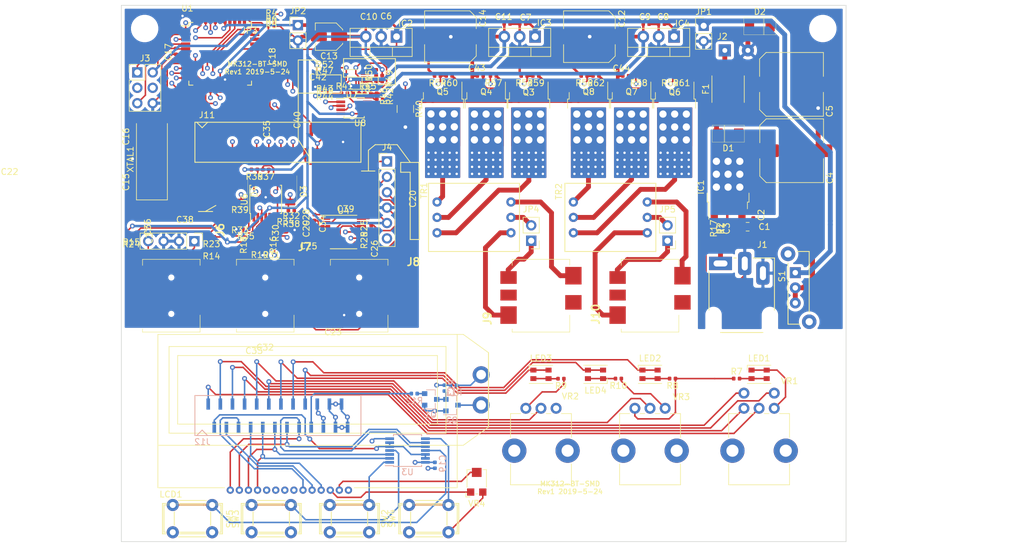
<source format=kicad_pcb>
(kicad_pcb (version 20171130) (host pcbnew "(5.1.2)-1")
  (layers (0 F.Cu signal) (1 In1.Cu power hide) (2 In2.Cu signal) (31 B.Cu power) (34 B.Paste user) (35 F.Paste user hide) (36 B.SilkS user) (37 F.SilkS user) (38 B.Mask user) (39 F.Mask user) (44 Edge.Cuts user))
  (net 0 "")
  (net 1 "Net-(J9-PadS)")
  (net 2 "Net-(J9-PadT)")
  (net 3 "Net-(J9-PadR)")
  (net 4 "Net-(J8-PadRN)")
  (net 5 "Net-(J8-PadTN)")
  (net 6 "Net-(J8-PadR)")
  (net 7 "Net-(J8-PadT)")
  (net 8 "Net-(J7-PadT)")
  (net 9 "Net-(J7-PadR)")
  (net 10 "Net-(J6-PadT)")
  (net 11 "Net-(J6-PadR)")
  (net 12 "Net-(J6-PadTN)")
  (net 13 "Net-(J6-PadRN)")
  (net 14 "Net-(J10-PadR)")
  (net 15 "Net-(J10-PadT)")
  (net 16 "Net-(J10-PadS)")
  (net 17 RB4-PANEL)
  (net 18 GNDD)
  (net 19 PA1-PANEL)
  (net 20 RB10-PANEL)
  (net 21 RB9-PANEL)
  (net 22 +5VD)
  (net 23 PC3-PANEL)
  (net 24 PC1-PANEL)
  (net 25 PC2-PANEL)
  (net 26 PC4-PANEL)
  (net 27 PC5-PANEL)
  (net 28 PC6-PANEL)
  (net 29 PC7-PANEL)
  (net 30 "Net-(C5-Pad1)")
  (net 31 PA4-PANEL)
  (net 32 PA5-PANEL)
  (net 33 "Net-(IC1-Pad1)")
  (net 34 "Net-(J4-Pad3)")
  (net 35 PD1)
  (net 36 PD0)
  (net 37 "Net-(SW2-Pad1)")
  (net 38 "Net-(SW3-Pad1)")
  (net 39 PC0-PANEL)
  (net 40 "Net-(SW4-Pad1)")
  (net 41 "Net-(SW5-Pad1)")
  (net 42 PD2)
  (net 43 "Net-(D4-Pad2)")
  (net 44 "Net-(D3-Pad2)")
  (net 45 PD3)
  (net 46 ~CS)
  (net 47 PB7)
  (net 48 PB5)
  (net 49 PB6)
  (net 50 ~RESET)
  (net 51 PD5)
  (net 52 PD6)
  (net 53 PD7)
  (net 54 PC0)
  (net 55 PC1)
  (net 56 PC2)
  (net 57 PC3)
  (net 58 PC4)
  (net 59 PC5)
  (net 60 PC6)
  (net 61 PC7)
  (net 62 PA7)
  (net 63 PA6)
  (net 64 PA5)
  (net 65 PA4)
  (net 66 PA1)
  (net 67 PA0)
  (net 68 PB0)
  (net 69 PB1)
  (net 70 PB2)
  (net 71 PB3)
  (net 72 "Net-(LED4-Pad1)")
  (net 73 STATE-PANEL)
  (net 74 "Net-(LED2-Pad2)")
  (net 75 PD5-PANEL)
  (net 76 PD6-PANEL)
  (net 77 "Net-(LED3-Pad2)")
  (net 78 "Net-(LED1-Pad2)")
  (net 79 "Net-(F1-Pad2)")
  (net 80 PD7-PANEL)
  (net 81 GND)
  (net 82 +5V)
  (net 83 STATE)
  (net 84 RB4)
  (net 85 RB9)
  (net 86 RB10)
  (net 87 "Net-(J4-Pad2)")
  (net 88 "Net-(JP5-Pad2)")
  (net 89 "Net-(JP4-Pad2)")
  (net 90 +VDC)
  (net 91 "Net-(C3-Pad1)")
  (net 92 +12V)
  (net 93 +9V2)
  (net 94 +9V1)
  (net 95 "Net-(C15-Pad1)")
  (net 96 "Net-(C16-Pad1)")
  (net 97 "Net-(C22-Pad1)")
  (net 98 "Net-(C23-Pad1)")
  (net 99 "Net-(C25-Pad2)")
  (net 100 "Net-(C26-Pad2)")
  (net 101 "Net-(C28-Pad2)")
  (net 102 "Net-(C28-Pad1)")
  (net 103 "Net-(C29-Pad1)")
  (net 104 "Net-(C29-Pad2)")
  (net 105 "Net-(C35-Pad2)")
  (net 106 "Net-(C36-Pad2)")
  (net 107 "Net-(C43-Pad1)")
  (net 108 "Net-(C44-Pad1)")
  (net 109 "Net-(Q1-Pad2)")
  (net 110 "Net-(Q1-Pad3)")
  (net 111 "Net-(Q3-Pad1)")
  (net 112 "Net-(Q3-Pad2)")
  (net 113 "Net-(Q4-Pad2)")
  (net 114 "Net-(Q5-Pad1)")
  (net 115 "Net-(Q5-Pad2)")
  (net 116 "Net-(Q6-Pad2)")
  (net 117 "Net-(Q6-Pad1)")
  (net 118 "Net-(Q7-Pad2)")
  (net 119 "Net-(Q8-Pad2)")
  (net 120 "Net-(Q8-Pad1)")
  (net 121 "Net-(R3-Pad2)")
  (net 122 "Net-(R5-Pad1)")
  (net 123 "Net-(R26-Pad1)")
  (net 124 "Net-(R32-Pad1)")
  (net 125 "Net-(R33-Pad1)")
  (net 126 "Net-(R36-Pad1)")
  (net 127 "Net-(R41-Pad1)")
  (net 128 "Net-(R41-Pad2)")
  (net 129 "Net-(R42-Pad1)")
  (net 130 "Net-(R42-Pad2)")
  (net 131 "Net-(R47-Pad2)")
  (net 132 "Net-(R49-Pad2)")
  (net 133 "Net-(R51-Pad1)")
  (net 134 "Net-(R52-Pad1)")
  (net 135 "Net-(LCD1-PadK)")
  (net 136 "Net-(LCD1-PadA)")
  (net 137 "Net-(LCD1-Pad2)")
  (net 138 "Net-(R17-Pad1)")
  (module mk312-smd-footprints:SW_E-Switch-LC-1258 (layer F.Cu) (at 202.22 66.62 270)
    (fp_text reference S1 (at 0.6 2.2 90) (layer F.SilkS))
    (fp_text value POWER)
    (pad "" np_thru_hole circle (at 8.1 -2.3 270) (size 2.4 2.4) (drill 1.2) (layers *.Cu *.Mask))
    (pad "" np_thru_hole circle (at -3.1 1.2 270) (size 2.4 2.4) (drill 1.2) (layers *.Cu *.Mask))
    (pad 3 thru_hole circle (at 5 0 270) (size 1.8 1.8) (drill 0.9) (layers *.Cu *.Mask) (net 30 "Net-(C5-Pad1)"))
    (pad 2 thru_hole circle (at 2.5 0 270) (size 1.8 1.8) (drill 0.9) (layers *.Cu *.Mask) (net 30 "Net-(C5-Pad1)"))
    (pad 1 thru_hole rect (at 0 0 270) (size 1.8 1.8) (drill 0.9) (layers *.Cu *.Mask) (net 92 +12V))
  )
  (module mk312-smd-footprints:DJ_Jack_PJ-003A (layer F.Cu) (at 193.88 76.5 90)
    (fp_text reference J1 (at 14.5 2.9) (layer F.SilkS))
    (fp_text value Barrel_Jack_MountingPin)
    (pad "" np_thru_hole oval (at 1.45 4.15 90) (size 4.6 1.7) (drill oval 4.6 1.7) (layers *.Cu *.Mask))
    (pad "" np_thru_hole oval (at 1.45 -5.15 90) (size 4.6 1.7) (drill oval 4.6 1.7) (layers *.Cu *.Mask))
    (pad 2 thru_hole roundrect (at 9.8 3 90) (size 3.8 2.2) (drill oval 2.3 1) (layers *.Cu *.Mask) (net 81 GND))
    (pad 1 thru_hole rect (at 11.4 -4 90) (size 2.2 3.8) (drill oval 1 2.3) (layers *.Cu *.Mask) (net 90 +VDC))
    (pad 3 thru_hole roundrect (at 11.4 0 90) (size 3.8 2.2) (drill oval 2.3 1) (layers *.Cu *.Mask) (net 81 GND))
  )
  (module Package_SO:VSSOP-8_3.0x3.0mm_P0.65mm (layer F.Cu) (at 129.0342 34.735 180)
    (fp_text reference U7 (at 0 -2.5) (layer F.SilkS))
    (fp_text value LM358N)
    (pad 8 smd rect (at 2.2 -0.975 90) (size 0.45 1.45) (layers F.Cu F.Paste F.Mask) (net 94 +9V1))
    (pad 7 smd rect (at 2.2 -0.325 90) (size 0.45 1.45) (layers F.Cu F.Paste F.Mask) (net 134 "Net-(R52-Pad1)"))
    (pad 6 smd rect (at 2.2 0.325 90) (size 0.45 1.45) (layers F.Cu F.Paste F.Mask) (net 127 "Net-(R41-Pad1)"))
    (pad 5 smd rect (at 2.2 0.975 90) (size 0.45 1.45) (layers F.Cu F.Paste F.Mask) (net 131 "Net-(R47-Pad2)"))
    (pad 4 smd rect (at -2.2 0.975 90) (size 0.45 1.45) (layers F.Cu F.Paste F.Mask) (net 81 GND))
    (pad 3 smd rect (at -2.2 0.325 90) (size 0.45 1.45) (layers F.Cu F.Paste F.Mask) (net 132 "Net-(R49-Pad2)"))
    (pad 2 smd rect (at -2.2 -0.325 90) (size 0.45 1.45) (layers F.Cu F.Paste F.Mask) (net 129 "Net-(R42-Pad1)"))
    (pad 1 smd rect (at -2.2 -0.975 90) (size 0.45 1.45) (layers F.Cu F.Paste F.Mask) (net 133 "Net-(R51-Pad1)"))
  )
  (module Package_SO:TSSOP-14_4.4x5mm_P0.65mm (layer F.Cu) (at 114.825 54.525 90)
    (fp_text reference U6 (at 0 -3.55 90) (layer F.SilkS))
    (fp_text value LM324N)
    (pad 14 smd rect (at 2.95 -1.95 90) (size 1.45 0.45) (layers F.Cu F.Paste F.Mask) (net 42 PD2))
    (pad 13 smd rect (at 2.95 -1.3 90) (size 1.45 0.45) (layers F.Cu F.Paste F.Mask) (net 126 "Net-(R36-Pad1)"))
    (pad 12 smd rect (at 2.95 -0.65 90) (size 1.45 0.45) (layers F.Cu F.Paste F.Mask) (net 43 "Net-(D4-Pad2)"))
    (pad 11 smd rect (at 2.95 0 90) (size 1.45 0.45) (layers F.Cu F.Paste F.Mask) (net 81 GND))
    (pad 10 smd rect (at 2.95 0.65 90) (size 1.45 0.45) (layers F.Cu F.Paste F.Mask) (net 44 "Net-(D3-Pad2)"))
    (pad 9 smd rect (at 2.95 1.3 90) (size 1.45 0.45) (layers F.Cu F.Paste F.Mask) (net 126 "Net-(R36-Pad1)"))
    (pad 8 smd rect (at 2.95 1.95 90) (size 1.45 0.45) (layers F.Cu F.Paste F.Mask) (net 45 PD3))
    (pad 7 smd rect (at -2.95 1.95 90) (size 1.45 0.45) (layers F.Cu F.Paste F.Mask) (net 44 "Net-(D3-Pad2)"))
    (pad 6 smd rect (at -2.95 1.3 90) (size 1.45 0.45) (layers F.Cu F.Paste F.Mask) (net 124 "Net-(R32-Pad1)"))
    (pad 5 smd rect (at -2.95 0.65 90) (size 1.45 0.45) (layers F.Cu F.Paste F.Mask) (net 105 "Net-(C35-Pad2)"))
    (pad 4 smd rect (at -2.95 0 90) (size 1.45 0.45) (layers F.Cu F.Paste F.Mask) (net 82 +5V))
    (pad 3 smd rect (at -2.95 -0.65 90) (size 1.45 0.45) (layers F.Cu F.Paste F.Mask) (net 106 "Net-(C36-Pad2)"))
    (pad 2 smd rect (at -2.95 -1.3 90) (size 1.45 0.45) (layers F.Cu F.Paste F.Mask) (net 125 "Net-(R33-Pad1)"))
    (pad 1 smd rect (at -2.95 -1.95 90) (size 1.45 0.45) (layers F.Cu F.Paste F.Mask) (net 43 "Net-(D4-Pad2)"))
  )
  (module Package_SO:TSSOP-16_4.4x5mm_P0.65mm (layer F.Cu) (at 127.675 59.95)
    (fp_text reference U4 (at 0 -3.55) (layer F.SilkS))
    (fp_text value MAX202)
    (pad 16 smd rect (at 2.95 -2.275) (size 1.5 0.45) (layers F.Cu F.Paste F.Mask) (net 82 +5V))
    (pad 15 smd rect (at 2.95 -1.625) (size 1.5 0.45) (layers F.Cu F.Paste F.Mask) (net 81 GND))
    (pad 14 smd rect (at 2.95 -0.975) (size 1.5 0.45) (layers F.Cu F.Paste F.Mask) (net 7 "Net-(J8-PadT)"))
    (pad 13 smd rect (at 2.95 -0.325) (size 1.5 0.45) (layers F.Cu F.Paste F.Mask) (net 6 "Net-(J8-PadR)"))
    (pad 12 smd rect (at 2.95 0.325) (size 1.5 0.45) (layers F.Cu F.Paste F.Mask) (net 36 PD0))
    (pad 11 smd rect (at 2.95 0.975) (size 1.5 0.45) (layers F.Cu F.Paste F.Mask) (net 35 PD1))
    (pad 10 smd rect (at 2.95 1.625) (size 1.5 0.45) (layers F.Cu F.Paste F.Mask) (net 34 "Net-(J4-Pad3)"))
    (pad 9 smd rect (at 2.95 2.275) (size 1.5 0.45) (layers F.Cu F.Paste F.Mask) (net 123 "Net-(R26-Pad1)"))
    (pad 8 smd rect (at -2.95 2.275) (size 1.5 0.45) (layers F.Cu F.Paste F.Mask) (net 5 "Net-(J8-PadTN)"))
    (pad 7 smd rect (at -2.95 1.625) (size 1.5 0.45) (layers F.Cu F.Paste F.Mask) (net 4 "Net-(J8-PadRN)"))
    (pad 6 smd rect (at -2.95 0.975) (size 1.5 0.45) (layers F.Cu F.Paste F.Mask) (net 99 "Net-(C25-Pad2)"))
    (pad 5 smd rect (at -2.95 0.325) (size 1.5 0.45) (layers F.Cu F.Paste F.Mask) (net 104 "Net-(C29-Pad2)"))
    (pad 4 smd rect (at -2.95 -0.325) (size 1.5 0.45) (layers F.Cu F.Paste F.Mask) (net 103 "Net-(C29-Pad1)"))
    (pad 3 smd rect (at -2.95 -0.975) (size 1.5 0.45) (layers F.Cu F.Paste F.Mask) (net 101 "Net-(C28-Pad2)"))
    (pad 2 smd rect (at -2.95 -1.625) (size 1.5 0.45) (layers F.Cu F.Paste F.Mask) (net 100 "Net-(C26-Pad2)"))
    (pad 1 smd rect (at -2.95 -2.275) (size 1.5 0.45) (layers F.Cu F.Paste F.Mask) (net 102 "Net-(C28-Pad1)"))
  )
  (module Package_SO:TSSOP-14_4.4x5mm_P0.65mm (layer B.Cu) (at 138.23 95.97)
    (fp_text reference U3 (at 0 3.55) (layer B.SilkS) (effects (justify mirror)))
    (fp_text value CD4066B)
    (pad 14 smd rect (at 2.95 1.95) (size 1.45 0.45) (layers B.Cu B.Paste B.Mask) (net 22 +5VD))
    (pad 13 smd rect (at 2.95 1.3) (size 1.45 0.45) (layers B.Cu B.Paste B.Mask) (net 39 PC0-PANEL))
    (pad 12 smd rect (at 2.95 0.65) (size 1.45 0.45) (layers B.Cu B.Paste B.Mask) (net 39 PC0-PANEL))
    (pad 11 smd rect (at 2.95 0) (size 1.45 0.45) (layers B.Cu B.Paste B.Mask) (net 41 "Net-(SW5-Pad1)"))
    (pad 10 smd rect (at 2.95 -0.65) (size 1.45 0.45) (layers B.Cu B.Paste B.Mask) (net 29 PC7-PANEL))
    (pad 9 smd rect (at 2.95 -1.3) (size 1.45 0.45) (layers B.Cu B.Paste B.Mask) (net 28 PC6-PANEL))
    (pad 8 smd rect (at 2.95 -1.95) (size 1.45 0.45) (layers B.Cu B.Paste B.Mask) (net 40 "Net-(SW4-Pad1)"))
    (pad 7 smd rect (at -2.95 -1.95) (size 1.45 0.45) (layers B.Cu B.Paste B.Mask) (net 18 GNDD))
    (pad 6 smd rect (at -2.95 -1.3) (size 1.45 0.45) (layers B.Cu B.Paste B.Mask) (net 39 PC0-PANEL))
    (pad 5 smd rect (at -2.95 -0.65) (size 1.45 0.45) (layers B.Cu B.Paste B.Mask) (net 39 PC0-PANEL))
    (pad 4 smd rect (at -2.95 0) (size 1.45 0.45) (layers B.Cu B.Paste B.Mask) (net 38 "Net-(SW3-Pad1)"))
    (pad 3 smd rect (at -2.95 0.65) (size 1.45 0.45) (layers B.Cu B.Paste B.Mask) (net 27 PC5-PANEL))
    (pad 2 smd rect (at -2.95 1.3) (size 1.45 0.45) (layers B.Cu B.Paste B.Mask) (net 26 PC4-PANEL))
    (pad 1 smd rect (at -2.95 1.95) (size 1.45 0.45) (layers B.Cu B.Paste B.Mask) (net 37 "Net-(SW2-Pad1)"))
  )
  (module Resistor_SMD:R_0402_1005Metric (layer F.Cu) (at 169.325 34.148 180)
    (fp_text reference R62 (at 0 -1.17) (layer F.SilkS))
    (fp_text value 10K)
    (pad 2 smd roundrect (at 0.485 0 180) (size 0.59 0.64) (layers F.Cu F.Paste F.Mask) (net 69 PB1))
    (pad 1 smd roundrect (at -0.485 0 180) (size 0.59 0.64) (layers F.Cu F.Paste F.Mask) (net 120 "Net-(Q8-Pad1)"))
  )
  (module Resistor_SMD:R_0402_1005Metric (layer F.Cu) (at 183.45 34.148 180)
    (fp_text reference R61 (at 0 -1.17) (layer F.SilkS))
    (fp_text value 10K)
    (pad 2 smd roundrect (at 0.485 0 180) (size 0.59 0.64) (layers F.Cu F.Paste F.Mask) (net 68 PB0))
    (pad 1 smd roundrect (at -0.485 0 180) (size 0.59 0.64) (layers F.Cu F.Paste F.Mask) (net 117 "Net-(Q6-Pad1)"))
  )
  (module Resistor_SMD:R_0402_1005Metric (layer F.Cu) (at 145.1 34.148 180)
    (fp_text reference R60 (at 0 -1.17) (layer F.SilkS))
    (fp_text value 10K)
    (pad 2 smd roundrect (at 0.485 0 180) (size 0.59 0.64) (layers F.Cu F.Paste F.Mask) (net 71 PB3))
    (pad 1 smd roundrect (at -0.485 0 180) (size 0.59 0.64) (layers F.Cu F.Paste F.Mask) (net 114 "Net-(Q5-Pad1)"))
  )
  (module Resistor_SMD:R_0402_1005Metric (layer F.Cu) (at 159.4 34.15 180)
    (fp_text reference R59 (at 0 -1.17) (layer F.SilkS))
    (fp_text value 10K)
    (pad 2 smd roundrect (at 0.485 0 180) (size 0.59 0.64) (layers F.Cu F.Paste F.Mask) (net 70 PB2))
    (pad 1 smd roundrect (at -0.485 0 180) (size 0.59 0.64) (layers F.Cu F.Paste F.Mask) (net 111 "Net-(Q3-Pad1)"))
  )
  (module Resistor_SMD:R_0402_1005Metric (layer F.Cu) (at 176.4 34.15 180)
    (fp_text reference R58 (at 0 -1.17) (layer F.SilkS))
    (fp_text value 10K)
    (pad 2 smd roundrect (at 0.485 0 180) (size 0.59 0.64) (layers F.Cu F.Paste F.Mask) (net 134 "Net-(R52-Pad1)"))
    (pad 1 smd roundrect (at -0.485 0 180) (size 0.59 0.64) (layers F.Cu F.Paste F.Mask) (net 108 "Net-(C44-Pad1)"))
  )
  (module Resistor_SMD:R_0402_1005Metric (layer F.Cu) (at 152.4 34.148 180)
    (fp_text reference R57 (at 0 -1.17) (layer F.SilkS))
    (fp_text value 10K)
    (pad 2 smd roundrect (at 0.485 0 180) (size 0.59 0.64) (layers F.Cu F.Paste F.Mask) (net 133 "Net-(R51-Pad1)"))
    (pad 1 smd roundrect (at -0.485 0 180) (size 0.59 0.64) (layers F.Cu F.Paste F.Mask) (net 107 "Net-(C43-Pad1)"))
  )
  (module Resistor_SMD:R_0402_1005Metric (layer F.Cu) (at 167.375 34.15 180)
    (fp_text reference R56 (at 0 -1.17) (layer F.SilkS))
    (fp_text value 100K)
    (pad 2 smd roundrect (at 0.485 0 180) (size 0.59 0.64) (layers F.Cu F.Paste F.Mask) (net 81 GND))
    (pad 1 smd roundrect (at -0.485 0 180) (size 0.59 0.64) (layers F.Cu F.Paste F.Mask) (net 69 PB1))
  )
  (module Resistor_SMD:R_0402_1005Metric (layer F.Cu) (at 181.525 34.148 180)
    (fp_text reference R55 (at 0 -1.17) (layer F.SilkS))
    (fp_text value 100K)
    (pad 2 smd roundrect (at 0.485 0 180) (size 0.59 0.64) (layers F.Cu F.Paste F.Mask) (net 81 GND))
    (pad 1 smd roundrect (at -0.485 0 180) (size 0.59 0.64) (layers F.Cu F.Paste F.Mask) (net 68 PB0))
  )
  (module Resistor_SMD:R_0402_1005Metric (layer F.Cu) (at 143.175 34.15 180)
    (fp_text reference R54 (at 0 -1.17) (layer F.SilkS))
    (fp_text value 100K)
    (pad 2 smd roundrect (at 0.485 0 180) (size 0.59 0.64) (layers F.Cu F.Paste F.Mask) (net 81 GND))
    (pad 1 smd roundrect (at -0.485 0 180) (size 0.59 0.64) (layers F.Cu F.Paste F.Mask) (net 71 PB3))
  )
  (module Resistor_SMD:R_0402_1005Metric (layer F.Cu) (at 157.475 34.15 180)
    (fp_text reference R53 (at 0 -1.17) (layer F.SilkS))
    (fp_text value 100K)
    (pad 2 smd roundrect (at 0.485 0 180) (size 0.59 0.64) (layers F.Cu F.Paste F.Mask) (net 81 GND))
    (pad 1 smd roundrect (at -0.485 0 180) (size 0.59 0.64) (layers F.Cu F.Paste F.Mask) (net 70 PB2))
  )
  (module Resistor_SMD:R_0402_1005Metric (layer F.Cu) (at 124.575 33.45)
    (fp_text reference R52 (at 0 -1.17) (layer F.SilkS))
    (fp_text value 10K)
    (pad 2 smd roundrect (at 0.485 0) (size 0.59 0.64) (layers F.Cu F.Paste F.Mask) (net 131 "Net-(R47-Pad2)"))
    (pad 1 smd roundrect (at -0.485 0) (size 0.59 0.64) (layers F.Cu F.Paste F.Mask) (net 134 "Net-(R52-Pad1)"))
  )
  (module Resistor_SMD:R_0402_1005Metric (layer F.Cu) (at 133.05 35.55 90)
    (fp_text reference R51 (at 0 -1.17 90) (layer F.SilkS))
    (fp_text value 10K)
    (pad 2 smd roundrect (at 0.485 0 90) (size 0.59 0.64) (layers F.Cu F.Paste F.Mask) (net 132 "Net-(R49-Pad2)"))
    (pad 1 smd roundrect (at -0.485 0 90) (size 0.59 0.64) (layers F.Cu F.Paste F.Mask) (net 133 "Net-(R51-Pad1)"))
  )
  (module Resistor_SMD:R_0402_1005Metric (layer F.Cu) (at 133.05 33.625 90)
    (fp_text reference R50 (at 0 -1.17 90) (layer F.SilkS))
    (fp_text value 20K)
    (pad 2 smd roundrect (at 0.485 0 90) (size 0.59 0.64) (layers F.Cu F.Paste F.Mask) (net 81 GND))
    (pad 1 smd roundrect (at -0.485 0 90) (size 0.59 0.64) (layers F.Cu F.Paste F.Mask) (net 132 "Net-(R49-Pad2)"))
  )
  (module Resistor_SMD:R_0402_1005Metric (layer F.Cu) (at 134.05 34.575 270)
    (fp_text reference R49 (at 0 -1.17 90) (layer F.SilkS))
    (fp_text value 10K)
    (pad 2 smd roundrect (at 0.485 0 270) (size 0.59 0.64) (layers F.Cu F.Paste F.Mask) (net 132 "Net-(R49-Pad2)"))
    (pad 1 smd roundrect (at -0.485 0 270) (size 0.59 0.64) (layers F.Cu F.Paste F.Mask) (net 82 +5V))
  )
  (module Resistor_SMD:R_0402_1005Metric (layer F.Cu) (at 124.575 35.45 180)
    (fp_text reference R48 (at 0 -1.17) (layer F.SilkS))
    (fp_text value 20K)
    (pad 2 smd roundrect (at 0.485 0 180) (size 0.59 0.64) (layers F.Cu F.Paste F.Mask) (net 81 GND))
    (pad 1 smd roundrect (at -0.485 0 180) (size 0.59 0.64) (layers F.Cu F.Paste F.Mask) (net 131 "Net-(R47-Pad2)"))
  )
  (module Resistor_SMD:R_0402_1005Metric (layer F.Cu) (at 124.575 34.45)
    (fp_text reference R47 (at 0 -1.17) (layer F.SilkS))
    (fp_text value 10K)
    (pad 2 smd roundrect (at 0.485 0) (size 0.59 0.64) (layers F.Cu F.Paste F.Mask) (net 131 "Net-(R47-Pad2)"))
    (pad 1 smd roundrect (at -0.485 0) (size 0.59 0.64) (layers F.Cu F.Paste F.Mask) (net 82 +5V))
  )
  (module Resistor_SMD:R_0402_1005Metric (layer F.Cu) (at 133.15 37.5 270)
    (fp_text reference R46 (at 0 -1.17 90) (layer F.SilkS))
    (fp_text value 10K)
    (pad 2 smd roundrect (at 0.485 0 270) (size 0.59 0.64) (layers F.Cu F.Paste F.Mask) (net 81 GND))
    (pad 1 smd roundrect (at -0.485 0 270) (size 0.59 0.64) (layers F.Cu F.Paste F.Mask) (net 129 "Net-(R42-Pad1)"))
  )
  (module Resistor_SMD:R_0402_1005Metric (layer F.Cu) (at 131.675 37.025)
    (fp_text reference R45 (at 0 -1.17) (layer F.SilkS))
    (fp_text value 10K)
    (pad 2 smd roundrect (at 0.485 0) (size 0.59 0.64) (layers F.Cu F.Paste F.Mask) (net 129 "Net-(R42-Pad1)"))
    (pad 1 smd roundrect (at -0.485 0) (size 0.59 0.64) (layers F.Cu F.Paste F.Mask) (net 94 +9V1))
  )
  (module Resistor_SMD:R_0402_1005Metric (layer F.Cu) (at 124.575 36.45 180)
    (fp_text reference R44 (at 0 -1.17) (layer F.SilkS))
    (fp_text value 10K)
    (pad 2 smd roundrect (at 0.485 0 180) (size 0.59 0.64) (layers F.Cu F.Paste F.Mask) (net 81 GND))
    (pad 1 smd roundrect (at -0.485 0 180) (size 0.59 0.64) (layers F.Cu F.Paste F.Mask) (net 127 "Net-(R41-Pad1)"))
  )
  (module Resistor_SMD:R_0402_1005Metric (layer F.Cu) (at 124.575 37.45)
    (fp_text reference R43 (at 0 -1.17) (layer F.SilkS))
    (fp_text value 10K)
    (pad 2 smd roundrect (at 0.485 0) (size 0.59 0.64) (layers F.Cu F.Paste F.Mask) (net 127 "Net-(R41-Pad1)"))
    (pad 1 smd roundrect (at -0.485 0) (size 0.59 0.64) (layers F.Cu F.Paste F.Mask) (net 93 +9V2))
  )
  (module Resistor_SMD:R_0402_1005Metric (layer F.Cu) (at 134.15 37.51 270)
    (fp_text reference R42 (at 0 -1.17 90) (layer F.SilkS))
    (fp_text value 10K)
    (pad 2 smd roundrect (at 0.485 0 270) (size 0.59 0.64) (layers F.Cu F.Paste F.Mask) (net 130 "Net-(R42-Pad2)"))
    (pad 1 smd roundrect (at -0.485 0 270) (size 0.59 0.64) (layers F.Cu F.Paste F.Mask) (net 129 "Net-(R42-Pad1)"))
  )
  (module Resistor_SMD:R_0402_1005Metric (layer F.Cu) (at 127.825 37.025)
    (fp_text reference R41 (at 0 -1.17) (layer F.SilkS))
    (fp_text value 10K)
    (pad 2 smd roundrect (at 0.485 0) (size 0.59 0.64) (layers F.Cu F.Paste F.Mask) (net 128 "Net-(R41-Pad2)"))
    (pad 1 smd roundrect (at -0.485 0) (size 0.59 0.64) (layers F.Cu F.Paste F.Mask) (net 127 "Net-(R41-Pad1)"))
  )
  (module Resistor_SMD:R_1210_3225Metric (layer F.Cu) (at 137.875 39.6 270)
    (fp_text reference R40 (at 0 -2.28 90) (layer F.SilkS))
    (fp_text value "0.5R 1/2W")
    (pad 2 smd roundrect (at 1.4 0 270) (size 1.25 2.65) (layers F.Cu F.Paste F.Mask) (roundrect_rratio 0.2) (net 81 GND))
    (pad 1 smd roundrect (at -1.4 0 270) (size 1.25 2.65) (layers F.Cu F.Paste F.Mask) (roundrect_rratio 0.2) (net 67 PA0))
  )
  (module Resistor_SMD:R_0402_1005Metric (layer F.Cu) (at 110.575 57.425)
    (fp_text reference R39 (at 0 -1.17) (layer F.SilkS))
    (fp_text value 100K)
    (pad 2 smd roundrect (at 0.485 0) (size 0.59 0.64) (layers F.Cu F.Paste F.Mask) (net 63 PA6))
    (pad 1 smd roundrect (at -0.485 0) (size 0.59 0.64) (layers F.Cu F.Paste F.Mask) (net 81 GND))
  )
  (module Resistor_SMD:R_0402_1005Metric (layer F.Cu) (at 119.05 57.4 180)
    (fp_text reference R38 (at 0 -1.17) (layer F.SilkS))
    (fp_text value 100K)
    (pad 2 smd roundrect (at 0.485 0 180) (size 0.59 0.64) (layers F.Cu F.Paste F.Mask) (net 62 PA7))
    (pad 1 smd roundrect (at -0.485 0 180) (size 0.59 0.64) (layers F.Cu F.Paste F.Mask) (net 81 GND))
  )
  (module Resistor_SMD:R_0402_1005Metric (layer F.Cu) (at 114.85 49.6 180)
    (fp_text reference R37 (at 0 -1.17) (layer F.SilkS))
    (fp_text value 2K)
    (pad 2 smd roundrect (at 0.485 0 180) (size 0.59 0.64) (layers F.Cu F.Paste F.Mask) (net 126 "Net-(R36-Pad1)"))
    (pad 1 smd roundrect (at -0.485 0 180) (size 0.59 0.64) (layers F.Cu F.Paste F.Mask) (net 81 GND))
  )
  (module Resistor_SMD:R_0402_1005Metric (layer F.Cu) (at 112.95 49.6 180)
    (fp_text reference R36 (at 0 -1.17) (layer F.SilkS))
    (fp_text value 20K)
    (pad 2 smd roundrect (at 0.485 0 180) (size 0.59 0.64) (layers F.Cu F.Paste F.Mask) (net 82 +5V))
    (pad 1 smd roundrect (at -0.485 0 180) (size 0.59 0.64) (layers F.Cu F.Paste F.Mask) (net 126 "Net-(R36-Pad1)"))
  )
  (module Resistor_SMD:R_0402_1005Metric (layer F.Cu) (at 111.55 59.425 180)
    (fp_text reference R35 (at 0 -1.17) (layer F.SilkS))
    (fp_text value 100K)
    (pad 2 smd roundrect (at 0.485 0 180) (size 0.59 0.64) (layers F.Cu F.Paste F.Mask) (net 125 "Net-(R33-Pad1)"))
    (pad 1 smd roundrect (at -0.485 0 180) (size 0.59 0.64) (layers F.Cu F.Paste F.Mask) (net 43 "Net-(D4-Pad2)"))
  )
  (module Resistor_SMD:R_0402_1005Metric (layer F.Cu) (at 118.075 59.4)
    (fp_text reference R34 (at 0 -1.17) (layer F.SilkS))
    (fp_text value 100K)
    (pad 2 smd roundrect (at 0.485 0) (size 0.59 0.64) (layers F.Cu F.Paste F.Mask) (net 124 "Net-(R32-Pad1)"))
    (pad 1 smd roundrect (at -0.485 0) (size 0.59 0.64) (layers F.Cu F.Paste F.Mask) (net 44 "Net-(D3-Pad2)"))
  )
  (module Resistor_SMD:R_0402_1005Metric (layer F.Cu) (at 110.575 58.425 180)
    (fp_text reference R33 (at 0 -1.17) (layer F.SilkS))
    (fp_text value 2K)
    (pad 2 smd roundrect (at 0.485 0 180) (size 0.59 0.64) (layers F.Cu F.Paste F.Mask) (net 81 GND))
    (pad 1 smd roundrect (at -0.485 0 180) (size 0.59 0.64) (layers F.Cu F.Paste F.Mask) (net 125 "Net-(R33-Pad1)"))
  )
  (module Resistor_SMD:R_0402_1005Metric (layer F.Cu) (at 119.05 58.4)
    (fp_text reference R32 (at 0 -1.17) (layer F.SilkS))
    (fp_text value 2K)
    (pad 2 smd roundrect (at 0.485 0) (size 0.59 0.64) (layers F.Cu F.Paste F.Mask) (net 81 GND))
    (pad 1 smd roundrect (at -0.485 0) (size 0.59 0.64) (layers F.Cu F.Paste F.Mask) (net 124 "Net-(R32-Pad1)"))
  )
  (module Resistor_SMD:R_0402_1005Metric (layer F.Cu) (at 115.8 62.525 180)
    (fp_text reference R31 (at 0 -1.17) (layer F.SilkS))
    (fp_text value 100K)
    (pad 2 smd roundrect (at 0.485 0 180) (size 0.59 0.64) (layers F.Cu F.Paste F.Mask) (net 81 GND))
    (pad 1 smd roundrect (at -0.485 0 180) (size 0.59 0.64) (layers F.Cu F.Paste F.Mask) (net 106 "Net-(C36-Pad2)"))
  )
  (module Resistor_SMD:R_0402_1005Metric (layer F.Cu) (at 115.3 60.075 270)
    (fp_text reference R30 (at 0 -1.17 90) (layer F.SilkS))
    (fp_text value 100K)
    (pad 2 smd roundrect (at 0.485 0 270) (size 0.59 0.64) (layers F.Cu F.Paste F.Mask) (net 81 GND))
    (pad 1 smd roundrect (at -0.485 0 270) (size 0.59 0.64) (layers F.Cu F.Paste F.Mask) (net 105 "Net-(C35-Pad2)"))
  )
  (module Resistor_SMD:R_0402_1005Metric (layer F.Cu) (at 132.25 61.26 90)
    (fp_text reference R26 (at 0 -1.17 90) (layer F.SilkS))
    (fp_text value 4.7K)
    (pad 2 smd roundrect (at 0.485 0 90) (size 0.59 0.64) (layers F.Cu F.Paste F.Mask) (net 87 "Net-(J4-Pad2)"))
    (pad 1 smd roundrect (at -0.485 0 90) (size 0.59 0.64) (layers F.Cu F.Paste F.Mask) (net 123 "Net-(R26-Pad1)"))
  )
  (module Resistor_SMD:R_0402_1005Metric (layer F.Cu) (at 132.25 59.325 90)
    (fp_text reference R25 (at 0 -1.17 90) (layer F.SilkS))
    (fp_text value 10K)
    (pad 2 smd roundrect (at 0.485 0 90) (size 0.59 0.64) (layers F.Cu F.Paste F.Mask) (net 81 GND))
    (pad 1 smd roundrect (at -0.485 0 90) (size 0.59 0.64) (layers F.Cu F.Paste F.Mask) (net 87 "Net-(J4-Pad2)"))
  )
  (module Resistor_SMD:R_0402_1005Metric (layer F.Cu) (at 92.65 60.75 180)
    (fp_text reference R24 (at 0 -1.17) (layer F.SilkS))
    (fp_text value 20K)
    (pad 2 smd roundrect (at 0.485 0 180) (size 0.59 0.64) (layers F.Cu F.Paste F.Mask) (net 82 +5V))
    (pad 1 smd roundrect (at -0.485 0 180) (size 0.59 0.64) (layers F.Cu F.Paste F.Mask) (net 85 RB9))
  )
  (module Resistor_SMD:R_0402_1005Metric (layer F.Cu) (at 105.875 60.725 180)
    (fp_text reference R23 (at 0 -1.17) (layer F.SilkS))
    (fp_text value 20K)
    (pad 2 smd roundrect (at 0.485 0 180) (size 0.59 0.64) (layers F.Cu F.Paste F.Mask) (net 86 RB10))
    (pad 1 smd roundrect (at -0.485 0 180) (size 0.59 0.64) (layers F.Cu F.Paste F.Mask) (net 82 +5V))
  )
  (module Resistor_SMD:R_0402_1005Metric (layer F.Cu) (at 113.825 62.525 180)
    (fp_text reference R19 (at 0 -1.17) (layer F.SilkS))
    (fp_text value 1K)
    (pad 2 smd roundrect (at 0.485 0 180) (size 0.59 0.64) (layers F.Cu F.Paste F.Mask) (net 9 "Net-(J7-PadR)"))
    (pad 1 smd roundrect (at -0.485 0 180) (size 0.59 0.64) (layers F.Cu F.Paste F.Mask) (net 81 GND))
  )
  (module Resistor_SMD:R_0402_1005Metric (layer F.Cu) (at 112.35 62.05 90)
    (fp_text reference R18 (at 0 -1.17 90) (layer F.SilkS))
    (fp_text value 1.5K)
    (pad 2 smd roundrect (at 0.485 0 90) (size 0.59 0.64) (layers F.Cu F.Paste F.Mask) (net 82 +5V))
    (pad 1 smd roundrect (at -0.485 0 90) (size 0.59 0.64) (layers F.Cu F.Paste F.Mask) (net 9 "Net-(J7-PadR)"))
  )
  (module Resistor_SMD:R_0402_1005Metric (layer F.Cu) (at 189.925 59.325 90)
    (fp_text reference R17 (at 0 -1.17 90) (layer F.SilkS))
    (fp_text value 1K)
    (pad 2 smd roundrect (at 0.485 0 90) (size 0.59 0.64) (layers F.Cu F.Paste F.Mask) (net 33 "Net-(IC1-Pad1)"))
    (pad 1 smd roundrect (at -0.485 0 90) (size 0.59 0.64) (layers F.Cu F.Paste F.Mask) (net 138 "Net-(R17-Pad1)"))
  )
  (module Resistor_SMD:R_0402_1005Metric (layer F.Cu) (at 117.25 62.025 90)
    (fp_text reference R16 (at 0 -1.17 90) (layer F.SilkS))
    (fp_text value 1K)
    (pad 2 smd roundrect (at 0.485 0 90) (size 0.59 0.64) (layers F.Cu F.Paste F.Mask) (net 8 "Net-(J7-PadT)"))
    (pad 1 smd roundrect (at -0.485 0 90) (size 0.59 0.64) (layers F.Cu F.Paste F.Mask) (net 106 "Net-(C36-Pad2)"))
  )
  (module Resistor_SMD:R_0402_1005Metric (layer F.Cu) (at 92.65 62.75)
    (fp_text reference R15 (at 0 -1.17) (layer F.SilkS))
    (fp_text value 1K)
    (pad 2 smd roundrect (at 0.485 0) (size 0.59 0.64) (layers F.Cu F.Paste F.Mask) (net 11 "Net-(J6-PadR)"))
    (pad 1 smd roundrect (at -0.485 0) (size 0.59 0.64) (layers F.Cu F.Paste F.Mask) (net 98 "Net-(C23-Pad1)"))
  )
  (module Resistor_SMD:R_0402_1005Metric (layer F.Cu) (at 105.875 62.725 180)
    (fp_text reference R14 (at 0 -1.17) (layer F.SilkS))
    (fp_text value 1K)
    (pad 2 smd roundrect (at 0.485 0 180) (size 0.59 0.64) (layers F.Cu F.Paste F.Mask) (net 10 "Net-(J6-PadT)"))
    (pad 1 smd roundrect (at -0.485 0 180) (size 0.59 0.64) (layers F.Cu F.Paste F.Mask) (net 97 "Net-(C22-Pad1)"))
  )
  (module Resistor_SMD:R_0402_1005Metric (layer B.Cu) (at 144.33 85.67 90)
    (fp_text reference R13 (at 0 1.17 90) (layer B.SilkS) (effects (justify mirror)))
    (fp_text value 1.5K)
    (pad 2 smd roundrect (at 0.485 0 90) (size 0.59 0.64) (layers B.Cu B.Paste B.Mask) (net 22 +5VD))
    (pad 1 smd roundrect (at -0.485 0 90) (size 0.59 0.64) (layers B.Cu B.Paste B.Mask) (net 110 "Net-(Q1-Pad3)"))
  )
  (module Resistor_SMD:R_0402_1005Metric (layer B.Cu) (at 139.34 86.58)
    (fp_text reference R12 (at 0 1.17) (layer B.SilkS) (effects (justify mirror)))
    (fp_text value 1.5K)
    (pad 2 smd roundrect (at 0.485 0) (size 0.59 0.64) (layers B.Cu B.Paste B.Mask) (net 109 "Net-(Q1-Pad2)"))
    (pad 1 smd roundrect (at -0.485 0) (size 0.59 0.64) (layers B.Cu B.Paste B.Mask) (net 80 PD7-PANEL))
  )
  (module Resistor_SMD:R_0402_1005Metric (layer B.Cu) (at 145.82 85.21)
    (fp_text reference R11 (at 0 1.17) (layer B.SilkS) (effects (justify mirror)))
    (fp_text value 47)
    (pad 2 smd roundrect (at 0.485 0) (size 0.59 0.64) (layers B.Cu B.Paste B.Mask) (net 136 "Net-(LCD1-PadA)"))
    (pad 1 smd roundrect (at -0.485 0) (size 0.59 0.64) (layers B.Cu B.Paste B.Mask) (net 22 +5VD))
  )
  (module Resistor_SMD:R_0402_1005Metric (layer F.Cu) (at 173.03 84.1 180)
    (fp_text reference R10 (at 0 -1.17) (layer F.SilkS))
    (fp_text value 390)
    (pad 2 smd roundrect (at 0.485 0 180) (size 0.59 0.64) (layers F.Cu F.Paste F.Mask) (net 72 "Net-(LED4-Pad1)"))
    (pad 1 smd roundrect (at -0.485 0 180) (size 0.59 0.64) (layers F.Cu F.Paste F.Mask) (net 18 GNDD))
  )
  (module Resistor_SMD:R_0402_1005Metric (layer F.Cu) (at 163.55 84.12 180)
    (fp_text reference R9 (at 0 -1.17) (layer F.SilkS))
    (fp_text value 390)
    (pad 2 smd roundrect (at 0.485 0 180) (size 0.59 0.64) (layers F.Cu F.Paste F.Mask) (net 77 "Net-(LED3-Pad2)"))
    (pad 1 smd roundrect (at -0.485 0 180) (size 0.59 0.64) (layers F.Cu F.Paste F.Mask) (net 22 +5VD))
  )
  (module Resistor_SMD:R_0402_1005Metric (layer F.Cu) (at 181.96 84.1 180)
    (fp_text reference R8 (at 0 -1.17) (layer F.SilkS))
    (fp_text value 390)
    (pad 2 smd roundrect (at 0.485 0 180) (size 0.59 0.64) (layers F.Cu F.Paste F.Mask) (net 74 "Net-(LED2-Pad2)"))
    (pad 1 smd roundrect (at -0.485 0 180) (size 0.59 0.64) (layers F.Cu F.Paste F.Mask) (net 22 +5VD))
  )
  (module Resistor_SMD:R_0402_1005Metric (layer F.Cu) (at 192.54 84.1)
    (fp_text reference R7 (at 0 -1.17) (layer F.SilkS))
    (fp_text value 390)
    (pad 2 smd roundrect (at 0.485 0) (size 0.59 0.64) (layers F.Cu F.Paste F.Mask) (net 78 "Net-(LED1-Pad2)"))
    (pad 1 smd roundrect (at -0.485 0) (size 0.59 0.64) (layers F.Cu F.Paste F.Mask) (net 22 +5VD))
  )
  (module Resistor_SMD:R_0402_1005Metric (layer F.Cu) (at 115.75 25.95)
    (fp_text reference R6 (at 0 -1.17) (layer F.SilkS))
    (fp_text value 3.3K)
    (pad 2 smd roundrect (at 0.485 0) (size 0.59 0.64) (layers F.Cu F.Paste F.Mask) (net 81 GND))
    (pad 1 smd roundrect (at -0.485 0) (size 0.59 0.64) (layers F.Cu F.Paste F.Mask) (net 122 "Net-(R5-Pad1)"))
  )
  (module Resistor_SMD:R_0402_1005Metric (layer F.Cu) (at 115.75 26.95)
    (fp_text reference R5 (at 0 -1.17) (layer F.SilkS))
    (fp_text value 10K)
    (pad 2 smd roundrect (at 0.485 0) (size 0.59 0.64) (layers F.Cu F.Paste F.Mask) (net 92 +12V))
    (pad 1 smd roundrect (at -0.485 0) (size 0.59 0.64) (layers F.Cu F.Paste F.Mask) (net 122 "Net-(R5-Pad1)"))
  )
  (module Resistor_SMD:R_0402_1005Metric (layer F.Cu) (at 115.75 24.95)
    (fp_text reference R4 (at 0 -1.17) (layer F.SilkS))
    (fp_text value 2K)
    (pad 2 smd roundrect (at 0.485 0) (size 0.59 0.64) (layers F.Cu F.Paste F.Mask) (net 81 GND))
    (pad 1 smd roundrect (at -0.485 0) (size 0.59 0.64) (layers F.Cu F.Paste F.Mask) (net 121 "Net-(R3-Pad2)"))
  )
  (module Resistor_SMD:R_0402_1005Metric (layer F.Cu) (at 115.75 23.95 180)
    (fp_text reference R3 (at 0 -1.17) (layer F.SilkS))
    (fp_text value 10K)
    (pad 2 smd roundrect (at 0.485 0 180) (size 0.59 0.64) (layers F.Cu F.Paste F.Mask) (net 121 "Net-(R3-Pad2)"))
    (pad 1 smd roundrect (at -0.485 0 180) (size 0.59 0.64) (layers F.Cu F.Paste F.Mask) (net 90 +VDC))
  )
  (module Resistor_SMD:R_0402_1005Metric (layer F.Cu) (at 191 59.325 90)
    (fp_text reference R2 (at 0 -1.17 90) (layer F.SilkS))
    (fp_text value 10K)
    (pad 2 smd roundrect (at 0.485 0 90) (size 0.59 0.64) (layers F.Cu F.Paste F.Mask) (net 91 "Net-(C3-Pad1)"))
    (pad 1 smd roundrect (at -0.485 0 90) (size 0.59 0.64) (layers F.Cu F.Paste F.Mask) (net 138 "Net-(R17-Pad1)"))
  )
  (module Resistor_SMD:R_0402_1005Metric (layer F.Cu) (at 188.87 59.34 270)
    (fp_text reference R1 (at 0 -1.17 90) (layer F.SilkS))
    (fp_text value 100K)
    (pad 2 smd roundrect (at 0.485 0 270) (size 0.59 0.64) (layers F.Cu F.Paste F.Mask) (net 81 GND))
    (pad 1 smd roundrect (at -0.485 0 270) (size 0.59 0.64) (layers F.Cu F.Paste F.Mask) (net 33 "Net-(IC1-Pad1)"))
  )
  (module mk312-smd-footprints:LL4148_SOD_80 (layer F.Cu) (at 110.765 53.215 90)
    (fp_text reference D4 (at 0 2.2 90) (layer F.SilkS))
    (fp_text value LL4148)
    (pad 2 smd rect (at 1.75 0 90) (size 1.1 1.65) (layers F.Cu F.Paste F.Mask) (net 43 "Net-(D4-Pad2)"))
    (pad 1 smd rect (at -1.75 0 90) (size 1.1 1.65) (layers F.Cu F.Paste F.Mask) (net 63 PA6))
  )
  (module mk312-smd-footprints:LL4148_SOD_80 (layer F.Cu) (at 118.875 53.215 90)
    (fp_text reference D3 (at 0 2.2 90) (layer F.SilkS))
    (fp_text value LL4148)
    (pad 2 smd rect (at 1.75 0 90) (size 1.1 1.65) (layers F.Cu F.Paste F.Mask) (net 44 "Net-(D3-Pad2)"))
    (pad 1 smd rect (at -1.75 0 90) (size 1.1 1.65) (layers F.Cu F.Paste F.Mask) (net 62 PA7))
  )
  (module mk312-smd-footprints:DO-214AC (layer F.Cu) (at 196.37 25.94 180)
    (fp_text reference D2 (at 0 2.4) (layer F.SilkS))
    (fp_text value 583-FM4004W-W)
    (pad 2 smd rect (at 1.7 0 180) (size 1.52 1.68) (layers F.Cu F.Paste F.Mask) (net 81 GND))
    (pad 1 smd rect (at -1.7 0 180) (size 1.52 1.68) (layers F.Cu F.Paste F.Mask) (net 30 "Net-(C5-Pad1)"))
  )
  (module mk312-smd-footprints:DO-214AC (layer F.Cu) (at 191.17 43.67)
    (fp_text reference D1 (at 0 2.4) (layer F.SilkS))
    (fp_text value 583-FM4004W-W)
    (pad 2 smd rect (at 1.7 0) (size 1.52 1.68) (layers F.Cu F.Paste F.Mask) (net 91 "Net-(C3-Pad1)"))
    (pad 1 smd rect (at -1.7 0) (size 1.52 1.68) (layers F.Cu F.Paste F.Mask) (net 30 "Net-(C5-Pad1)"))
  )
  (module Capacitor_SMD:C_Elec_4x5.4 (layer F.Cu) (at 125.2694 27.671 180)
    (fp_text reference C13 (at 0 -3.2) (layer F.SilkS))
    (fp_text value 10uF)
    (pad 2 smd roundrect (at 1.675 0 180) (size 2.65 1.6) (layers F.Cu F.Paste F.Mask) (roundrect_rratio 0.15625) (net 81 GND))
    (pad 1 smd roundrect (at -1.675 0 180) (size 2.65 1.6) (layers F.Cu F.Paste F.Mask) (roundrect_rratio 0.15625) (net 82 +5V))
  )
  (module mk312-smd-footprints:LED_Cree-PLCC4_3.2x2.8mm_CCW (layer F.Cu) (at 169.25 83.4 180)
    (fp_text reference LED4 (at 0 -2.65 180) (layer F.SilkS))
    (fp_text value STATE)
    (pad 1 smd rect (at -1.25 -0.7 180) (size 1 0.8) (layers F.Cu F.Paste F.Mask) (net 72 "Net-(LED4-Pad1)"))
    (pad 1 smd rect (at 1.25 -0.7 180) (size 1 0.8) (layers F.Cu F.Paste F.Mask) (net 72 "Net-(LED4-Pad1)"))
    (pad 2 smd rect (at 1.25 0.7 180) (size 1 0.8) (layers F.Cu F.Paste F.Mask) (net 73 STATE-PANEL))
    (pad 2 smd rect (at -1.25 0.7 180) (size 1 0.8) (layers F.Cu F.Paste F.Mask) (net 73 STATE-PANEL))
  )
  (module mk312-smd-footprints:LED_Cree-PLCC4_3.2x2.8mm_CCW (layer F.Cu) (at 160.25 83.4)
    (fp_text reference LED3 (at 0 -2.65 180) (layer F.SilkS))
    (fp_text value "OUTPUT A")
    (pad 1 smd rect (at -1.25 -0.7) (size 1 0.8) (layers F.Cu F.Paste F.Mask) (net 76 PD6-PANEL))
    (pad 1 smd rect (at 1.25 -0.7) (size 1 0.8) (layers F.Cu F.Paste F.Mask) (net 76 PD6-PANEL))
    (pad 2 smd rect (at 1.25 0.7) (size 1 0.8) (layers F.Cu F.Paste F.Mask) (net 77 "Net-(LED3-Pad2)"))
    (pad 2 smd rect (at -1.25 0.7) (size 1 0.8) (layers F.Cu F.Paste F.Mask) (net 77 "Net-(LED3-Pad2)"))
  )
  (module mk312-smd-footprints:LED_Cree-PLCC4_3.2x2.8mm_CCW (layer F.Cu) (at 178.25 83.4)
    (fp_text reference LED2 (at 0 -2.65 180) (layer F.SilkS))
    (fp_text value "OUTPUT B")
    (pad 1 smd rect (at -1.25 -0.7) (size 1 0.8) (layers F.Cu F.Paste F.Mask) (net 75 PD5-PANEL))
    (pad 1 smd rect (at 1.25 -0.7) (size 1 0.8) (layers F.Cu F.Paste F.Mask) (net 75 PD5-PANEL))
    (pad 2 smd rect (at 1.25 0.7) (size 1 0.8) (layers F.Cu F.Paste F.Mask) (net 74 "Net-(LED2-Pad2)"))
    (pad 2 smd rect (at -1.25 0.7) (size 1 0.8) (layers F.Cu F.Paste F.Mask) (net 74 "Net-(LED2-Pad2)"))
  )
  (module mk312-smd-footprints:LED_Cree-PLCC4_3.2x2.8mm_CCW (layer F.Cu) (at 196.25 83.4)
    (fp_text reference LED1 (at 0 -2.65 -180) (layer F.SilkS))
    (fp_text value POWER)
    (pad 1 smd rect (at -1.25 -0.7) (size 1 0.8) (layers F.Cu F.Paste F.Mask) (net 18 GNDD))
    (pad 1 smd rect (at 1.25 -0.7) (size 1 0.8) (layers F.Cu F.Paste F.Mask) (net 18 GNDD))
    (pad 2 smd rect (at 1.25 0.7) (size 1 0.8) (layers F.Cu F.Paste F.Mask) (net 78 "Net-(LED1-Pad2)"))
    (pad 2 smd rect (at -1.25 0.7) (size 1 0.8) (layers F.Cu F.Paste F.Mask) (net 78 "Net-(LED1-Pad2)"))
  )
  (module mk312-smd-footprints:42TL (layer F.Cu) (at 149.2 57.5 180)
    (fp_text reference TR1 (at 8.25 4.425 90) (layer F.SilkS))
    (fp_text value 42TL004)
    (pad 6 thru_hole circle (at 6.096 -2.54 180) (size 1.524 1.524) (drill 0.762) (layers *.Cu *.Mask) (net 112 "Net-(Q3-Pad2)"))
    (pad 5 thru_hole circle (at 6.096 0 180) (size 1.524 1.524) (drill 0.762) (layers *.Cu *.Mask) (net 113 "Net-(Q4-Pad2)"))
    (pad 4 thru_hole circle (at 6.096 2.54 180) (size 1.524 1.524) (drill 0.762) (layers *.Cu *.Mask) (net 115 "Net-(Q5-Pad2)"))
    (pad 3 thru_hole circle (at -6.096 2.54 180) (size 1.524 1.524) (drill 0.762) (layers *.Cu *.Mask) (net 2 "Net-(J9-PadT)"))
    (pad 2 thru_hole circle (at -6.096 0 180) (size 1.524 1.524) (drill 0.762) (layers *.Cu *.Mask) (net 89 "Net-(JP4-Pad2)"))
    (pad 1 thru_hole circle (at -6.096 -2.54 180) (size 1.524 1.524) (drill 0.762) (layers *.Cu *.Mask) (net 1 "Net-(J9-PadS)"))
  )
  (module MountingHole:MountingHole_3.5mm (layer F.Cu) (at 206.77 26.33)
    (fp_text reference H8 hide)
    (fp_text value MountingHole)
    (pad 1 np_thru_hole circle (at 0 0) (size 3.5 3.5) (drill 3.5) (layers *.Cu *.Mask))
  )
  (module MountingHole:MountingHole_3.5mm (layer F.Cu) (at 94.85 26.33)
    (fp_text reference H7 hide)
    (fp_text value MountingHole)
    (pad 1 np_thru_hole circle (at 0 0) (size 3.5 3.5) (drill 3.5) (layers *.Cu *.Mask))
  )
  (module MountingHole:MountingHole_2.7mm_M2.5 (layer F.Cu) (at 207.65 79.5)
    (fp_text reference H6 hide)
    (fp_text value MountingHole)
    (pad 1 np_thru_hole circle (at 0 0) (size 2.7 2.7) (drill 2.7) (layers *.Cu *.Mask))
  )
  (module MountingHole:MountingHole_2.7mm_M2.5 (layer F.Cu) (at 207.65 108)
    (fp_text reference H5 hide)
    (fp_text value MountingHole)
    (pad 1 np_thru_hole circle (at 0 0) (size 2.7 2.7) (drill 2.7) (layers *.Cu *.Mask))
  )
  (module MountingHole:MountingHole_2.7mm_M2.5 (layer F.Cu) (at 154.75 108)
    (fp_text reference H4 hide)
    (fp_text value MountingHole)
    (pad 1 np_thru_hole circle (at 0 0) (size 2.7 2.7) (drill 2.7) (layers *.Cu *.Mask))
  )
  (module MountingHole:MountingHole_2.7mm_M2.5 (layer F.Cu) (at 93.95 108)
    (fp_text reference H3 hide)
    (fp_text value MountingHole)
    (pad 1 np_thru_hole circle (at 0 0) (size 2.7 2.7) (drill 2.7) (layers *.Cu *.Mask))
  )
  (module MountingHole:MountingHole_2.7mm_M2.5 (layer F.Cu) (at 154.75 79.5)
    (fp_text reference H2 hide)
    (fp_text value MountingHole)
    (pad 1 np_thru_hole circle (at 0 0) (size 2.7 2.7) (drill 2.7) (layers *.Cu *.Mask))
  )
  (module MountingHole:MountingHole_2.7mm_M2.5 (layer F.Cu) (at 93.95 79.5)
    (fp_text reference H1 hide)
    (fp_text value MountingHole)
    (pad 1 np_thru_hole circle (at 0 0) (size 2.7 2.7) (drill 2.7) (layers *.Cu *.Mask))
  )
  (module mk312-smd-footprints:Potentiometer_Alps_RK09K_Dual_Vertical (layer F.Cu) (at 196.25 96 180)
    (fp_text reference VR1 (at -5.025 11.5 180) (layer F.SilkS))
    (fp_text value MULTI-ADJ)
    (pad 5 thru_hole circle (at 2.5 9.5 270) (size 1.8 1.8) (drill 1) (layers *.Cu *.Mask) (net 21 RB9-PANEL))
    (pad 2 thru_hole circle (at -2.5 9.5 270) (size 1.8 1.8) (drill 1) (layers *.Cu *.Mask) (net 19 PA1-PANEL))
    (pad 1 thru_hole circle (at -2.5 7 270) (size 1.8 1.8) (drill 1) (layers *.Cu *.Mask) (net 18 GNDD))
    (pad 3 thru_hole circle (at 0 7 270) (size 1.8 1.8) (drill 1) (layers *.Cu *.Mask) (net 20 RB10-PANEL))
    (pad 4 thru_hole circle (at 2.5 7 270) (size 1.8 1.8) (drill 1) (layers *.Cu *.Mask) (net 17 RB4-PANEL))
    (pad "" np_thru_hole circle (at -4.4 0 270) (size 4 4) (drill 2) (layers *.Cu *.Mask))
    (pad "" np_thru_hole circle (at 4.4 0 270) (size 4 4) (drill 2) (layers *.Cu *.Mask))
  )
  (module mk312-smd-footprints:Potentiometer_Alps_RK09K_Single_Vertical (layer F.Cu) (at 178.25 96 180)
    (fp_text reference VR3 (at -5.175 8.875) (layer F.SilkS))
    (fp_text value "LEVEL B")
    (pad "" np_thru_hole circle (at 4.4 0 270) (size 4 4) (drill 2) (layers *.Cu *.Mask))
    (pad "" np_thru_hole circle (at -4.4 0 270) (size 4 4) (drill 2) (layers *.Cu *.Mask))
    (pad 3 thru_hole circle (at 2.5 7 270) (size 1.8 1.8) (drill 1) (layers *.Cu *.Mask) (net 22 +5VD))
    (pad 2 thru_hole circle (at 0 7 270) (size 1.8 1.8) (drill 1) (layers *.Cu *.Mask) (net 32 PA5-PANEL))
    (pad 1 thru_hole circle (at -2.5 7 270) (size 1.8 1.8) (drill 1) (layers *.Cu *.Mask) (net 18 GNDD))
  )
  (module mk312-smd-footprints:Potentiometer_Alps_RK09K_Single_Vertical (layer F.Cu) (at 160.25 96 180)
    (fp_text reference VR2 (at -4.85 8.975) (layer F.SilkS))
    (fp_text value "LEVEL A")
    (pad "" np_thru_hole circle (at 4.4 0 270) (size 4 4) (drill 2) (layers *.Cu *.Mask))
    (pad "" np_thru_hole circle (at -4.4 0 270) (size 4 4) (drill 2) (layers *.Cu *.Mask))
    (pad 3 thru_hole circle (at 2.5 7 270) (size 1.8 1.8) (drill 1) (layers *.Cu *.Mask) (net 22 +5VD))
    (pad 2 thru_hole circle (at 0 7 270) (size 1.8 1.8) (drill 1) (layers *.Cu *.Mask) (net 31 PA4-PANEL))
    (pad 1 thru_hole circle (at -2.5 7 270) (size 1.8 1.8) (drill 1) (layers *.Cu *.Mask) (net 18 GNDD))
  )
  (module mk312-smd-footprints:NHD-C0216AZ-FSW-GBW (layer F.Cu) (at 121.73 89.46)
    (fp_text reference LCD1 (at -22.55 13.75) (layer F.SilkS))
    (fp_text value NHD-C0216AZ-FSW-GBW)
    (pad K thru_hole circle (at 28.65 -1) (size 2.8 2.8) (drill 1.6) (layers *.Cu *.Mask) (net 135 "Net-(LCD1-PadK)"))
    (pad A thru_hole circle (at 28.65 -6) (size 2.8 2.8) (drill 1.6) (layers *.Cu *.Mask) (net 136 "Net-(LCD1-PadA)"))
    (pad 14 thru_hole circle (at -12.75 13.05) (size 1.2 1.2) (drill 0.6) (layers *.Cu *.Mask) (net 29 PC7-PANEL))
    (pad 13 thru_hole circle (at -11.25 13.05) (size 1.2 1.2) (drill 0.6) (layers *.Cu *.Mask) (net 28 PC6-PANEL))
    (pad 12 thru_hole circle (at -9.75 13.05) (size 1.2 1.2) (drill 0.6) (layers *.Cu *.Mask) (net 27 PC5-PANEL))
    (pad 11 thru_hole circle (at -8.25 13.05) (size 1.2 1.2) (drill 0.6) (layers *.Cu *.Mask) (net 26 PC4-PANEL))
    (pad 10 thru_hole circle (at -6.75 13.05) (size 1.2 1.2) (drill 0.6) (layers *.Cu *.Mask))
    (pad 9 thru_hole circle (at -5.25 13.05) (size 1.2 1.2) (drill 0.6) (layers *.Cu *.Mask))
    (pad 8 thru_hole circle (at -3.75 13.05) (size 1.2 1.2) (drill 0.6) (layers *.Cu *.Mask))
    (pad 7 thru_hole circle (at -2.25 13.05) (size 1.2 1.2) (drill 0.6) (layers *.Cu *.Mask))
    (pad 6 thru_hole circle (at -0.75 13.05) (size 1.2 1.2) (drill 0.6) (layers *.Cu *.Mask) (net 25 PC2-PANEL))
    (pad 5 thru_hole circle (at 0.75 13.05) (size 1.2 1.2) (drill 0.6) (layers *.Cu *.Mask) (net 24 PC1-PANEL))
    (pad 4 thru_hole circle (at 2.25 13.05) (size 1.2 1.2) (drill 0.6) (layers *.Cu *.Mask) (net 23 PC3-PANEL))
    (pad 3 thru_hole circle (at 3.75 13.05) (size 1.2 1.2) (drill 0.6) (layers *.Cu *.Mask) (net 22 +5VD))
    (pad 2 thru_hole circle (at 5.25 13.05) (size 1.2 1.2) (drill 0.6) (layers *.Cu *.Mask) (net 137 "Net-(LCD1-Pad2)"))
    (pad 1 thru_hole circle (at 6.75 13.05) (size 1.2 1.2) (drill 0.6) (layers *.Cu *.Mask) (net 18 GNDD))
  )
  (module mk312-smd-footprints:E-Switch_Tactile_TL1105 (layer F.Cu) (at 102.74 107.21 270)
    (fp_text reference SW5 (at 0.05 -6.15 90) (layer F.SilkS))
    (fp_text value MENU)
    (pad 2 thru_hole circle (at 2.25 3.25 270) (size 2 2) (drill 1) (layers *.Cu *.Mask) (net 18 GNDD))
    (pad 2 thru_hole circle (at 2.25 -3.25 270) (size 2 2) (drill 1) (layers *.Cu *.Mask) (net 18 GNDD))
    (pad 1 thru_hole circle (at -2.25 3.25 270) (size 2 2) (drill 1) (layers *.Cu *.Mask) (net 41 "Net-(SW5-Pad1)"))
    (pad 1 thru_hole circle (at -2.25 -3.25 270) (size 2 2) (drill 1) (layers *.Cu *.Mask) (net 41 "Net-(SW5-Pad1)"))
  )
  (module mk312-smd-footprints:E-Switch_Tactile_TL1105 (layer F.Cu) (at 141.74 107.21 270)
    (fp_text reference SW4 (at -0.025 6.05 90) (layer F.SilkS))
    (fp_text value RIGHT/UP)
    (pad 2 thru_hole circle (at 2.25 3.25 270) (size 2 2) (drill 1) (layers *.Cu *.Mask) (net 18 GNDD))
    (pad 2 thru_hole circle (at 2.25 -3.25 270) (size 2 2) (drill 1) (layers *.Cu *.Mask) (net 18 GNDD))
    (pad 1 thru_hole circle (at -2.25 3.25 270) (size 2 2) (drill 1) (layers *.Cu *.Mask) (net 40 "Net-(SW4-Pad1)"))
    (pad 1 thru_hole circle (at -2.25 -3.25 270) (size 2 2) (drill 1) (layers *.Cu *.Mask) (net 40 "Net-(SW4-Pad1)"))
  )
  (module mk312-smd-footprints:E-Switch_Tactile_TL1105 (layer F.Cu) (at 115.74 107.21 270)
    (fp_text reference SW3 (at 0.05 5.875 90) (layer F.SilkS))
    (fp_text value OK)
    (pad 2 thru_hole circle (at 2.25 3.25 270) (size 2 2) (drill 1) (layers *.Cu *.Mask) (net 18 GNDD))
    (pad 2 thru_hole circle (at 2.25 -3.25 270) (size 2 2) (drill 1) (layers *.Cu *.Mask) (net 18 GNDD))
    (pad 1 thru_hole circle (at -2.25 3.25 270) (size 2 2) (drill 1) (layers *.Cu *.Mask) (net 38 "Net-(SW3-Pad1)"))
    (pad 1 thru_hole circle (at -2.25 -3.25 270) (size 2 2) (drill 1) (layers *.Cu *.Mask) (net 38 "Net-(SW3-Pad1)"))
  )
  (module mk312-smd-footprints:E-Switch_Tactile_TL1105 (layer F.Cu) (at 128.65 107.21 270)
    (fp_text reference SW2 (at 0 -5.85 90) (layer F.SilkS))
    (fp_text value LEFT/DOWN)
    (pad 2 thru_hole circle (at 2.25 3.25 270) (size 2 2) (drill 1) (layers *.Cu *.Mask) (net 18 GNDD))
    (pad 2 thru_hole circle (at 2.25 -3.25 270) (size 2 2) (drill 1) (layers *.Cu *.Mask) (net 18 GNDD))
    (pad 1 thru_hole circle (at -2.25 3.25 270) (size 2 2) (drill 1) (layers *.Cu *.Mask) (net 37 "Net-(SW2-Pad1)"))
    (pad 1 thru_hole circle (at -2.25 -3.25 270) (size 2 2) (drill 1) (layers *.Cu *.Mask) (net 37 "Net-(SW2-Pad1)"))
  )
  (module Package_TO_SOT_SMD:TO-252-2 (layer F.Cu) (at 168.09 40.45 270)
    (fp_text reference Q8 (at -3.675 -0.035 180) (layer F.SilkS))
    (fp_text value FQD13N10LTM)
    (pad 2 smd rect (at 2.1 0 270) (size 6.4 5.8) (layers F.Cu F.Mask) (net 119 "Net-(Q8-Pad2)"))
    (pad 3 smd rect (at -4.2 2.28 270) (size 2.2 1.2) (layers F.Cu F.Paste F.Mask) (net 67 PA0))
    (pad 1 smd rect (at -4.2 -2.28 270) (size 2.2 1.2) (layers F.Cu F.Paste F.Mask) (net 120 "Net-(Q8-Pad1)"))
  )
  (module Package_TO_SOT_SMD:TO-252-2 (layer F.Cu) (at 175.2 40.45 270)
    (fp_text reference Q7 (at -3.675 0 180) (layer F.SilkS))
    (fp_text value FQD17P06TM)
    (pad 2 smd rect (at 2.1 0 270) (size 6.4 5.8) (layers F.Cu F.Mask) (net 118 "Net-(Q7-Pad2)"))
    (pad 3 smd rect (at -4.2 2.28 270) (size 2.2 1.2) (layers F.Cu F.Paste F.Mask) (net 93 +9V2))
    (pad 1 smd rect (at -4.2 -2.28 270) (size 2.2 1.2) (layers F.Cu F.Paste F.Mask) (net 108 "Net-(C44-Pad1)"))
  )
  (module Package_TO_SOT_SMD:TO-252-2 (layer F.Cu) (at 182.314 40.45 270)
    (fp_text reference Q6 (at -3.625 -0.011) (layer F.SilkS))
    (fp_text value FQD13N10LTM)
    (pad 2 smd rect (at 2.1 0 270) (size 6.4 5.8) (layers F.Cu F.Mask) (net 116 "Net-(Q6-Pad2)"))
    (pad 3 smd rect (at -4.2 2.28 270) (size 2.2 1.2) (layers F.Cu F.Paste F.Mask) (net 67 PA0))
    (pad 1 smd rect (at -4.2 -2.28 270) (size 2.2 1.2) (layers F.Cu F.Paste F.Mask) (net 117 "Net-(Q6-Pad1)"))
  )
  (module Package_TO_SOT_SMD:TO-252-2 (layer F.Cu) (at 144.024 40.45 270)
    (fp_text reference Q5 (at -3.7 -0.001 180) (layer F.SilkS))
    (fp_text value FQD13N10LTM)
    (pad 2 smd rect (at 2.1 0 270) (size 6.4 5.8) (layers F.Cu F.Mask) (net 115 "Net-(Q5-Pad2)"))
    (pad 3 smd rect (at -4.2 2.28 270) (size 2.2 1.2) (layers F.Cu F.Paste F.Mask) (net 67 PA0))
    (pad 1 smd rect (at -4.2 -2.28 270) (size 2.2 1.2) (layers F.Cu F.Paste F.Mask) (net 114 "Net-(Q5-Pad1)"))
  )
  (module Package_TO_SOT_SMD:TO-252-2 (layer F.Cu) (at 151.2 40.45 270)
    (fp_text reference Q4 (at -3.675 -0.025 180) (layer F.SilkS))
    (fp_text value FQD17P06TM)
    (pad 2 smd rect (at 2.1 0 270) (size 6.4 5.8) (layers F.Cu F.Mask) (net 113 "Net-(Q4-Pad2)"))
    (pad 3 smd rect (at -4.2 2.28 270) (size 2.2 1.2) (layers F.Cu F.Paste F.Mask) (net 94 +9V1))
    (pad 1 smd rect (at -4.2 -2.28 270) (size 2.2 1.2) (layers F.Cu F.Paste F.Mask) (net 107 "Net-(C43-Pad1)"))
  )
  (module Package_TO_SOT_SMD:TO-252-2 (layer F.Cu) (at 158.248 40.45 270)
    (fp_text reference Q3 (at -3.6 0.023 180) (layer F.SilkS))
    (fp_text value FQD13N10LTM)
    (pad 2 smd rect (at 2.1 0 270) (size 6.4 5.8) (layers F.Cu F.Mask) (net 112 "Net-(Q3-Pad2)"))
    (pad 3 smd rect (at -4.2 2.28 270) (size 2.2 1.2) (layers F.Cu F.Paste F.Mask) (net 67 PA0))
    (pad 1 smd rect (at -4.2 -2.28 270) (size 2.2 1.2) (layers F.Cu F.Paste F.Mask) (net 111 "Net-(Q3-Pad1)"))
  )
  (module Package_TO_SOT_THT:TO-220-3_Vertical (layer F.Cu) (at 182.2162 27.671 180)
    (fp_text reference IC4 (at -1.3838 2.171) (layer F.SilkS))
    (fp_text value L7809ABV)
    (pad 3 thru_hole oval (at 5.08 0 180) (size 1.905 2) (drill 1.1) (layers *.Cu *.Mask) (net 93 +9V2))
    (pad 2 thru_hole oval (at 2.54 0 180) (size 1.905 2) (drill 1.1) (layers *.Cu *.Mask) (net 81 GND))
    (pad 1 thru_hole rect (at 0 0 180) (size 1.905 2) (drill 1.1) (layers *.Cu *.Mask) (net 92 +12V))
  )
  (module Package_TO_SOT_THT:TO-220-3_Vertical (layer F.Cu) (at 159.28 27.671 180)
    (fp_text reference IC3 (at -1.52 2.271 180) (layer F.SilkS))
    (fp_text value L7809ABV)
    (pad 3 thru_hole oval (at 5.08 0 180) (size 1.905 2) (drill 1.1) (layers *.Cu *.Mask) (net 94 +9V1))
    (pad 2 thru_hole oval (at 2.54 0 180) (size 1.905 2) (drill 1.1) (layers *.Cu *.Mask) (net 81 GND))
    (pad 1 thru_hole rect (at 0 0 180) (size 1.905 2) (drill 1.1) (layers *.Cu *.Mask) (net 92 +12V))
  )
  (module Package_TO_SOT_THT:TO-220-3_Vertical (layer F.Cu) (at 136.42 27.671 180)
    (fp_text reference IC2 (at -1.48 2.171 180) (layer F.SilkS))
    (fp_text value L7805CV)
    (pad 3 thru_hole oval (at 5.08 0 180) (size 1.905 2) (drill 1.1) (layers *.Cu *.Mask) (net 82 +5V))
    (pad 2 thru_hole oval (at 2.54 0 180) (size 1.905 2) (drill 1.1) (layers *.Cu *.Mask) (net 81 GND))
    (pad 1 thru_hole rect (at 0 0 180) (size 1.905 2) (drill 1.1) (layers *.Cu *.Mask) (net 92 +12V))
  )
  (module Package_TO_SOT_SMD:TO-252-2 (layer F.Cu) (at 191.1316 52.5122 90)
    (fp_text reference IC1 (at 0 -4.5 90) (layer F.SilkS))
    (fp_text value LD1086BDTTR)
    (pad 2 smd rect (at 2.1 0 90) (size 6.4 5.8) (layers F.Cu F.Mask) (net 91 "Net-(C3-Pad1)"))
    (pad 3 smd rect (at -4.2 2.28 90) (size 2.2 1.2) (layers F.Cu F.Paste F.Mask) (net 90 +VDC))
    (pad 1 smd rect (at -4.2 -2.28 90) (size 2.2 1.2) (layers F.Cu F.Paste F.Mask) (net 33 "Net-(IC1-Pad1)"))
  )
  (module Fuse:Fuse_2920_7451Metric (layer F.Cu) (at 191.1316 36.33 90)
    (fp_text reference F1 (at 0 -3.68 90) (layer F.SilkS))
    (fp_text value "1A Polyfuse")
    (pad 2 smd roundrect (at 3.3875 0 90) (size 1.925 5.45) (layers F.Cu F.Paste F.Mask) (roundrect_rratio 0.12987) (net 79 "Net-(F1-Pad2)"))
    (pad 1 smd roundrect (at -3.3875 0 90) (size 1.925 5.45) (layers F.Cu F.Paste F.Mask) (roundrect_rratio 0.12987) (net 30 "Net-(C5-Pad1)"))
  )
  (module mk312-smd-footprints:HFW24S-2STE1LF (layer B.Cu) (at 105.34 88.3)
    (fp_text reference J12 (at -0.965 6.25) (layer B.SilkS) (effects (justify mirror)))
    (fp_text value Conn_01x24_Male)
    (pad 1 smd rect (at 0 0) (size 0.6 1.85) (layers B.Cu B.Paste B.Mask) (net 20 RB10-PANEL))
    (pad 2 smd rect (at 1 3.85) (size 0.6 1.85) (layers B.Cu B.Paste B.Mask) (net 39 PC0-PANEL))
    (pad 3 smd rect (at 2 0) (size 0.6 1.85) (layers B.Cu B.Paste B.Mask) (net 21 RB9-PANEL))
    (pad 4 smd rect (at 3 3.85) (size 0.6 1.85) (layers B.Cu B.Paste B.Mask) (net 24 PC1-PANEL))
    (pad 5 smd rect (at 4 0) (size 0.6 1.85) (layers B.Cu B.Paste B.Mask) (net 19 PA1-PANEL))
    (pad 6 smd rect (at 5 3.85) (size 0.6 1.85) (layers B.Cu B.Paste B.Mask) (net 25 PC2-PANEL))
    (pad 7 smd rect (at 6 0) (size 0.6 1.85) (layers B.Cu B.Paste B.Mask) (net 17 RB4-PANEL))
    (pad 8 smd rect (at 7 3.85) (size 0.6 1.85) (layers B.Cu B.Paste B.Mask) (net 23 PC3-PANEL))
    (pad 9 smd rect (at 8 0) (size 0.6 1.85) (layers B.Cu B.Paste B.Mask) (net 31 PA4-PANEL))
    (pad 10 smd rect (at 9 3.85) (size 0.6 1.85) (layers B.Cu B.Paste B.Mask) (net 26 PC4-PANEL))
    (pad 11 smd rect (at 10 0) (size 0.6 1.85) (layers B.Cu B.Paste B.Mask) (net 32 PA5-PANEL))
    (pad 12 smd rect (at 11 3.85) (size 0.6 1.85) (layers B.Cu B.Paste B.Mask) (net 27 PC5-PANEL))
    (pad 13 smd rect (at 12 0) (size 0.6 1.85) (layers B.Cu B.Paste B.Mask) (net 76 PD6-PANEL))
    (pad 14 smd rect (at 13 3.85) (size 0.6 1.85) (layers B.Cu B.Paste B.Mask) (net 28 PC6-PANEL))
    (pad 15 smd rect (at 14 0) (size 0.6 1.85) (layers B.Cu B.Paste B.Mask) (net 75 PD5-PANEL))
    (pad 16 smd rect (at 15 3.85) (size 0.6 1.85) (layers B.Cu B.Paste B.Mask) (net 29 PC7-PANEL))
    (pad 17 smd rect (at 16 0) (size 0.6 1.85) (layers B.Cu B.Paste B.Mask) (net 73 STATE-PANEL))
    (pad 18 smd rect (at 17 3.85) (size 0.6 1.85) (layers B.Cu B.Paste B.Mask) (net 80 PD7-PANEL))
    (pad 19 smd rect (at 18 0) (size 0.6 1.85) (layers B.Cu B.Paste B.Mask) (net 22 +5VD))
    (pad 20 smd rect (at 19 3.85) (size 0.6 1.85) (layers B.Cu B.Paste B.Mask) (net 22 +5VD))
    (pad 21 smd rect (at 20 0) (size 0.6 1.85) (layers B.Cu B.Paste B.Mask) (net 18 GNDD))
    (pad 22 smd rect (at 21 3.85) (size 0.6 1.85) (layers B.Cu B.Paste B.Mask) (net 18 GNDD))
    (pad 23 smd rect (at 22 0) (size 0.6 1.85) (layers B.Cu B.Paste B.Mask) (net 18 GNDD))
    (pad 24 smd rect (at 23 3.85) (size 0.6 1.85) (layers B.Cu B.Paste B.Mask) (net 18 GNDD))
  )
  (module mk312-smd-footprints:HFW24S-2STE1LF (layer F.Cu) (at 105.34 47)
    (fp_text reference J11 (at -0.2 -6.4) (layer F.SilkS))
    (fp_text value Conn_01x24_Male)
    (pad 1 smd rect (at 0 0) (size 0.6 1.85) (layers F.Cu F.Paste F.Mask) (net 86 RB10))
    (pad 2 smd rect (at 1 -3.85) (size 0.6 1.85) (layers F.Cu F.Paste F.Mask) (net 54 PC0))
    (pad 3 smd rect (at 2 0) (size 0.6 1.85) (layers F.Cu F.Paste F.Mask) (net 85 RB9))
    (pad 4 smd rect (at 3 -3.85) (size 0.6 1.85) (layers F.Cu F.Paste F.Mask) (net 55 PC1))
    (pad 5 smd rect (at 4 0) (size 0.6 1.85) (layers F.Cu F.Paste F.Mask) (net 66 PA1))
    (pad 6 smd rect (at 5 -3.85) (size 0.6 1.85) (layers F.Cu F.Paste F.Mask) (net 56 PC2))
    (pad 7 smd rect (at 6 0) (size 0.6 1.85) (layers F.Cu F.Paste F.Mask) (net 84 RB4))
    (pad 8 smd rect (at 7 -3.85) (size 0.6 1.85) (layers F.Cu F.Paste F.Mask) (net 57 PC3))
    (pad 9 smd rect (at 8 0) (size 0.6 1.85) (layers F.Cu F.Paste F.Mask) (net 65 PA4))
    (pad 10 smd rect (at 9 -3.85) (size 0.6 1.85) (layers F.Cu F.Paste F.Mask) (net 58 PC4))
    (pad 11 smd rect (at 10 0) (size 0.6 1.85) (layers F.Cu F.Paste F.Mask) (net 64 PA5))
    (pad 12 smd rect (at 11 -3.85) (size 0.6 1.85) (layers F.Cu F.Paste F.Mask) (net 59 PC5))
    (pad 13 smd rect (at 12 0) (size 0.6 1.85) (layers F.Cu F.Paste F.Mask) (net 52 PD6))
    (pad 14 smd rect (at 13 -3.85) (size 0.6 1.85) (layers F.Cu F.Paste F.Mask) (net 60 PC6))
    (pad 15 smd rect (at 14 0) (size 0.6 1.85) (layers F.Cu F.Paste F.Mask) (net 51 PD5))
    (pad 16 smd rect (at 15 -3.85) (size 0.6 1.85) (layers F.Cu F.Paste F.Mask) (net 61 PC7))
    (pad 17 smd rect (at 16 0) (size 0.6 1.85) (layers F.Cu F.Paste F.Mask) (net 83 STATE))
    (pad 18 smd rect (at 17 -3.85) (size 0.6 1.85) (layers F.Cu F.Paste F.Mask) (net 53 PD7))
    (pad 19 smd rect (at 18 0) (size 0.6 1.85) (layers F.Cu F.Paste F.Mask) (net 82 +5V))
    (pad 20 smd rect (at 19 -3.85) (size 0.6 1.85) (layers F.Cu F.Paste F.Mask) (net 82 +5V))
    (pad 21 smd rect (at 20 0) (size 0.6 1.85) (layers F.Cu F.Paste F.Mask) (net 81 GND))
    (pad 22 smd rect (at 21 -3.85) (size 0.6 1.85) (layers F.Cu F.Paste F.Mask) (net 81 GND))
    (pad 23 smd rect (at 22 0) (size 0.6 1.85) (layers F.Cu F.Paste F.Mask) (net 81 GND))
    (pad 24 smd rect (at 23 -3.85) (size 0.6 1.85) (layers F.Cu F.Paste F.Mask) (net 81 GND))
  )
  (module Potentiometer_SMD:Potentiometer_Bourns_TC33X_Vertical (layer F.Cu) (at 149.65 101.03 90)
    (fp_text reference VR4 (at -3.7 0 180) (layer F.SilkS))
    (fp_text value "LCD CONTRAST")
    (pad 2 smd rect (at 1.45 0 90) (size 1.5 1.6) (layers F.Cu F.Paste F.Mask) (net 137 "Net-(LCD1-Pad2)"))
    (pad 3 smd rect (at -1.8 1 90) (size 1.2 1.2) (layers F.Cu F.Paste F.Mask) (net 18 GNDD))
    (pad 1 smd rect (at -1.8 -1 90) (size 1.2 1.2) (layers F.Cu F.Paste F.Mask) (net 22 +5VD))
  )
  (module Capacitor_SMD:C_0402_1005Metric (layer F.Cu) (at 114.615 30.9 90)
    (fp_text reference C18 (at -0.025 1.31 90) (layer F.SilkS))
    (fp_text value 0.1uF)
    (pad 2 smd roundrect (at 0.485 0 90) (size 0.59 0.64) (layers F.Cu F.Paste F.Mask) (net 81 GND))
    (pad 1 smd roundrect (at -0.485 0 90) (size 0.59 0.64) (layers F.Cu F.Paste F.Mask) (net 82 +5V))
  )
  (module Capacitor_SMD:C_0402_1005Metric (layer F.Cu) (at 105.875 61.725 180)
    (fp_text reference C22 (at 33.32 11.75) (layer F.SilkS))
    (fp_text value 1uF)
    (pad 2 smd roundrect (at 0.485 0 180) (size 0.59 0.64) (layers F.Cu F.Paste F.Mask) (net 86 RB10))
    (pad 1 smd roundrect (at -0.485 0 180) (size 0.59 0.64) (layers F.Cu F.Paste F.Mask) (net 97 "Net-(C22-Pad1)"))
  )
  (module Capacitor_SMD:C_0402_1005Metric (layer F.Cu) (at 92.65 61.75)
    (fp_text reference C23 (at 33.295 14.675) (layer F.SilkS))
    (fp_text value 1uF)
    (pad 2 smd roundrect (at 0.485 0) (size 0.59 0.64) (layers F.Cu F.Paste F.Mask) (net 85 RB9))
    (pad 1 smd roundrect (at -0.485 0) (size 0.59 0.64) (layers F.Cu F.Paste F.Mask) (net 98 "Net-(C23-Pad1)"))
  )
  (module Capacitor_SMD:C_0402_1005Metric (layer F.Cu) (at 122.65 60.925)
    (fp_text reference C25 (at -0.75 1.325) (layer F.SilkS))
    (fp_text value 1uF)
    (pad 2 smd roundrect (at 0.485 0) (size 0.59 0.64) (layers F.Cu F.Paste F.Mask) (net 99 "Net-(C25-Pad2)"))
    (pad 1 smd roundrect (at -0.485 0) (size 0.59 0.64) (layers F.Cu F.Paste F.Mask) (net 81 GND))
  )
  (module Capacitor_SMD:C_0402_1005Metric (layer B.Cu) (at 142.74 98.41 270)
    (fp_text reference C19 (at -0.285 -1.275 270) (layer B.SilkS) (effects (justify mirror)))
    (fp_text value 0.1uF)
    (pad 2 smd roundrect (at 0.485 0 270) (size 0.59 0.64) (layers B.Cu B.Paste B.Mask) (net 18 GNDD))
    (pad 1 smd roundrect (at -0.485 0 270) (size 0.59 0.64) (layers B.Cu B.Paste B.Mask) (net 22 +5VD))
  )
  (module Capacitor_SMD:C_0402_1005Metric (layer F.Cu) (at 122.875 57.525 270)
    (fp_text reference C28 (at 0 1.36 90) (layer F.SilkS))
    (fp_text value 1uF)
    (pad 2 smd roundrect (at 0.485 0 270) (size 0.59 0.64) (layers F.Cu F.Paste F.Mask) (net 101 "Net-(C28-Pad2)"))
    (pad 1 smd roundrect (at -0.485 0 270) (size 0.59 0.64) (layers F.Cu F.Paste F.Mask) (net 102 "Net-(C28-Pad1)"))
  )
  (module Capacitor_SMD:C_0402_1005Metric (layer F.Cu) (at 130.15 56.05 90)
    (fp_text reference C26 (at -6.61 2.6518 90) (layer F.SilkS))
    (fp_text value 1uF)
    (pad 2 smd roundrect (at 0.485 0 90) (size 0.59 0.64) (layers F.Cu F.Paste F.Mask) (net 100 "Net-(C26-Pad2)"))
    (pad 1 smd roundrect (at -0.485 0 90) (size 0.59 0.64) (layers F.Cu F.Paste F.Mask) (net 82 +5V))
  )
  (module Capacitor_SMD:C_0402_1005Metric (layer F.Cu) (at 116.275 60.075 90)
    (fp_text reference C35 (at 17.15 -1.265 90) (layer F.SilkS))
    (fp_text value 0.1uF)
    (pad 2 smd roundrect (at 0.485 0 90) (size 0.59 0.64) (layers F.Cu F.Paste F.Mask) (net 105 "Net-(C35-Pad2)"))
    (pad 1 smd roundrect (at -0.485 0 90) (size 0.59 0.64) (layers F.Cu F.Paste F.Mask) (net 66 PA1))
  )
  (module Capacitor_SMD:C_0402_1005Metric (layer F.Cu) (at 131.15 56.05 270)
    (fp_text reference C34 (at 2.52 6.925 90) (layer F.SilkS))
    (fp_text value 0.1uF)
    (pad 2 smd roundrect (at 0.485 0 270) (size 0.59 0.64) (layers F.Cu F.Paste F.Mask) (net 82 +5V))
    (pad 1 smd roundrect (at -0.485 0 270) (size 0.59 0.64) (layers F.Cu F.Paste F.Mask) (net 81 GND))
  )
  (module Capacitor_SMD:C_0402_1005Metric (layer F.Cu) (at 113.825 61.525)
    (fp_text reference C33 (at -0.905 17.99) (layer F.SilkS))
    (fp_text value 1nF)
    (pad 2 smd roundrect (at 0.485 0) (size 0.59 0.64) (layers F.Cu F.Paste F.Mask) (net 81 GND))
    (pad 1 smd roundrect (at -0.485 0) (size 0.59 0.64) (layers F.Cu F.Paste F.Mask) (net 84 RB4))
  )
  (module Capacitor_SMD:C_0402_1005Metric (layer F.Cu) (at 115.8 61.525 180)
    (fp_text reference C32 (at 1.075 -17.435) (layer F.SilkS))
    (fp_text value 1nF)
    (pad 2 smd roundrect (at 0.485 0 180) (size 0.59 0.64) (layers F.Cu F.Paste F.Mask) (net 81 GND))
    (pad 1 smd roundrect (at -0.485 0 180) (size 0.59 0.64) (layers F.Cu F.Paste F.Mask) (net 66 PA1))
  )
  (module Capacitor_SMD:C_0402_1005Metric (layer F.Cu) (at 113.35 60.075 90)
    (fp_text reference C36 (at 0.955 -17.99 90) (layer F.SilkS))
    (fp_text value 0.1uF)
    (pad 2 smd roundrect (at 0.485 0 90) (size 0.59 0.64) (layers F.Cu F.Paste F.Mask) (net 106 "Net-(C36-Pad2)"))
    (pad 1 smd roundrect (at -0.485 0 90) (size 0.59 0.64) (layers F.Cu F.Paste F.Mask) (net 84 RB4))
  )
  (module Capacitor_SMD:C_0402_1005Metric (layer F.Cu) (at 132.15 56.05 90)
    (fp_text reference C20 (at 1.615 6.95 90) (layer F.SilkS))
    (fp_text value 0.1uF)
    (pad 2 smd roundrect (at 0.485 0 90) (size 0.59 0.64) (layers F.Cu F.Paste F.Mask) (net 81 GND))
    (pad 1 smd roundrect (at -0.485 0 90) (size 0.59 0.64) (layers F.Cu F.Paste F.Mask) (net 82 +5V))
  )
  (module Capacitor_SMD:C_0402_1005Metric (layer F.Cu) (at 122.875 59.45 270)
    (fp_text reference C29 (at -0.1 1.335 90) (layer F.SilkS))
    (fp_text value 1uF)
    (pad 2 smd roundrect (at 0.485 0 270) (size 0.59 0.64) (layers F.Cu F.Paste F.Mask) (net 104 "Net-(C29-Pad2)"))
    (pad 1 smd roundrect (at -0.485 0 270) (size 0.59 0.64) (layers F.Cu F.Paste F.Mask) (net 103 "Net-(C29-Pad1)"))
  )
  (module Capacitor_SMD:C_0402_1005Metric (layer F.Cu) (at 174.24 34.148 180)
    (fp_text reference C44 (at 0.715 1.248) (layer F.SilkS))
    (fp_text value 0.1uF)
    (pad 2 smd roundrect (at 0.485 0 180) (size 0.59 0.64) (layers F.Cu F.Paste F.Mask) (net 93 +9V2))
    (pad 1 smd roundrect (at -0.485 0 180) (size 0.59 0.64) (layers F.Cu F.Paste F.Mask) (net 108 "Net-(C44-Pad1)"))
  )
  (module Capacitor_SMD:C_0402_1005Metric (layer F.Cu) (at 192.06 59.32 270)
    (fp_text reference C3 (at 0.0154 1.1676 90) (layer F.SilkS))
    (fp_text value 0.1uF)
    (pad 2 smd roundrect (at 0.485 0 270) (size 0.59 0.64) (layers F.Cu F.Paste F.Mask) (net 81 GND))
    (pad 1 smd roundrect (at -0.485 0 270) (size 0.59 0.64) (layers F.Cu F.Paste F.Mask) (net 91 "Net-(C3-Pad1)"))
  )
  (module Capacitor_SMD:C_0402_1005Metric (layer F.Cu) (at 150.23 34.148 180)
    (fp_text reference C43 (at 0.555 1.348) (layer F.SilkS))
    (fp_text value 0.1uF)
    (pad 2 smd roundrect (at 0.485 0 180) (size 0.59 0.64) (layers F.Cu F.Paste F.Mask) (net 94 +9V1))
    (pad 1 smd roundrect (at -0.485 0 180) (size 0.59 0.64) (layers F.Cu F.Paste F.Mask) (net 107 "Net-(C43-Pad1)"))
  )
  (module Capacitor_SMD:C_0402_1005Metric (layer F.Cu) (at 129.75 37.025 180)
    (fp_text reference C42 (at 6.3014 2.6722) (layer F.SilkS))
    (fp_text value 0.1uF)
    (pad 2 smd roundrect (at 0.485 0 180) (size 0.59 0.64) (layers F.Cu F.Paste F.Mask) (net 81 GND))
    (pad 1 smd roundrect (at -0.485 0 180) (size 0.59 0.64) (layers F.Cu F.Paste F.Mask) (net 94 +9V1))
  )
  (module Capacitor_SMD:C_0402_1005Metric (layer F.Cu) (at 157.24 25.56106 180)
    (fp_text reference C7 (at -0.46 1.06106) (layer F.SilkS))
    (fp_text value 0.1uF)
    (pad 2 smd roundrect (at 0.485 0 180) (size 0.59 0.64) (layers F.Cu F.Paste F.Mask) (net 81 GND))
    (pad 1 smd roundrect (at -0.485 0 180) (size 0.59 0.64) (layers F.Cu F.Paste F.Mask) (net 92 +12V))
  )
  (module Capacitor_SMD:C_0402_1005Metric (layer F.Cu) (at 180.14 25.5882 180)
    (fp_text reference C8 (at -0.26 1.1882) (layer F.SilkS))
    (fp_text value 0.1uF)
    (pad 2 smd roundrect (at 0.485 0 180) (size 0.59 0.64) (layers F.Cu F.Paste F.Mask) (net 81 GND))
    (pad 1 smd roundrect (at -0.485 0 180) (size 0.59 0.64) (layers F.Cu F.Paste F.Mask) (net 92 +12V))
  )
  (module Capacitor_SMD:C_0402_1005Metric (layer F.Cu) (at 100.015 30.1 270)
    (fp_text reference C17 (at 0.125 1.265 90) (layer F.SilkS))
    (fp_text value 0.1uF)
    (pad 2 smd roundrect (at 0.485 0 270) (size 0.59 0.64) (layers F.Cu F.Paste F.Mask) (net 81 GND))
    (pad 1 smd roundrect (at -0.485 0 270) (size 0.59 0.64) (layers F.Cu F.Paste F.Mask) (net 82 +5V))
  )
  (module Capacitor_SMD:C_0402_1005Metric (layer F.Cu) (at 131.84 25.5382)
    (fp_text reference C10 (at 0 -1.17) (layer F.SilkS))
    (fp_text value 0.1uF)
    (pad 2 smd roundrect (at 0.485 0) (size 0.59 0.64) (layers F.Cu F.Paste F.Mask) (net 81 GND))
    (pad 1 smd roundrect (at -0.485 0) (size 0.59 0.64) (layers F.Cu F.Paste F.Mask) (net 82 +5V))
  )
  (module Capacitor_SMD:C_0402_1005Metric (layer F.Cu) (at 195.2972 57.1096 270)
    (fp_text reference C2 (at 0 -1.3028 90) (layer F.SilkS))
    (fp_text value 0.1uF)
    (pad 2 smd roundrect (at 0.485 0 270) (size 0.59 0.64) (layers F.Cu F.Paste F.Mask) (net 81 GND))
    (pad 1 smd roundrect (at -0.485 0 270) (size 0.59 0.64) (layers F.Cu F.Paste F.Mask) (net 90 +VDC))
  )
  (module Capacitor_SMD:C_0402_1005Metric (layer F.Cu) (at 134.39 25.5382 180)
    (fp_text reference C6 (at -0.31 1.2382) (layer F.SilkS))
    (fp_text value 0.1uF)
    (pad 2 smd roundrect (at 0.485 0 180) (size 0.59 0.64) (layers F.Cu F.Paste F.Mask) (net 81 GND))
    (pad 1 smd roundrect (at -0.485 0 180) (size 0.59 0.64) (layers F.Cu F.Paste F.Mask) (net 92 +12V))
  )
  (module Capacitor_SMD:C_0402_1005Metric (layer F.Cu) (at 114.325 60.075 90)
    (fp_text reference C37 (at -0.39 -18.675 90) (layer F.SilkS))
    (fp_text value 0.1uF)
    (pad 2 smd roundrect (at 0.485 0 90) (size 0.59 0.64) (layers F.Cu F.Paste F.Mask) (net 82 +5V))
    (pad 1 smd roundrect (at -0.485 0 90) (size 0.59 0.64) (layers F.Cu F.Paste F.Mask) (net 81 GND))
  )
  (module Capacitor_SMD:C_0402_1005Metric (layer F.Cu) (at 92.895 44.155 270)
    (fp_text reference C16 (at 0 1.12 90) (layer F.SilkS))
    (fp_text value 18pF)
    (pad 2 smd roundrect (at 0.485 0 270) (size 0.59 0.64) (layers F.Cu F.Paste F.Mask) (net 81 GND))
    (pad 1 smd roundrect (at -0.485 0 270) (size 0.59 0.64) (layers F.Cu F.Paste F.Mask) (net 96 "Net-(C16-Pad1)"))
  )
  (module Capacitor_SMD:C_0402_1005Metric (layer F.Cu) (at 92.895 51.655 90)
    (fp_text reference C15 (at -0.02 -1.12 90) (layer F.SilkS))
    (fp_text value 18pF)
    (pad 2 smd roundrect (at 0.485 0 90) (size 0.59 0.64) (layers F.Cu F.Paste F.Mask) (net 81 GND))
    (pad 1 smd roundrect (at -0.485 0 90) (size 0.59 0.64) (layers F.Cu F.Paste F.Mask) (net 95 "Net-(C15-Pad1)"))
  )
  (module Capacitor_SMD:C_0402_1005Metric (layer F.Cu) (at 119.05 56.4)
    (fp_text reference C38 (at -17.555 1.47) (layer F.SilkS))
    (fp_text value 1uF)
    (pad 2 smd roundrect (at 0.485 0) (size 0.59 0.64) (layers F.Cu F.Paste F.Mask) (net 81 GND))
    (pad 1 smd roundrect (at -0.485 0) (size 0.59 0.64) (layers F.Cu F.Paste F.Mask) (net 62 PA7))
  )
  (module Capacitor_SMD:C_0402_1005Metric (layer F.Cu) (at 110.575 56.4 180)
    (fp_text reference C39 (at -17.43 0.295) (layer F.SilkS))
    (fp_text value 1uF)
    (pad 2 smd roundrect (at 0.485 0 180) (size 0.59 0.64) (layers F.Cu F.Paste F.Mask) (net 81 GND))
    (pad 1 smd roundrect (at -0.485 0 180) (size 0.59 0.64) (layers F.Cu F.Paste F.Mask) (net 63 PA6))
  )
  (module Capacitor_SMD:C_0402_1005Metric (layer F.Cu) (at 133.15 39.525 90)
    (fp_text reference C40 (at -1.897 -13.1248 90) (layer F.SilkS))
    (fp_text value 0.1uF)
    (pad 2 smd roundrect (at 0.485 0 90) (size 0.59 0.64) (layers F.Cu F.Paste F.Mask) (net 81 GND))
    (pad 1 smd roundrect (at -0.485 0 90) (size 0.59 0.64) (layers F.Cu F.Paste F.Mask) (net 82 +5V))
  )
  (module Capacitor_SMD:C_0402_1005Metric (layer F.Cu) (at 154.66228 25.56106)
    (fp_text reference C11 (at -0.56228 -1.16106) (layer F.SilkS))
    (fp_text value 0.1uF)
    (pad 2 smd roundrect (at 0.485 0) (size 0.59 0.64) (layers F.Cu F.Paste F.Mask) (net 81 GND))
    (pad 1 smd roundrect (at -0.485 0) (size 0.59 0.64) (layers F.Cu F.Paste F.Mask) (net 94 +9V1))
  )
  (module Capacitor_SMD:C_0402_1005Metric (layer F.Cu) (at 177.6188 25.5882)
    (fp_text reference C9 (at -0.2188 -1.1882) (layer F.SilkS))
    (fp_text value 0.1uF)
    (pad 2 smd roundrect (at 0.485 0) (size 0.59 0.64) (layers F.Cu F.Paste F.Mask) (net 81 GND))
    (pad 1 smd roundrect (at -0.485 0) (size 0.59 0.64) (layers F.Cu F.Paste F.Mask) (net 93 +9V2))
  )
  (module Capacitor_SMD:C_0805_2012Metric (layer F.Cu) (at 194.3574 59.04)
    (fp_text reference C1 (at 2.7676 0.01) (layer F.SilkS))
    (fp_text value 10uF)
    (pad 2 smd roundrect (at 0.9375 0) (size 0.975 1.4) (layers F.Cu F.Paste F.Mask) (net 81 GND))
    (pad 1 smd roundrect (at -0.9375 0) (size 0.975 1.4) (layers F.Cu F.Paste F.Mask) (net 90 +VDC))
  )
  (module Capacitor_SMD:C_Elec_10x10.2 (layer F.Cu) (at 201.5964 35.5464)
    (fp_text reference C5 (at 6.2786 4.4286 90) (layer F.SilkS))
    (fp_text value 1000uF)
    (pad 2 smd roundrect (at 4.4 0) (size 4.6 2.1) (layers F.Cu F.Paste F.Mask) (roundrect_rratio 0.119048) (net 81 GND))
    (pad 1 smd roundrect (at -4.4 0) (size 4.6 2.1) (layers F.Cu F.Paste F.Mask) (roundrect_rratio 0.119048) (net 30 "Net-(C5-Pad1)"))
  )
  (module Capacitor_SMD:C_Elec_10x10.2 (layer F.Cu) (at 201.6218 46.4938)
    (fp_text reference C4 (at 6.3032 4.5062 90) (layer F.SilkS))
    (fp_text value 1000uF)
    (pad 2 smd roundrect (at 4.4 0) (size 4.6 2.1) (layers F.Cu F.Paste F.Mask) (roundrect_rratio 0.119048) (net 81 GND))
    (pad 1 smd roundrect (at -4.4 0) (size 4.6 2.1) (layers F.Cu F.Paste F.Mask) (roundrect_rratio 0.119048) (net 91 "Net-(C3-Pad1)"))
  )
  (module Capacitor_SMD:C_Elec_8x10.2 (layer F.Cu) (at 145.31 27.671 180)
    (fp_text reference C14 (at -5.34 3.046 90) (layer F.SilkS))
    (fp_text value 470uF)
    (pad 2 smd roundrect (at 3.6 0 180) (size 4.5 2.1) (layers F.Cu F.Paste F.Mask) (roundrect_rratio 0.119048) (net 81 GND))
    (pad 1 smd roundrect (at -3.6 0 180) (size 4.5 2.1) (layers F.Cu F.Paste F.Mask) (roundrect_rratio 0.119048) (net 94 +9V1))
  )
  (module Capacitor_SMD:C_Elec_8x10.2 (layer F.Cu) (at 168.2462 27.671 180)
    (fp_text reference C12 (at -5.3538 2.971 90) (layer F.SilkS))
    (fp_text value 470uF)
    (pad 2 smd roundrect (at 3.6 0 180) (size 4.5 2.1) (layers F.Cu F.Paste F.Mask) (roundrect_rratio 0.119048) (net 81 GND))
    (pad 1 smd roundrect (at -3.6 0 180) (size 4.5 2.1) (layers F.Cu F.Paste F.Mask) (roundrect_rratio 0.119048) (net 93 +9V2))
  )
  (module Connector_PinHeader_2.54mm:PinHeader_1x02_P2.54mm_Vertical (layer F.Cu) (at 158.64 61.35 180)
    (fp_text reference JP4 (at 0.015 5.2) (layer F.SilkS))
    (fp_text value "A RING")
    (pad 2 thru_hole oval (at 0 2.54 180) (size 1.7 1.7) (drill 1) (layers *.Cu *.Mask) (net 89 "Net-(JP4-Pad2)"))
    (pad 1 thru_hole rect (at 0 0 180) (size 1.7 1.7) (drill 1) (layers *.Cu *.Mask) (net 3 "Net-(J9-PadR)"))
  )
  (module Connector_PinHeader_2.54mm:PinHeader_1x02_P2.54mm_Vertical (layer F.Cu) (at 181.14 61.35 180)
    (fp_text reference JP5 (at 0.015 5.175) (layer F.SilkS))
    (fp_text value "B RING")
    (pad 2 thru_hole oval (at 0 2.54 180) (size 1.7 1.7) (drill 1) (layers *.Cu *.Mask) (net 88 "Net-(JP5-Pad2)"))
    (pad 1 thru_hole rect (at 0 0 180) (size 1.7 1.7) (drill 1) (layers *.Cu *.Mask) (net 14 "Net-(J10-PadR)"))
  )
  (module Connector_PinHeader_2.54mm:PinHeader_1x02_P2.54mm_Vertical (layer F.Cu) (at 187.1 25.88)
    (fp_text reference JP1 (at 0 -2.33) (layer F.SilkS))
    (fp_text value +12V)
    (pad 2 thru_hole oval (at 0 2.54) (size 1.7 1.7) (drill 1) (layers *.Cu *.Mask) (net 81 GND))
    (pad 1 thru_hole rect (at 0 0) (size 1.7 1.7) (drill 1) (layers *.Cu *.Mask) (net 92 +12V))
  )
  (module Connector_PinHeader_2.54mm:PinHeader_1x02_P2.54mm_Vertical (layer F.Cu) (at 120.1386 25.766)
    (fp_text reference JP2 (at 0 -2.33) (layer F.SilkS))
    (fp_text value +5V)
    (pad 2 thru_hole oval (at 0 2.54) (size 1.7 1.7) (drill 1) (layers *.Cu *.Mask) (net 81 GND))
    (pad 1 thru_hole rect (at 0 0) (size 1.7 1.7) (drill 1) (layers *.Cu *.Mask) (net 82 +5V))
  )
  (module Connector_PinHeader_2.54mm:PinHeader_1x04_P2.54mm_Vertical (layer F.Cu) (at 103.06 61.42 270)
    (fp_text reference JP3 (at -34.745 -9.09 180) (layer F.SilkS))
    (fp_text value "AUX LINE IN")
    (pad 4 thru_hole oval (at 0 7.62 270) (size 1.7 1.7) (drill 1) (layers *.Cu *.Mask) (net 13 "Net-(J6-PadRN)"))
    (pad 3 thru_hole oval (at 0 5.08 270) (size 1.7 1.7) (drill 1) (layers *.Cu *.Mask) (net 81 GND))
    (pad 2 thru_hole oval (at 0 2.54 270) (size 1.7 1.7) (drill 1) (layers *.Cu *.Mask) (net 81 GND))
    (pad 1 thru_hole rect (at 0 0 270) (size 1.7 1.7) (drill 1) (layers *.Cu *.Mask) (net 12 "Net-(J6-PadTN)"))
  )
  (module Connector_PinHeader_2.54mm:PinHeader_1x06_P2.54mm_Vertical (layer F.Cu) (at 134.84 48.27)
    (fp_text reference J4 (at 0 -2.33) (layer F.SilkS))
    (fp_text value "RADIO INTERFACE")
    (pad 6 thru_hole oval (at 0 12.7) (size 1.7 1.7) (drill 1) (layers *.Cu *.Mask))
    (pad 5 thru_hole oval (at 0 10.16) (size 1.7 1.7) (drill 1) (layers *.Cu *.Mask) (net 82 +5V))
    (pad 4 thru_hole oval (at 0 7.62) (size 1.7 1.7) (drill 1) (layers *.Cu *.Mask) (net 81 GND))
    (pad 3 thru_hole oval (at 0 5.08) (size 1.7 1.7) (drill 1) (layers *.Cu *.Mask) (net 34 "Net-(J4-Pad3)"))
    (pad 2 thru_hole oval (at 0 2.54) (size 1.7 1.7) (drill 1) (layers *.Cu *.Mask) (net 87 "Net-(J4-Pad2)"))
    (pad 1 thru_hole rect (at 0 0) (size 1.7 1.7) (drill 1) (layers *.Cu *.Mask) (net 83 STATE))
  )
  (module Connector_PinHeader_2.54mm:PinHeader_2x03_P2.54mm_Vertical (layer F.Cu) (at 93.64 33.575)
    (fp_text reference J3 (at 1.27 -2.33) (layer F.SilkS))
    (fp_text value Conn_02x03_Odd_Even)
    (pad 6 thru_hole oval (at 2.54 5.08) (size 1.7 1.7) (drill 1) (layers *.Cu *.Mask) (net 81 GND))
    (pad 5 thru_hole oval (at 0 5.08) (size 1.7 1.7) (drill 1) (layers *.Cu *.Mask) (net 50 ~RESET))
    (pad 4 thru_hole oval (at 2.54 2.54) (size 1.7 1.7) (drill 1) (layers *.Cu *.Mask) (net 48 PB5))
    (pad 3 thru_hole oval (at 0 2.54) (size 1.7 1.7) (drill 1) (layers *.Cu *.Mask) (net 47 PB7))
    (pad 2 thru_hole oval (at 2.54 0) (size 1.7 1.7) (drill 1) (layers *.Cu *.Mask) (net 82 +5V))
    (pad 1 thru_hole rect (at 0 0) (size 1.7 1.7) (drill 1) (layers *.Cu *.Mask) (net 49 PB6))
  )
  (module Connector_Wire:SolderWirePad_1x02_P3.81mm_Drill0.8mm (layer F.Cu) (at 190.59 29.94)
    (fp_text reference J2 (at -0.415 -2.29) (layer F.SilkS))
    (fp_text value "+12V Battery")
    (pad 2 thru_hole circle (at 3.81 0) (size 1.99898 1.99898) (drill 0.8001) (layers *.Cu *.Mask) (net 81 GND))
    (pad 1 thru_hole rect (at 0 0) (size 1.99898 1.99898) (drill 0.8001) (layers *.Cu *.Mask) (net 79 "Net-(F1-Pad2)"))
  )
  (module Crystal:Crystal_SMD_HC49-SD (layer F.Cu) (at 96.045 47.905 90)
    (fp_text reference XTAL1 (at 0 -3.55 90) (layer F.SilkS))
    (fp_text value "8.0 MHz")
    (pad 2 smd rect (at 4.25 0 90) (size 4.5 2) (layers F.Cu F.Paste F.Mask) (net 96 "Net-(C16-Pad1)"))
    (pad 1 smd rect (at -4.25 0 90) (size 4.5 2) (layers F.Cu F.Paste F.Mask) (net 95 "Net-(C15-Pad1)"))
  )
  (module Package_QFP:TQFP-44_10x10mm_P0.8mm (layer F.Cu) (at 107.315 30.5)
    (fp_text reference U1 (at -5.415 -7.5) (layer F.SilkS))
    (fp_text value ATmega16-16AU)
    (pad 44 smd rect (at -4 -5.7 90) (size 1.5 0.55) (layers F.Cu F.Paste F.Mask))
    (pad 43 smd rect (at -3.2 -5.7 90) (size 1.5 0.55) (layers F.Cu F.Paste F.Mask) (net 71 PB3))
    (pad 42 smd rect (at -2.4 -5.7 90) (size 1.5 0.55) (layers F.Cu F.Paste F.Mask) (net 70 PB2))
    (pad 41 smd rect (at -1.6 -5.7 90) (size 1.5 0.55) (layers F.Cu F.Paste F.Mask) (net 69 PB1))
    (pad 40 smd rect (at -0.8 -5.7 90) (size 1.5 0.55) (layers F.Cu F.Paste F.Mask) (net 68 PB0))
    (pad 39 smd rect (at 0 -5.7 90) (size 1.5 0.55) (layers F.Cu F.Paste F.Mask) (net 81 GND))
    (pad 38 smd rect (at 0.8 -5.7 90) (size 1.5 0.55) (layers F.Cu F.Paste F.Mask) (net 82 +5V))
    (pad 37 smd rect (at 1.6 -5.7 90) (size 1.5 0.55) (layers F.Cu F.Paste F.Mask) (net 67 PA0))
    (pad 36 smd rect (at 2.4 -5.7 90) (size 1.5 0.55) (layers F.Cu F.Paste F.Mask) (net 66 PA1))
    (pad 35 smd rect (at 3.2 -5.7 90) (size 1.5 0.55) (layers F.Cu F.Paste F.Mask) (net 121 "Net-(R3-Pad2)"))
    (pad 34 smd rect (at 4 -5.7 90) (size 1.5 0.55) (layers F.Cu F.Paste F.Mask) (net 122 "Net-(R5-Pad1)"))
    (pad 33 smd rect (at 5.7 -4) (size 1.5 0.55) (layers F.Cu F.Paste F.Mask) (net 65 PA4))
    (pad 32 smd rect (at 5.7 -3.2) (size 1.5 0.55) (layers F.Cu F.Paste F.Mask) (net 64 PA5))
    (pad 31 smd rect (at 5.7 -2.4) (size 1.5 0.55) (layers F.Cu F.Paste F.Mask) (net 63 PA6))
    (pad 30 smd rect (at 5.7 -1.6) (size 1.5 0.55) (layers F.Cu F.Paste F.Mask) (net 62 PA7))
    (pad 29 smd rect (at 5.7 -0.8) (size 1.5 0.55) (layers F.Cu F.Paste F.Mask) (net 82 +5V))
    (pad 28 smd rect (at 5.7 0) (size 1.5 0.55) (layers F.Cu F.Paste F.Mask) (net 81 GND))
    (pad 27 smd rect (at 5.7 0.8) (size 1.5 0.55) (layers F.Cu F.Paste F.Mask) (net 82 +5V))
    (pad 26 smd rect (at 5.7 1.6) (size 1.5 0.55) (layers F.Cu F.Paste F.Mask) (net 61 PC7))
    (pad 25 smd rect (at 5.7 2.4) (size 1.5 0.55) (layers F.Cu F.Paste F.Mask) (net 60 PC6))
    (pad 24 smd rect (at 5.7 3.2) (size 1.5 0.55) (layers F.Cu F.Paste F.Mask) (net 59 PC5))
    (pad 23 smd rect (at 5.7 4) (size 1.5 0.55) (layers F.Cu F.Paste F.Mask) (net 58 PC4))
    (pad 22 smd rect (at 4 5.7 90) (size 1.5 0.55) (layers F.Cu F.Paste F.Mask) (net 57 PC3))
    (pad 21 smd rect (at 3.2 5.7 90) (size 1.5 0.55) (layers F.Cu F.Paste F.Mask) (net 56 PC2))
    (pad 20 smd rect (at 2.4 5.7 90) (size 1.5 0.55) (layers F.Cu F.Paste F.Mask) (net 55 PC1))
    (pad 19 smd rect (at 1.6 5.7 90) (size 1.5 0.55) (layers F.Cu F.Paste F.Mask) (net 54 PC0))
    (pad 18 smd rect (at 0.8 5.7 90) (size 1.5 0.55) (layers F.Cu F.Paste F.Mask) (net 81 GND))
    (pad 17 smd rect (at 0 5.7 90) (size 1.5 0.55) (layers F.Cu F.Paste F.Mask) (net 82 +5V))
    (pad 16 smd rect (at -0.8 5.7 90) (size 1.5 0.55) (layers F.Cu F.Paste F.Mask) (net 53 PD7))
    (pad 15 smd rect (at -1.6 5.7 90) (size 1.5 0.55) (layers F.Cu F.Paste F.Mask) (net 52 PD6))
    (pad 14 smd rect (at -2.4 5.7 90) (size 1.5 0.55) (layers F.Cu F.Paste F.Mask) (net 51 PD5))
    (pad 13 smd rect (at -3.2 5.7 90) (size 1.5 0.55) (layers F.Cu F.Paste F.Mask) (net 46 ~CS))
    (pad 12 smd rect (at -4 5.7 90) (size 1.5 0.55) (layers F.Cu F.Paste F.Mask) (net 45 PD3))
    (pad 11 smd rect (at -5.7 4) (size 1.5 0.55) (layers F.Cu F.Paste F.Mask) (net 42 PD2))
    (pad 10 smd rect (at -5.7 3.2) (size 1.5 0.55) (layers F.Cu F.Paste F.Mask) (net 35 PD1))
    (pad 9 smd rect (at -5.7 2.4) (size 1.5 0.55) (layers F.Cu F.Paste F.Mask) (net 36 PD0))
    (pad 8 smd rect (at -5.7 1.6) (size 1.5 0.55) (layers F.Cu F.Paste F.Mask) (net 95 "Net-(C15-Pad1)"))
    (pad 7 smd rect (at -5.7 0.8) (size 1.5 0.55) (layers F.Cu F.Paste F.Mask) (net 96 "Net-(C16-Pad1)"))
    (pad 6 smd rect (at -5.7 0) (size 1.5 0.55) (layers F.Cu F.Paste F.Mask) (net 81 GND))
    (pad 5 smd rect (at -5.7 -0.8) (size 1.5 0.55) (layers F.Cu F.Paste F.Mask) (net 82 +5V))
    (pad 4 smd rect (at -5.7 -1.6) (size 1.5 0.55) (layers F.Cu F.Paste F.Mask) (net 50 ~RESET))
    (pad 3 smd rect (at -5.7 -2.4) (size 1.5 0.55) (layers F.Cu F.Paste F.Mask) (net 47 PB7))
    (pad 2 smd rect (at -5.7 -3.2) (size 1.5 0.55) (layers F.Cu F.Paste F.Mask) (net 49 PB6))
    (pad 1 smd rect (at -5.7 -4) (size 1.5 0.55) (layers F.Cu F.Paste F.Mask) (net 48 PB5))
  )
  (module Package_SO:MSOP-8_3x3mm_P0.65mm (layer F.Cu) (at 129.412 39.4106)
    (fp_text reference U8 (at 0.988 2.5144) (layer F.SilkS))
    (fp_text value LTC1661)
    (pad 8 smd rect (at 2.2 -0.975) (size 1.45 0.45) (layers F.Cu F.Paste F.Mask) (net 128 "Net-(R41-Pad2)"))
    (pad 7 smd rect (at 2.2 -0.325) (size 1.45 0.45) (layers F.Cu F.Paste F.Mask) (net 81 GND))
    (pad 6 smd rect (at 2.2 0.325) (size 1.45 0.45) (layers F.Cu F.Paste F.Mask) (net 82 +5V))
    (pad 5 smd rect (at 2.2 0.975) (size 1.45 0.45) (layers F.Cu F.Paste F.Mask) (net 130 "Net-(R42-Pad2)"))
    (pad 4 smd rect (at -2.2 0.975) (size 1.45 0.45) (layers F.Cu F.Paste F.Mask) (net 82 +5V))
    (pad 3 smd rect (at -2.2 0.325) (size 1.45 0.45) (layers F.Cu F.Paste F.Mask) (net 48 PB5))
    (pad 2 smd rect (at -2.2 -0.325) (size 1.45 0.45) (layers F.Cu F.Paste F.Mask) (net 47 PB7))
    (pad 1 smd rect (at -2.2 -0.975) (size 1.45 0.45) (layers F.Cu F.Paste F.Mask) (net 46 ~CS))
  )
  (module Package_TO_SOT_SMD:SOT-23 (layer B.Cu) (at 145.56 88.48)
    (fp_text reference Q2 (at 0 2.5) (layer B.SilkS) (effects (justify mirror)))
    (fp_text value MMBT3904)
    (pad 3 smd rect (at 1 0) (size 0.9 0.8) (layers B.Cu B.Paste B.Mask) (net 135 "Net-(LCD1-PadK)"))
    (pad 2 smd rect (at -1 -0.95) (size 0.9 0.8) (layers B.Cu B.Paste B.Mask) (net 110 "Net-(Q1-Pad3)"))
    (pad 1 smd rect (at -1 0.95) (size 0.9 0.8) (layers B.Cu B.Paste B.Mask) (net 18 GNDD))
  )
  (module Package_TO_SOT_SMD:SOT-23 (layer B.Cu) (at 142.05 87.53)
    (fp_text reference Q1 (at 0 2.5) (layer B.SilkS) (effects (justify mirror)))
    (fp_text value MMBT3904)
    (pad 3 smd rect (at 1 0) (size 0.9 0.8) (layers B.Cu B.Paste B.Mask) (net 110 "Net-(Q1-Pad3)"))
    (pad 2 smd rect (at -1 -0.95) (size 0.9 0.8) (layers B.Cu B.Paste B.Mask) (net 109 "Net-(Q1-Pad2)"))
    (pad 1 smd rect (at -1 0.95) (size 0.9 0.8) (layers B.Cu B.Paste B.Mask) (net 18 GNDD))
  )
  (module mk312-smd-footprints:42TL (layer F.Cu) (at 171.7 57.5 180)
    (fp_text reference TR2 (at 8.5 4.275 90) (layer F.SilkS))
    (fp_text value 42TL004)
    (pad 6 thru_hole circle (at 6.096 -2.54 180) (size 1.524 1.524) (drill 0.762) (layers *.Cu *.Mask) (net 116 "Net-(Q6-Pad2)"))
    (pad 5 thru_hole circle (at 6.096 0 180) (size 1.524 1.524) (drill 0.762) (layers *.Cu *.Mask) (net 118 "Net-(Q7-Pad2)"))
    (pad 4 thru_hole circle (at 6.096 2.54 180) (size 1.524 1.524) (drill 0.762) (layers *.Cu *.Mask) (net 119 "Net-(Q8-Pad2)"))
    (pad 3 thru_hole circle (at -6.096 2.54 180) (size 1.524 1.524) (drill 0.762) (layers *.Cu *.Mask) (net 15 "Net-(J10-PadT)"))
    (pad 2 thru_hole circle (at -6.096 0 180) (size 1.524 1.524) (drill 0.762) (layers *.Cu *.Mask) (net 88 "Net-(JP5-Pad2)"))
    (pad 1 thru_hole circle (at -6.096 -2.54 180) (size 1.524 1.524) (drill 0.762) (layers *.Cu *.Mask) (net 16 "Net-(J10-PadS)"))
  )
  (module mk312-smd-footprints:SJ13515SMTTR (layer F.Cu) (at 178.25 71.92 90)
    (fp_text reference J10 (at -1.555 -8.975 90) (layer F.SilkS) (effects (font (size 1.27 1.27) (thickness 0.254))))
    (fp_text value "OUTPUT B" hide)
    (pad MH2 np_thru_hole circle (at 4.5 0 90) (size 0 0) (drill 1.7) (layers *.Cu *.Mask))
    (pad MH1 np_thru_hole circle (at -1.5 0 90) (size 0 0) (drill 1.7) (layers *.Cu *.Mask))
    (pad RN smd rect (at 1.6 -5.35 90) (size 1.8 2.7) (layers F.Cu F.Paste F.Mask))
    (pad TN smd rect (at 0.4 5.35 90) (size 2.4 2.7) (layers F.Cu F.Paste F.Mask))
    (pad R smd rect (at 4.5 -5.35 90) (size 2.1 2.7) (layers F.Cu F.Paste F.Mask) (net 14 "Net-(J10-PadR)"))
    (pad T smd rect (at 4.8 5.35 180) (size 2.7 2.9) (layers F.Cu F.Paste F.Mask) (net 15 "Net-(J10-PadT)"))
    (pad S smd rect (at -1.7 -5.35 180) (size 2.7 2.9) (layers F.Cu F.Paste F.Mask) (net 16 "Net-(J10-PadS)"))
  )
  (module mk312-smd-footprints:SJ13515SMTTR (layer F.Cu) (at 99.25 71.92 90)
    (fp_text reference J6 (at 12.37 8.075 90) (layer F.SilkS) (effects (font (size 1.27 1.27) (thickness 0.254))))
    (fp_text value "LINE INPUT" hide)
    (pad MH2 np_thru_hole circle (at 4.5 0 90) (size 0 0) (drill 1.7) (layers *.Cu *.Mask))
    (pad MH1 np_thru_hole circle (at -1.5 0 90) (size 0 0) (drill 1.7) (layers *.Cu *.Mask))
    (pad RN smd rect (at 1.6 -5.35 90) (size 1.8 2.7) (layers F.Cu F.Paste F.Mask) (net 13 "Net-(J6-PadRN)"))
    (pad TN smd rect (at 0.4 5.35 90) (size 2.4 2.7) (layers F.Cu F.Paste F.Mask) (net 12 "Net-(J6-PadTN)"))
    (pad R smd rect (at 4.5 -5.35 90) (size 2.1 2.7) (layers F.Cu F.Paste F.Mask) (net 11 "Net-(J6-PadR)"))
    (pad T smd rect (at 4.8 5.35 180) (size 2.7 2.9) (layers F.Cu F.Paste F.Mask) (net 10 "Net-(J6-PadT)"))
    (pad S smd rect (at -1.7 -5.35 180) (size 2.7 2.9) (layers F.Cu F.Paste F.Mask) (net 81 GND))
  )
  (module mk312-smd-footprints:SJ13515SMTTR (layer F.Cu) (at 114.75 71.92 90)
    (fp_text reference J7 (at 9.545 6.5 180) (layer F.SilkS) (effects (font (size 1.27 1.27) (thickness 0.254))))
    (fp_text value "REMOTE INPUT" hide)
    (pad MH2 np_thru_hole circle (at 4.5 0 90) (size 0 0) (drill 1.7) (layers *.Cu *.Mask))
    (pad MH1 np_thru_hole circle (at -1.5 0 90) (size 0 0) (drill 1.7) (layers *.Cu *.Mask))
    (pad RN smd rect (at 1.6 -5.35 90) (size 1.8 2.7) (layers F.Cu F.Paste F.Mask))
    (pad TN smd rect (at 0.4 5.35 90) (size 2.4 2.7) (layers F.Cu F.Paste F.Mask))
    (pad R smd rect (at 4.5 -5.35 90) (size 2.1 2.7) (layers F.Cu F.Paste F.Mask) (net 9 "Net-(J7-PadR)"))
    (pad T smd rect (at 4.8 5.35 180) (size 2.7 2.9) (layers F.Cu F.Paste F.Mask) (net 8 "Net-(J7-PadT)"))
    (pad S smd rect (at -1.7 -5.35 180) (size 2.7 2.9) (layers F.Cu F.Paste F.Mask) (net 81 GND))
  )
  (module mk312-smd-footprints:SJ13515SMTTR (layer F.Cu) (at 130.25 71.92 90)
    (fp_text reference J8 (at 7.07 8.95 180) (layer F.SilkS) (effects (font (size 1.27 1.27) (thickness 0.254))))
    (fp_text value "LINK INPUT" hide)
    (pad MH2 np_thru_hole circle (at 4.5 0 90) (size 0 0) (drill 1.7) (layers *.Cu *.Mask))
    (pad MH1 np_thru_hole circle (at -1.5 0 90) (size 0 0) (drill 1.7) (layers *.Cu *.Mask))
    (pad RN smd rect (at 1.6 -5.35 90) (size 1.8 2.7) (layers F.Cu F.Paste F.Mask) (net 4 "Net-(J8-PadRN)"))
    (pad TN smd rect (at 0.4 5.35 90) (size 2.4 2.7) (layers F.Cu F.Paste F.Mask) (net 5 "Net-(J8-PadTN)"))
    (pad R smd rect (at 4.5 -5.35 90) (size 2.1 2.7) (layers F.Cu F.Paste F.Mask) (net 6 "Net-(J8-PadR)"))
    (pad T smd rect (at 4.8 5.35 180) (size 2.7 2.9) (layers F.Cu F.Paste F.Mask) (net 7 "Net-(J8-PadT)"))
    (pad S smd rect (at -1.7 -5.35 180) (size 2.7 2.9) (layers F.Cu F.Paste F.Mask) (net 81 GND))
  )
  (module mk312-smd-footprints:SJ13515SMTTR (layer F.Cu) (at 160.25 71.92 90)
    (fp_text reference J9 (at -2.255 -8.825 90) (layer F.SilkS) (effects (font (size 1.27 1.27) (thickness 0.254))))
    (fp_text value "OUTPUT A" hide)
    (pad MH2 np_thru_hole circle (at 4.5 0 90) (size 0 0) (drill 1.7) (layers *.Cu *.Mask))
    (pad MH1 np_thru_hole circle (at -1.5 0 90) (size 0 0) (drill 1.7) (layers *.Cu *.Mask))
    (pad RN smd rect (at 1.6 -5.35 90) (size 1.8 2.7) (layers F.Cu F.Paste F.Mask))
    (pad TN smd rect (at 0.4 5.35 90) (size 2.4 2.7) (layers F.Cu F.Paste F.Mask))
    (pad R smd rect (at 4.5 -5.35 90) (size 2.1 2.7) (layers F.Cu F.Paste F.Mask) (net 3 "Net-(J9-PadR)"))
    (pad T smd rect (at 4.8 5.35 180) (size 2.7 2.9) (layers F.Cu F.Paste F.Mask) (net 2 "Net-(J9-PadT)"))
    (pad S smd rect (at -1.7 -5.35 180) (size 2.7 2.9) (layers F.Cu F.Paste F.Mask) (net 1 "Net-(J9-PadS)"))
  )
  (gr_text "MK312-BT-SMD\nRev1 2019-5-24" (at 165.05 102.1) (layer F.SilkS) (effects (font (size 0.8 0.8))))
  (gr_text "MK312-BT-SMD\nRev1 2019-5-24" (at 113.45 32.825) (layer F.SilkS) (effects (font (size 0.8 0.8))))
  (gr_line (start 130.725 37.1) (end 131.675 37.1) (layer F.SilkS) (width 0.15))
  (gr_line (start 129.775 37.1) (end 130.725 37.1) (layer F.SilkS) (width 0.15))
  (gr_line (start 130.725 37.1) (end 129.775 37.1) (layer F.SilkS) (width 0.15))
  (gr_line (start 130.75 34.325) (end 130.725 37.1) (layer F.SilkS) (width 0.15))
  (gr_line (start 120.2 44.675) (end 120.2 37) (layer F.SilkS) (width 0.15))
  (gr_line (start 121.975 47.45) (end 120.2 44.675) (layer F.SilkS) (width 0.15))
  (gr_line (start 103.725 56.525) (end 106.075 56.525) (layer F.SilkS) (width 0.15))
  (gr_line (start 106.6 55.525) (end 104.85 56.525) (layer F.SilkS) (width 0.15))
  (gr_line (start 136.525 45.5) (end 138.675 48.4) (layer F.SilkS) (width 0.15))
  (gr_line (start 135.9 45.5) (end 136.525 45.5) (layer F.SilkS) (width 0.15))
  (gr_line (start 132.9 45.5) (end 135.9 45.5) (layer F.SilkS) (width 0.15))
  (gr_line (start 131.775 46.425) (end 132.9 45.5) (layer F.SilkS) (width 0.15))
  (gr_line (start 131.775 49.825) (end 131.775 46.425) (layer F.SilkS) (width 0.15))
  (gr_line (start 130.625 49.85) (end 132.85 49.85) (layer F.SilkS) (width 0.15))
  (gr_line (start 137.1 50.05) (end 137.1 48.425) (layer F.SilkS) (width 0.15))
  (gr_line (start 138.675 50.05) (end 137.1 50.05) (layer F.SilkS) (width 0.15))
  (gr_line (start 138.675 61.15) (end 138.675 50.05) (layer F.SilkS) (width 0.15))
  (gr_line (start 140.175 61.15) (end 138.675 61.15) (layer F.SilkS) (width 0.15))
  (gr_line (start 140.125 48.425) (end 140.175 61.15) (layer F.SilkS) (width 0.15))
  (gr_line (start 137.1 48.425) (end 140.125 48.425) (layer F.SilkS) (width 0.15))
  (gr_line (start 121.975 48.75) (end 121.975 46.275) (layer F.SilkS) (width 0.15))
  (gr_line (start 127.675 34.35) (end 127.675 31.3) (layer F.SilkS) (width 0.15))
  (gr_line (start 133.4 34.35) (end 127.675 34.35) (layer F.SilkS) (width 0.15))
  (gr_line (start 133.4 35.6) (end 133.4 34.35) (layer F.SilkS) (width 0.15))
  (gr_line (start 136.225 35.6) (end 133.4 35.6) (layer F.SilkS) (width 0.15))
  (gr_line (start 136.225 31.3) (end 136.225 35.6) (layer F.SilkS) (width 0.15))
  (gr_line (start 127.675 31.3) (end 136.225 31.3) (layer F.SilkS) (width 0.15))
  (gr_line (start 120.2 37) (end 120.2 31.525) (layer F.SilkS) (width 0.15))
  (gr_line (start 127.3 37) (end 120.2 37) (layer F.SilkS) (width 0.15))
  (gr_line (start 127.3 33.975) (end 127.3 37) (layer F.SilkS) (width 0.15))
  (gr_line (start 123.15 33.975) (end 127.3 33.975) (layer F.SilkS) (width 0.15))
  (gr_line (start 123.15 31.525) (end 123.15 33.975) (layer F.SilkS) (width 0.15))
  (gr_line (start 120.225 31.525) (end 123.15 31.525) (layer F.SilkS) (width 0.15))
  (gr_line (start 91 111) (end 210.6 111) (layer Edge.Cuts) (width 0.1))
  (gr_line (start 91 22.5) (end 91 111) (layer Edge.Cuts) (width 0.1))
  (gr_line (start 210.6 22.5) (end 91 22.5) (layer Edge.Cuts) (width 0.1))
  (gr_line (start 210.6 111) (end 210.6 22.5) (layer Edge.Cuts) (width 0.1))
  (via (at 139.48 97.92) (size 0.8) (drill 0.4) (layers F.Cu B.Cu) (net 22))
  (via (at 141.61 98.9) (size 0.8) (drill 0.4) (layers F.Cu B.Cu) (net 18))
  (via (at 123.25 32.4) (size 0.8) (drill 0.4) (layers F.Cu B.Cu) (net 82))
  (via (at 123 35.95) (size 0.8) (drill 0.4) (layers F.Cu B.Cu) (net 81))
  (via (at 92.825 58.925) (size 0.8) (drill 0.4) (layers F.Cu B.Cu) (net 82))
  (via (at 116.275 63.725) (size 0.8) (drill 0.4) (layers F.Cu B.Cu) (net 106))
  (segment (start 155.296 60.04) (end 153.55 60.04) (width 0.8) (layer F.Cu) (net 1))
  (segment (start 153.55 60.04) (end 151.09 62.5) (width 0.8) (layer F.Cu) (net 1))
  (segment (start 151.09 62.5) (end 151.09 72.3) (width 0.8) (layer F.Cu) (net 1))
  (segment (start 152.41 73.62) (end 154.85 73.62) (width 0.8) (layer F.Cu) (net 1))
  (segment (start 151.09 72.3) (end 152.41 73.62) (width 0.8) (layer F.Cu) (net 1))
  (segment (start 155.296 54.96) (end 160.2 54.96) (width 0.8) (layer F.Cu) (net 2))
  (segment (start 160.2 54.96) (end 161.99 56.75) (width 0.8) (layer F.Cu) (net 2))
  (segment (start 161.99 56.75) (end 161.99 65.65) (width 0.8) (layer F.Cu) (net 2))
  (segment (start 163.46 67.12) (end 165.55 67.12) (width 0.8) (layer F.Cu) (net 2))
  (segment (start 161.99 65.65) (end 163.46 67.12) (width 0.8) (layer F.Cu) (net 2))
  (segment (start 154.85 66.12) (end 156.57 64.4) (width 0.8) (layer F.Cu) (net 3))
  (segment (start 154.85 67.42) (end 154.85 66.12) (width 0.8) (layer F.Cu) (net 3))
  (segment (start 156.57 64.4) (end 157.44 64.4) (width 0.8) (layer F.Cu) (net 3))
  (segment (start 158.64 63.2) (end 158.64 61.35) (width 0.8) (layer F.Cu) (net 3))
  (segment (start 157.44 64.4) (end 158.64 63.2) (width 0.8) (layer F.Cu) (net 3))
  (segment (start 122.41999 62.88001) (end 122.41999 62.8936) (width 0.25) (layer F.Cu) (net 4))
  (segment (start 124.725 61.575) (end 123.725 61.575) (width 0.25) (layer F.Cu) (net 4))
  (segment (start 123.725 61.575) (end 122.41999 62.88001) (width 0.25) (layer F.Cu) (net 4))
  (segment (start 122.419991 62.880011) (end 122.41999 62.88001) (width 0.25) (layer F.Cu) (net 4))
  (segment (start 130.0664 76.04001) (end 123.1036 76.04001) (width 0.25) (layer F.Cu) (net 4))
  (segment (start 136.95 73.61) (end 132.49641 73.61) (width 0.25) (layer F.Cu) (net 4))
  (segment (start 122.419991 75.356401) (end 122.419991 62.880011) (width 0.25) (layer F.Cu) (net 4))
  (segment (start 123.1036 76.04001) (end 122.419991 75.356401) (width 0.25) (layer F.Cu) (net 4))
  (segment (start 129.25 70.32) (end 129.88 69.69) (width 0.25) (layer F.Cu) (net 4))
  (segment (start 129.88 69.69) (end 137.06 69.69) (width 0.25) (layer F.Cu) (net 4))
  (segment (start 124.85 70.32) (end 129.25 70.32) (width 0.25) (layer F.Cu) (net 4))
  (segment (start 137.06 69.69) (end 137.57 70.2) (width 0.25) (layer F.Cu) (net 4))
  (segment (start 137.57 70.2) (end 137.57 72.99) (width 0.25) (layer F.Cu) (net 4))
  (segment (start 132.49641 73.61) (end 130.0664 76.04001) (width 0.25) (layer F.Cu) (net 4))
  (segment (start 137.57 72.99) (end 136.95 73.61) (width 0.25) (layer F.Cu) (net 4))
  (segment (start 133.95 71.52) (end 135.55 71.52) (width 0.25) (layer F.Cu) (net 5))
  (segment (start 129.76 71.52) (end 133.95 71.52) (width 0.25) (layer F.Cu) (net 5))
  (segment (start 128.865 74.265) (end 128.865 72.415) (width 0.25) (layer F.Cu) (net 5))
  (segment (start 128.865 72.415) (end 129.76 71.52) (width 0.25) (layer F.Cu) (net 5))
  (segment (start 122.87 75.17) (end 123.29 75.59) (width 0.25) (layer F.Cu) (net 5))
  (segment (start 123.29 75.59) (end 127.54 75.59) (width 0.25) (layer F.Cu) (net 5))
  (segment (start 127.54 75.59) (end 128.865 74.265) (width 0.25) (layer F.Cu) (net 5))
  (segment (start 122.87 63.08) (end 122.87 63.605) (width 0.25) (layer F.Cu) (net 5))
  (segment (start 123.725 62.225) (end 122.87 63.08) (width 0.25) (layer F.Cu) (net 5))
  (segment (start 124.725 62.225) (end 123.725 62.225) (width 0.25) (layer F.Cu) (net 5))
  (segment (start 122.87 63.605) (end 122.87 75.17) (width 0.25) (layer F.Cu) (net 5))
  (segment (start 127.5 58.925) (end 128.925 58.925) (width 0.25) (layer F.Cu) (net 6))
  (segment (start 127.1 59.325) (end 127.5 58.925) (width 0.25) (layer F.Cu) (net 6))
  (segment (start 127.1 61.21141) (end 127.1 59.325) (width 0.25) (layer F.Cu) (net 6))
  (segment (start 129.625 59.625) (end 130.625 59.625) (width 0.25) (layer F.Cu) (net 6))
  (segment (start 136.96 64.56) (end 130.44859 64.56) (width 0.25) (layer F.Cu) (net 6))
  (segment (start 128.19 67.42) (end 129.95 69.18) (width 0.25) (layer F.Cu) (net 6))
  (segment (start 124.85 67.42) (end 128.19 67.42) (width 0.25) (layer F.Cu) (net 6))
  (segment (start 129.95 69.18) (end 137.05 69.18) (width 0.25) (layer F.Cu) (net 6))
  (segment (start 130.44859 64.56) (end 127.1 61.21141) (width 0.25) (layer F.Cu) (net 6))
  (segment (start 137.05 69.18) (end 137.56 68.67) (width 0.25) (layer F.Cu) (net 6))
  (segment (start 128.925 58.925) (end 129.625 59.625) (width 0.25) (layer F.Cu) (net 6))
  (segment (start 137.56 68.67) (end 137.56 65.16) (width 0.25) (layer F.Cu) (net 6))
  (segment (start 137.56 65.16) (end 136.96 64.56) (width 0.25) (layer F.Cu) (net 6))
  (segment (start 129.625 58.975) (end 130.625 58.975) (width 0.25) (layer F.Cu) (net 7))
  (segment (start 135.6 67.12) (end 132.37218 67.12) (width 0.25) (layer F.Cu) (net 7))
  (segment (start 132.37218 67.12) (end 126.64999 61.39781) (width 0.25) (layer F.Cu) (net 7))
  (segment (start 126.64999 61.39781) (end 126.649991 59.138599) (width 0.25) (layer F.Cu) (net 7))
  (segment (start 126.649991 59.138599) (end 127.3136 58.47499) (width 0.25) (layer F.Cu) (net 7))
  (segment (start 129.12499 58.47499) (end 129.625 58.975) (width 0.25) (layer F.Cu) (net 7))
  (segment (start 127.3136 58.47499) (end 129.12499 58.47499) (width 0.25) (layer F.Cu) (net 7))
  (segment (start 117.67 61.54) (end 117.25 61.54) (width 0.25) (layer F.Cu) (net 8))
  (segment (start 120.1 63.97) (end 117.67 61.54) (width 0.25) (layer F.Cu) (net 8))
  (segment (start 120.1 67.12) (end 120.1 63.97) (width 0.25) (layer F.Cu) (net 8))
  (segment (start 113.33 62.535) (end 113.34 62.525) (width 0.25) (layer F.Cu) (net 9))
  (segment (start 112.35 62.535) (end 113.33 62.535) (width 0.25) (layer F.Cu) (net 9))
  (segment (start 109.4 65.485) (end 112.35 62.535) (width 0.25) (layer F.Cu) (net 9))
  (segment (start 109.4 67.42) (end 109.4 65.485) (width 0.25) (layer F.Cu) (net 9))
  (segment (start 104.6 63.515) (end 105.39 62.725) (width 0.25) (layer F.Cu) (net 10))
  (segment (start 104.6 67.12) (end 104.6 63.515) (width 0.25) (layer F.Cu) (net 10))
  (segment (start 93.9 63.515) (end 93.135 62.75) (width 0.25) (layer F.Cu) (net 11))
  (segment (start 93.9 67.42) (end 93.9 63.515) (width 0.25) (layer F.Cu) (net 11))
  (segment (start 104.45 71.52) (end 102.2 69.27) (width 0.25) (layer F.Cu) (net 12))
  (segment (start 104.6 71.52) (end 104.45 71.52) (width 0.25) (layer F.Cu) (net 12))
  (segment (start 103.06 62.52) (end 103.06 61.42) (width 0.25) (layer F.Cu) (net 12))
  (segment (start 102.2 63.38) (end 103.06 62.52) (width 0.25) (layer F.Cu) (net 12))
  (segment (start 102.2 69.27) (end 102.2 63.38) (width 0.25) (layer F.Cu) (net 12))
  (segment (start 94.35 70.32) (end 96.3 68.37) (width 0.25) (layer F.Cu) (net 13))
  (segment (start 93.9 70.32) (end 94.35 70.32) (width 0.25) (layer F.Cu) (net 13))
  (segment (start 96.3 68.37) (end 96.3 63.67) (width 0.25) (layer F.Cu) (net 13))
  (segment (start 95.44 62.81) (end 95.44 61.42) (width 0.25) (layer F.Cu) (net 13))
  (segment (start 96.3 63.67) (end 95.44 62.81) (width 0.25) (layer F.Cu) (net 13))
  (segment (start 172.85 67.42) (end 172.85 66.12) (width 0.8) (layer F.Cu) (net 14))
  (segment (start 181.14 63.15) (end 181.14 61.35) (width 0.8) (layer F.Cu) (net 14))
  (segment (start 179.84 64.45) (end 181.14 63.15) (width 0.8) (layer F.Cu) (net 14))
  (segment (start 174.52 64.45) (end 172.85 66.12) (width 0.8) (layer F.Cu) (net 14))
  (segment (start 179.84 64.45) (end 174.52 64.45) (width 0.8) (layer F.Cu) (net 14))
  (segment (start 177.796 54.96) (end 182.65 54.96) (width 0.8) (layer F.Cu) (net 15))
  (segment (start 182.65 54.96) (end 184.19 56.5) (width 0.8) (layer F.Cu) (net 15))
  (segment (start 184.19 56.5) (end 184.19 63.95) (width 0.8) (layer F.Cu) (net 15))
  (segment (start 183.55 64.59) (end 183.55 67.12) (width 0.8) (layer F.Cu) (net 15))
  (segment (start 184.19 63.95) (end 183.55 64.59) (width 0.8) (layer F.Cu) (net 15))
  (segment (start 177.796 60.04) (end 172.4 60.04) (width 0.8) (layer F.Cu) (net 16))
  (segment (start 172.4 60.04) (end 169.19 63.25) (width 0.8) (layer F.Cu) (net 16))
  (segment (start 169.19 63.25) (end 169.19 72.35) (width 0.8) (layer F.Cu) (net 16))
  (segment (start 170.46 73.62) (end 172.85 73.62) (width 0.8) (layer F.Cu) (net 16))
  (segment (start 169.19 72.35) (end 170.46 73.62) (width 0.8) (layer F.Cu) (net 16))
  (segment (start 193.75 89) (end 190.05001 92.69999) (width 0.25) (layer F.Cu) (net 17))
  (segment (start 190.05001 92.69999) (end 151.31 92.69999) (width 0.25) (layer F.Cu) (net 17))
  (segment (start 151.31 92.69999) (end 141.634346 92.699986) (width 0.25) (layer F.Cu) (net 17))
  (segment (start 141.634346 92.699986) (end 138.45218 89.51782) (width 0.25) (layer F.Cu) (net 17))
  (segment (start 138.45218 89.51782) (end 135.224409 86.290049) (width 0.25) (layer F.Cu) (net 17))
  (segment (start 135.224409 86.290049) (end 113.540049 86.290049) (width 0.25) (layer F.Cu) (net 17))
  (segment (start 113.540049 86.290049) (end 111.34 84.09) (width 0.25) (layer F.Cu) (net 17))
  (segment (start 111.34 84.09) (end 111.34 84.09) (width 0.25) (layer F.Cu) (net 17))
  (via (at 111.34 84.09) (size 0.8) (drill 0.4) (layers F.Cu B.Cu) (net 17))
  (segment (start 111.34 84.655685) (end 111.34 88.3) (width 0.25) (layer B.Cu) (net 17))
  (segment (start 111.34 84.09) (end 111.34 84.655685) (width 0.25) (layer B.Cu) (net 17))
  (segment (start 150.65 103.8) (end 150.65 102.83) (width 0.25) (layer F.Cu) (net 18))
  (segment (start 144.99 109.46) (end 150.65 103.8) (width 0.25) (layer F.Cu) (net 18))
  (segment (start 125.34 89.475) (end 126.34 90.475) (width 0.25) (layer B.Cu) (net 18))
  (segment (start 125.34 88.3) (end 125.34 89.475) (width 0.25) (layer B.Cu) (net 18))
  (segment (start 126.34 90.475) (end 126.34 90.475) (width 0.25) (layer B.Cu) (net 18))
  (segment (start 128.34 90.475) (end 128.34 92.15) (width 0.25) (layer B.Cu) (net 18))
  (segment (start 127.34 88.3) (end 127.34 89.475) (width 0.25) (layer B.Cu) (net 18))
  (segment (start 127.34 89.475) (end 128.3075 90.4425) (width 0.25) (layer B.Cu) (net 18))
  (segment (start 125.34 88.3) (end 126.37 88.3) (width 0.25) (layer B.Cu) (net 18))
  (segment (start 126.34 92.15) (end 127.39 92.15) (width 0.25) (layer B.Cu) (net 18))
  (segment (start 135.28 94.02) (end 132.76 94.02) (width 0.25) (layer B.Cu) (net 18))
  (segment (start 132.76 94.02) (end 132.37 94.41) (width 0.25) (layer B.Cu) (net 18))
  (segment (start 132.37 94.41) (end 132.37 94.41) (width 0.25) (layer B.Cu) (net 18))
  (via (at 132.37 94.41) (size 0.8) (drill 0.4) (layers F.Cu B.Cu) (net 18))
  (segment (start 128.3075 90.4425) (end 128.34 90.475) (width 0.25) (layer B.Cu) (net 18))
  (via (at 128.3075 90.4425) (size 0.8) (drill 0.4) (layers F.Cu B.Cu) (net 18))
  (segment (start 141.05 89.13) (end 141.05 88.48) (width 0.25) (layer B.Cu) (net 18))
  (segment (start 141.35 89.43) (end 141.05 89.13) (width 0.25) (layer B.Cu) (net 18))
  (segment (start 144.56 89.43) (end 142.71 89.43) (width 0.25) (layer B.Cu) (net 18))
  (segment (start 142.71 89.43) (end 141.35 89.43) (width 0.25) (layer B.Cu) (net 18))
  (via (at 142.71 89.43) (size 0.8) (drill 0.4) (layers F.Cu B.Cu) (net 18))
  (segment (start 141.615 98.895) (end 141.61 98.9) (width 0.25) (layer B.Cu) (net 18))
  (segment (start 142.74 98.895) (end 141.615 98.895) (width 0.25) (layer B.Cu) (net 18))
  (segment (start 197.5 82.7) (end 195 82.7) (width 0.25) (layer F.Cu) (net 18))
  (segment (start 173.515 84.52) (end 175.595 86.6) (width 0.25) (layer F.Cu) (net 18))
  (segment (start 173.515 84.1) (end 173.515 84.52) (width 0.25) (layer F.Cu) (net 18))
  (segment (start 178.35 86.6) (end 180.75 89) (width 0.25) (layer F.Cu) (net 18))
  (segment (start 175.595 86.6) (end 178.35 86.6) (width 0.25) (layer F.Cu) (net 18))
  (segment (start 198.75 89) (end 200.61 87.14) (width 0.25) (layer F.Cu) (net 18))
  (segment (start 200.61 87.14) (end 200.61 84.09) (width 0.25) (layer F.Cu) (net 18))
  (segment (start 199.22 82.7) (end 197.5 82.7) (width 0.25) (layer F.Cu) (net 18))
  (segment (start 200.61 84.09) (end 199.22 82.7) (width 0.25) (layer F.Cu) (net 18))
  (segment (start 126.34 90.475) (end 126.34 92.15) (width 0.25) (layer B.Cu) (net 18))
  (via (at 126.34 90.475) (size 0.8) (drill 0.4) (layers F.Cu B.Cu) (net 18))
  (segment (start 126.37 88.3) (end 127.34 88.3) (width 0.25) (layer B.Cu) (net 18))
  (via (at 126.37 88.3) (size 0.8) (drill 0.4) (layers F.Cu B.Cu) (net 18))
  (segment (start 127.39 92.15) (end 128.34 92.15) (width 0.25) (layer B.Cu) (net 18))
  (via (at 127.39 92.15) (size 0.8) (drill 0.4) (layers F.Cu B.Cu) (net 18))
  (segment (start 192.715001 87.774999) (end 188.24002 92.24998) (width 0.25) (layer F.Cu) (net 19))
  (segment (start 196.202209 87.774999) (end 192.715001 87.774999) (width 0.25) (layer F.Cu) (net 19))
  (segment (start 198.75 86.5) (end 197.477208 86.5) (width 0.25) (layer F.Cu) (net 19))
  (segment (start 197.477208 86.5) (end 196.202209 87.774999) (width 0.25) (layer F.Cu) (net 19))
  (segment (start 188.24002 92.24998) (end 151.45 92.24998) (width 0.25) (layer F.Cu) (net 19))
  (segment (start 151.45 92.24998) (end 141.820747 92.249977) (width 0.25) (layer F.Cu) (net 19))
  (segment (start 141.820747 92.249977) (end 135.41081 85.84004) (width 0.25) (layer F.Cu) (net 19))
  (segment (start 135.41081 85.84004) (end 114.693629 85.840039) (width 0.25) (layer F.Cu) (net 19))
  (segment (start 114.693629 85.840039) (end 111.10359 82.25) (width 0.25) (layer F.Cu) (net 19))
  (segment (start 111.10359 82.25) (end 109.34 82.25) (width 0.25) (layer F.Cu) (net 19))
  (segment (start 109.34 82.25) (end 109.34 82.25) (width 0.25) (layer F.Cu) (net 19))
  (via (at 109.34 82.25) (size 0.8) (drill 0.4) (layers F.Cu B.Cu) (net 19))
  (segment (start 109.34 82.815685) (end 109.34 88.3) (width 0.25) (layer B.Cu) (net 19))
  (segment (start 109.34 82.25) (end 109.34 82.815685) (width 0.25) (layer B.Cu) (net 19))
  (segment (start 196.25 89) (end 192.1 93.15) (width 0.25) (layer F.Cu) (net 20))
  (segment (start 192.1 93.15) (end 151.09 93.15) (width 0.25) (layer F.Cu) (net 20))
  (segment (start 151.09 93.15) (end 141.447945 93.149995) (width 0.25) (layer F.Cu) (net 20))
  (segment (start 141.447945 93.149995) (end 135.038009 86.740059) (width 0.25) (layer F.Cu) (net 20))
  (segment (start 135.038009 86.740059) (end 106.570059 86.740059) (width 0.25) (layer F.Cu) (net 20))
  (segment (start 106.570059 86.740059) (end 105.34 85.51) (width 0.25) (layer F.Cu) (net 20))
  (segment (start 105.34 85.51) (end 105.34 85.51) (width 0.25) (layer F.Cu) (net 20))
  (via (at 105.34 85.51) (size 0.8) (drill 0.4) (layers F.Cu B.Cu) (net 20))
  (segment (start 105.34 86.075685) (end 105.34 88.3) (width 0.25) (layer B.Cu) (net 20))
  (segment (start 105.34 85.51) (end 105.34 86.075685) (width 0.25) (layer B.Cu) (net 20))
  (segment (start 192.477208 86.5) (end 187.177238 91.79997) (width 0.25) (layer F.Cu) (net 21))
  (segment (start 193.75 86.5) (end 192.477208 86.5) (width 0.25) (layer F.Cu) (net 21))
  (segment (start 187.177238 91.79997) (end 151.53 91.79997) (width 0.25) (layer F.Cu) (net 21))
  (segment (start 151.53 91.79997) (end 142.007148 91.799968) (width 0.25) (layer F.Cu) (net 21))
  (segment (start 142.007148 91.799968) (end 135.59721 85.39003) (width 0.25) (layer F.Cu) (net 21))
  (segment (start 135.59721 85.39003) (end 114.88003 85.39003) (width 0.25) (layer F.Cu) (net 21))
  (segment (start 114.88003 85.39003) (end 110.79 81.3) (width 0.25) (layer F.Cu) (net 21))
  (segment (start 110.79 81.3) (end 107.33 81.3) (width 0.25) (layer F.Cu) (net 21))
  (segment (start 107.33 81.3) (end 107.33 81.3) (width 0.25) (layer F.Cu) (net 21))
  (via (at 107.33 81.3) (size 0.8) (drill 0.4) (layers F.Cu B.Cu) (net 21))
  (segment (start 107.33 88.29) (end 107.34 88.3) (width 0.25) (layer B.Cu) (net 21))
  (segment (start 107.33 81.3) (end 107.33 88.29) (width 0.25) (layer B.Cu) (net 21))
  (segment (start 125.48 102.51) (end 126.67 103.7) (width 0.25) (layer F.Cu) (net 22))
  (segment (start 126.67 103.7) (end 130.53 103.7) (width 0.25) (layer F.Cu) (net 22))
  (segment (start 131.4 102.83) (end 148.65 102.83) (width 0.25) (layer F.Cu) (net 22))
  (segment (start 130.53 103.7) (end 131.4 102.83) (width 0.25) (layer F.Cu) (net 22))
  (segment (start 123.34 88.3) (end 123.34 89.65) (width 0.25) (layer B.Cu) (net 22))
  (segment (start 124.34 90.65) (end 124.34 92.15) (width 0.25) (layer B.Cu) (net 22))
  (segment (start 123.34 89.65) (end 123.5 89.81) (width 0.25) (layer B.Cu) (net 22))
  (segment (start 142.735 97.92) (end 142.74 97.925) (width 0.25) (layer B.Cu) (net 22))
  (segment (start 141.18 97.92) (end 142.735 97.92) (width 0.25) (layer B.Cu) (net 22))
  (segment (start 124.34 90.65) (end 124.34 90.65) (width 0.25) (layer B.Cu) (net 22))
  (via (at 124.34 90.65) (size 0.8) (drill 0.4) (layers F.Cu B.Cu) (net 22))
  (segment (start 145.31 85.185) (end 145.335 85.21) (width 0.25) (layer B.Cu) (net 22))
  (segment (start 144.33 85.185) (end 145.31 85.185) (width 0.25) (layer B.Cu) (net 22))
  (segment (start 144.33 85.185) (end 143.035 85.185) (width 0.25) (layer B.Cu) (net 22))
  (segment (start 143.035 85.185) (end 143.035 85.185) (width 0.25) (layer B.Cu) (net 22))
  (via (at 143.035 85.185) (size 0.8) (drill 0.4) (layers F.Cu B.Cu) (net 22))
  (segment (start 141.18 97.92) (end 139.48 97.92) (width 0.25) (layer B.Cu) (net 22))
  (segment (start 157.75 89) (end 160.45 86.3) (width 0.25) (layer F.Cu) (net 22))
  (segment (start 160.45 86.3) (end 162.75 86.3) (width 0.25) (layer F.Cu) (net 22))
  (segment (start 175.75 90.272792) (end 176.227208 90.75) (width 0.25) (layer F.Cu) (net 22))
  (segment (start 175.75 89) (end 175.75 90.272792) (width 0.25) (layer F.Cu) (net 22))
  (segment (start 176.227208 90.75) (end 181.39 90.75) (width 0.25) (layer F.Cu) (net 22))
  (segment (start 181.39 90.75) (end 182.455 89.685) (width 0.25) (layer F.Cu) (net 22))
  (segment (start 188.91 84.1) (end 192.055 84.1) (width 0.25) (layer F.Cu) (net 22))
  (segment (start 164.035 85.015) (end 164.035 84.12) (width 0.25) (layer F.Cu) (net 22))
  (segment (start 162.75 86.3) (end 164.035 85.015) (width 0.25) (layer F.Cu) (net 22))
  (segment (start 182.445 89.675) (end 182.445 84.1) (width 0.25) (layer F.Cu) (net 22))
  (segment (start 182.455 89.685) (end 182.445 89.675) (width 0.25) (layer F.Cu) (net 22))
  (segment (start 182.84 84.1) (end 188.91 84.1) (width 0.25) (layer F.Cu) (net 22))
  (segment (start 182.445 84.1) (end 182.84 84.1) (width 0.25) (layer F.Cu) (net 22))
  (segment (start 123.5 89.81) (end 124.34 90.65) (width 0.25) (layer B.Cu) (net 22))
  (via (at 123.5 89.81) (size 0.8) (drill 0.4) (layers F.Cu B.Cu) (net 22))
  (segment (start 123.98 101.661472) (end 120.388528 98.07) (width 0.25) (layer B.Cu) (net 23))
  (segment (start 123.98 102.51) (end 123.98 101.661472) (width 0.25) (layer B.Cu) (net 23))
  (segment (start 120.388528 98.07) (end 113.71 98.07) (width 0.25) (layer B.Cu) (net 23))
  (segment (start 112.34 96.7) (end 112.34 92.15) (width 0.25) (layer B.Cu) (net 23))
  (segment (start 113.71 98.07) (end 112.34 96.7) (width 0.25) (layer B.Cu) (net 23))
  (segment (start 108.34 93.325) (end 108.34 92.15) (width 0.25) (layer B.Cu) (net 24))
  (segment (start 108.34 93.33641) (end 108.34 93.325) (width 0.25) (layer B.Cu) (net 24))
  (segment (start 113.523599 98.520009) (end 108.34 93.33641) (width 0.25) (layer B.Cu) (net 24))
  (segment (start 119.338538 98.52001) (end 113.523599 98.520009) (width 0.25) (layer B.Cu) (net 24))
  (segment (start 122.48 101.661472) (end 119.338538 98.52001) (width 0.25) (layer B.Cu) (net 24))
  (segment (start 122.48 102.51) (end 122.48 101.661472) (width 0.25) (layer B.Cu) (net 24))
  (segment (start 120.98 102.51) (end 120.98 100.797882) (width 0.25) (layer B.Cu) (net 25))
  (segment (start 120.98 100.797882) (end 119.152137 98.970019) (width 0.25) (layer B.Cu) (net 25))
  (segment (start 119.152137 98.970019) (end 112.970019 98.970019) (width 0.25) (layer B.Cu) (net 25))
  (segment (start 112.970019 98.970019) (end 107.33 93.33) (width 0.25) (layer B.Cu) (net 25))
  (segment (start 107.33 93.33) (end 107.33 90.99) (width 0.25) (layer B.Cu) (net 25))
  (segment (start 107.33 90.99) (end 107.74 90.58) (width 0.25) (layer B.Cu) (net 25))
  (segment (start 107.74 90.58) (end 110.04 90.58) (width 0.25) (layer B.Cu) (net 25))
  (segment (start 110.34 90.88) (end 110.34 92.15) (width 0.25) (layer B.Cu) (net 25))
  (segment (start 110.04 90.58) (end 110.34 90.88) (width 0.25) (layer B.Cu) (net 25))
  (segment (start 113.48 102.51) (end 113.48 97.78) (width 0.25) (layer F.Cu) (net 26))
  (segment (start 113.48 97.78) (end 114.33 96.93) (width 0.25) (layer F.Cu) (net 26))
  (segment (start 114.33 96.93) (end 114.33 96.93) (width 0.25) (layer F.Cu) (net 26))
  (via (at 114.33 96.93) (size 0.8) (drill 0.4) (layers F.Cu B.Cu) (net 26))
  (segment (start 114.33 92.16) (end 114.34 92.15) (width 0.25) (layer B.Cu) (net 26))
  (segment (start 114.33 96.93) (end 114.33 92.16) (width 0.25) (layer B.Cu) (net 26))
  (segment (start 114.67 97.27) (end 114.33 96.93) (width 0.25) (layer B.Cu) (net 26))
  (segment (start 135.28 97.27) (end 114.67 97.27) (width 0.25) (layer B.Cu) (net 26))
  (segment (start 111.98 102.51) (end 111.98 97.15) (width 0.25) (layer F.Cu) (net 27))
  (segment (start 111.98 97.15) (end 113.34 95.79) (width 0.25) (layer F.Cu) (net 27))
  (segment (start 113.34 95.79) (end 116.33 95.79) (width 0.25) (layer F.Cu) (net 27))
  (segment (start 116.33 95.79) (end 116.33 95.79) (width 0.25) (layer F.Cu) (net 27))
  (via (at 116.33 95.79) (size 0.8) (drill 0.4) (layers F.Cu B.Cu) (net 27))
  (segment (start 116.33 92.16) (end 116.34 92.15) (width 0.25) (layer B.Cu) (net 27))
  (segment (start 116.33 95.79) (end 116.33 92.16) (width 0.25) (layer B.Cu) (net 27))
  (segment (start 117.16 96.62) (end 116.33 95.79) (width 0.25) (layer B.Cu) (net 27))
  (segment (start 135.28 96.62) (end 117.16 96.62) (width 0.25) (layer B.Cu) (net 27))
  (segment (start 110.48 102.51) (end 110.48 96.51641) (width 0.25) (layer F.Cu) (net 28))
  (segment (start 110.48 96.51641) (end 112.03641 94.96) (width 0.25) (layer F.Cu) (net 28))
  (segment (start 112.03641 94.96) (end 118.3 94.96) (width 0.25) (layer F.Cu) (net 28))
  (segment (start 118.3 94.96) (end 118.35 94.96) (width 0.25) (layer F.Cu) (net 28))
  (via (at 118.34 94.95) (size 0.8) (drill 0.4) (layers F.Cu B.Cu) (net 28))
  (segment (start 118.34 94.384315) (end 118.34 92.15) (width 0.25) (layer B.Cu) (net 28))
  (segment (start 118.34 94.95) (end 118.34 94.384315) (width 0.25) (layer B.Cu) (net 28))
  (segment (start 118.739999 95.349999) (end 118.34 94.95) (width 0.25) (layer B.Cu) (net 28))
  (segment (start 131.870009 92.489991) (end 129.010001 95.349999) (width 0.25) (layer B.Cu) (net 28))
  (segment (start 136.4664 92.48999) (end 131.870009 92.489991) (width 0.25) (layer B.Cu) (net 28))
  (segment (start 138.64641 94.67) (end 136.4664 92.48999) (width 0.25) (layer B.Cu) (net 28))
  (segment (start 141.18 94.67) (end 138.64641 94.67) (width 0.25) (layer B.Cu) (net 28))
  (segment (start 129.010001 95.349999) (end 118.739999 95.349999) (width 0.25) (layer B.Cu) (net 28))
  (segment (start 108.98 102.51) (end 108.98 96.22) (width 0.25) (layer F.Cu) (net 29))
  (segment (start 108.98 96.22) (end 110.94 94.26) (width 0.25) (layer F.Cu) (net 29))
  (segment (start 110.94 94.26) (end 111.16 94.04) (width 0.25) (layer F.Cu) (net 29))
  (segment (start 111.16 94.04) (end 120.33 94.04) (width 0.25) (layer F.Cu) (net 29))
  (segment (start 120.33 94.04) (end 120.33 94.04) (width 0.25) (layer F.Cu) (net 29))
  (via (at 120.33 94.04) (size 0.8) (drill 0.4) (layers F.Cu B.Cu) (net 29))
  (segment (start 120.33 92.16) (end 120.34 92.15) (width 0.25) (layer B.Cu) (net 29))
  (segment (start 120.33 94.04) (end 120.33 92.16) (width 0.25) (layer B.Cu) (net 29))
  (segment (start 117.92 96.02) (end 117.3 95.4) (width 0.25) (layer B.Cu) (net 29))
  (segment (start 117.3 95.4) (end 117.3 91.03) (width 0.25) (layer B.Cu) (net 29))
  (segment (start 117.3 91.03) (end 117.76 90.57) (width 0.25) (layer B.Cu) (net 29))
  (segment (start 117.76 90.57) (end 119.96 90.57) (width 0.25) (layer B.Cu) (net 29))
  (segment (start 120.34 90.95) (end 120.34 92.15) (width 0.25) (layer B.Cu) (net 29))
  (segment (start 119.96 90.57) (end 120.34 90.95) (width 0.25) (layer B.Cu) (net 29))
  (segment (start 128.66 96.02) (end 117.92 96.02) (width 0.25) (layer B.Cu) (net 29))
  (segment (start 141.18 95.32) (end 138.66 95.32) (width 0.25) (layer B.Cu) (net 29))
  (segment (start 128.97641 96.02) (end 128.66 96.02) (width 0.25) (layer B.Cu) (net 29))
  (segment (start 138.66 95.32) (end 136.28 92.94) (width 0.25) (layer B.Cu) (net 29))
  (segment (start 136.28 92.94) (end 132.05641 92.94) (width 0.25) (layer B.Cu) (net 29))
  (segment (start 132.05641 92.94) (end 128.97641 96.02) (width 0.25) (layer B.Cu) (net 29))
  (segment (start 200.1644 41.1234) (end 201.698 42.657) (width 0.8) (layer F.Cu) (net 30))
  (segment (start 201.698 42.657) (end 201.698 51.648) (width 0.8) (layer F.Cu) (net 30))
  (segment (start 197.1964 35.5464) (end 197.1964 30.2936) (width 0.8) (layer F.Cu) (net 30))
  (segment (start 198.31 29.18) (end 198.31 25.94) (width 0.8) (layer F.Cu) (net 30))
  (segment (start 197.1964 30.2936) (end 198.31 29.18) (width 0.8) (layer F.Cu) (net 30))
  (segment (start 189.23 41.6191) (end 191.1316 39.7175) (width 0.8) (layer F.Cu) (net 30))
  (segment (start 189.23 43.67) (end 189.23 41.6191) (width 0.8) (layer F.Cu) (net 30))
  (segment (start 191.1316 39.7175) (end 191.1316 37.2384) (width 0.8) (layer F.Cu) (net 30))
  (segment (start 192.8236 35.5464) (end 197.1964 35.5464) (width 0.8) (layer F.Cu) (net 30))
  (segment (start 191.1316 37.2384) (end 192.8236 35.5464) (width 0.8) (layer F.Cu) (net 30))
  (segment (start 198.7585 39.7175) (end 191.1316 39.7175) (width 0.8) (layer F.Cu) (net 30))
  (segment (start 200.1644 41.1234) (end 198.7585 39.7175) (width 0.8) (layer F.Cu) (net 30))
  (segment (start 201.698 51.648) (end 201.698 58.558) (width 0.8) (layer F.Cu) (net 30))
  (segment (start 201.698 58.558) (end 205.07 61.93) (width 0.8) (layer F.Cu) (net 30))
  (segment (start 205.07 61.93) (end 205.07 66.27) (width 0.8) (layer F.Cu) (net 30))
  (segment (start 202.22 70.392792) (end 202.22 71.62) (width 0.8) (layer F.Cu) (net 30))
  (segment (start 202.22 69.12) (end 202.22 70.392792) (width 0.8) (layer F.Cu) (net 30))
  (segment (start 205.07 67.542792) (end 205.07 67.05) (width 0.8) (layer F.Cu) (net 30))
  (segment (start 203.492792 69.12) (end 205.07 67.542792) (width 0.8) (layer F.Cu) (net 30))
  (segment (start 202.22 69.12) (end 203.492792 69.12) (width 0.8) (layer F.Cu) (net 30))
  (segment (start 205.07 66.27) (end 205.07 67.05) (width 0.8) (layer F.Cu) (net 30))
  (segment (start 160.25 89) (end 158.35005 90.89995) (width 0.25) (layer F.Cu) (net 31))
  (segment (start 158.35005 90.89995) (end 151.89 90.89995) (width 0.25) (layer F.Cu) (net 31))
  (segment (start 142.37995 90.89995) (end 135.97001 84.49001) (width 0.25) (layer F.Cu) (net 31))
  (segment (start 151.89 90.89995) (end 142.37995 90.89995) (width 0.25) (layer F.Cu) (net 31))
  (segment (start 135.97001 84.49001) (end 116.52001 84.49001) (width 0.25) (layer F.Cu) (net 31))
  (segment (start 116.52001 84.49001) (end 113.34 81.31) (width 0.25) (layer F.Cu) (net 31))
  (segment (start 113.34 81.31) (end 113.34 81.31) (width 0.25) (layer F.Cu) (net 31))
  (via (at 113.34 81.31) (size 0.8) (drill 0.4) (layers F.Cu B.Cu) (net 31))
  (segment (start 113.34 81.31) (end 113.34 88.3) (width 0.25) (layer B.Cu) (net 31))
  (segment (start 178.25 89) (end 176.65 87.4) (width 0.25) (layer F.Cu) (net 32))
  (segment (start 176.65 87.4) (end 175.13 87.4) (width 0.25) (layer F.Cu) (net 32))
  (segment (start 175.13 87.4) (end 171.18004 91.34996) (width 0.25) (layer F.Cu) (net 32))
  (segment (start 171.18004 91.34996) (end 151.75 91.34996) (width 0.25) (layer F.Cu) (net 32))
  (segment (start 151.75 91.34996) (end 142.193549 91.349959) (width 0.25) (layer F.Cu) (net 32))
  (segment (start 142.193549 91.349959) (end 135.78361 84.94002) (width 0.25) (layer F.Cu) (net 32))
  (segment (start 135.78361 84.94002) (end 115.67002 84.94002) (width 0.25) (layer F.Cu) (net 32))
  (segment (start 115.67002 84.94002) (end 115.34 84.61) (width 0.25) (layer F.Cu) (net 32))
  (segment (start 115.34 84.61) (end 115.34 84.61) (width 0.25) (layer F.Cu) (net 32))
  (via (at 115.34 84.61) (size 0.8) (drill 0.4) (layers F.Cu B.Cu) (net 32))
  (segment (start 115.34 85.175685) (end 115.34 88.3) (width 0.25) (layer B.Cu) (net 32))
  (segment (start 115.34 84.61) (end 115.34 85.175685) (width 0.25) (layer B.Cu) (net 32))
  (segment (start 188.8516 58.8309) (end 188.8457 58.8368) (width 0.25) (layer F.Cu) (net 33))
  (segment (start 188.8516 56.7122) (end 188.8516 58.8309) (width 0.4) (layer F.Cu) (net 33))
  (segment (start 189.9218 58.8368) (end 189.925 58.84) (width 0.25) (layer F.Cu) (net 33))
  (segment (start 188.835 58.8368) (end 189.9218 58.8368) (width 0.4) (layer F.Cu) (net 33))
  (segment (start 134.77359 53.35) (end 134.84 53.35) (width 0.25) (layer F.Cu) (net 34))
  (segment (start 129.55 61.575) (end 129.25 61.875) (width 0.25) (layer F.Cu) (net 34))
  (segment (start 130.625 61.575) (end 129.55 61.575) (width 0.25) (layer F.Cu) (net 34))
  (segment (start 129.25 61.875) (end 129.25 62.725) (width 0.25) (layer F.Cu) (net 34))
  (segment (start 129.25 62.725) (end 129.615 63.09) (width 0.25) (layer F.Cu) (net 34))
  (segment (start 129.615 63.09) (end 135.095412 63.09) (width 0.25) (layer F.Cu) (net 34))
  (segment (start 137.10002 61.085392) (end 136.367706 61.817706) (width 0.25) (layer F.Cu) (net 34))
  (segment (start 137.10002 55.774608) (end 137.10002 61.085392) (width 0.25) (layer F.Cu) (net 34))
  (segment (start 134.84 53.514588) (end 137.10002 55.774608) (width 0.25) (layer F.Cu) (net 34))
  (segment (start 134.84 53.35) (end 134.84 53.514588) (width 0.25) (layer F.Cu) (net 34))
  (segment (start 135.095412 63.09) (end 136.367706 61.817706) (width 0.25) (layer F.Cu) (net 34))
  (segment (start 136.367706 61.817706) (end 136.46501 61.720402) (width 0.25) (layer F.Cu) (net 34))
  (via (at 99.315 33.7) (size 0.8) (drill 0.4) (layers F.Cu B.Cu) (net 35))
  (via (at 128.875 60.925) (size 0.8) (drill 0.4) (layers F.Cu B.Cu) (net 35))
  (segment (start 101.615 33.7) (end 99.315 33.7) (width 0.25) (layer F.Cu) (net 35))
  (segment (start 130.625 60.925) (end 128.875 60.925) (width 0.25) (layer F.Cu) (net 35))
  (via (at 100.065 32.9) (size 0.8) (drill 0.4) (layers F.Cu B.Cu) (net 36))
  (via (at 127.975 59.9) (size 0.8) (drill 0.4) (layers F.Cu B.Cu) (net 36))
  (segment (start 101.615 32.9) (end 100.065 32.9) (width 0.25) (layer F.Cu) (net 36))
  (segment (start 128.540685 59.9) (end 127.975 59.9) (width 0.25) (layer F.Cu) (net 36))
  (segment (start 129.25 59.9) (end 128.540685 59.9) (width 0.25) (layer F.Cu) (net 36))
  (segment (start 129.625 60.275) (end 129.25 59.9) (width 0.25) (layer F.Cu) (net 36))
  (segment (start 130.625 60.275) (end 129.625 60.275) (width 0.25) (layer F.Cu) (net 36))
  (segment (start 143.575787 104.96) (end 138.49 104.96) (width 0.25) (layer F.Cu) (net 40))
  (segment (start 144.99 104.96) (end 143.575787 104.96) (width 0.25) (layer F.Cu) (net 40))
  (segment (start 117.575787 104.96) (end 112.49 104.96) (width 0.25) (layer F.Cu) (net 38))
  (segment (start 118.99 104.96) (end 117.575787 104.96) (width 0.25) (layer F.Cu) (net 38))
  (segment (start 135.28 94.67) (end 135.28 95.32) (width 0.25) (layer B.Cu) (net 39))
  (segment (start 141.18 97.27) (end 141.18 96.62) (width 0.25) (layer B.Cu) (net 39))
  (segment (start 141.18 96.62) (end 138.82 96.62) (width 0.25) (layer B.Cu) (net 39))
  (segment (start 137.52 95.32) (end 135.28 95.32) (width 0.25) (layer B.Cu) (net 39))
  (segment (start 138.82 96.62) (end 137.52 95.32) (width 0.25) (layer B.Cu) (net 39))
  (segment (start 106.34 90.975) (end 107.225 90.09) (width 0.25) (layer B.Cu) (net 39))
  (segment (start 106.34 92.15) (end 106.34 90.975) (width 0.25) (layer B.Cu) (net 39))
  (segment (start 107.225 90.09) (end 120.75 90.09) (width 0.25) (layer B.Cu) (net 39))
  (segment (start 120.75 90.09) (end 121.34 90.68) (width 0.25) (layer B.Cu) (net 39))
  (segment (start 121.34 90.68) (end 121.34 93.31) (width 0.25) (layer B.Cu) (net 39))
  (segment (start 121.34 93.31) (end 122.1 94.07) (width 0.25) (layer B.Cu) (net 39))
  (segment (start 135.28 95.32) (end 133.45 95.32) (width 0.25) (layer B.Cu) (net 39))
  (segment (start 133.45 95.32) (end 133.12 95.65) (width 0.25) (layer B.Cu) (net 39))
  (segment (start 133.12 95.65) (end 133.12 95.65) (width 0.25) (layer B.Cu) (net 39))
  (via (at 133.12 95.65) (size 0.8) (drill 0.4) (layers F.Cu B.Cu) (net 39))
  (via (at 122.1 94.07) (size 0.8) (drill 0.4) (layers F.Cu B.Cu) (net 39))
  (segment (start 123.68 95.65) (end 133.12 95.65) (width 0.25) (layer F.Cu) (net 39))
  (segment (start 122.1 94.07) (end 123.68 95.65) (width 0.25) (layer F.Cu) (net 39))
  (segment (start 130.575787 104.96) (end 125.49 104.96) (width 0.25) (layer F.Cu) (net 37))
  (segment (start 131.99 104.96) (end 130.575787 104.96) (width 0.25) (layer F.Cu) (net 37))
  (segment (start 131.9 103.545787) (end 131.9 104.96) (width 0.25) (layer B.Cu) (net 37))
  (segment (start 131.9 100.325) (end 131.9 103.545787) (width 0.25) (layer B.Cu) (net 37))
  (segment (start 134.305 97.92) (end 131.9 100.325) (width 0.25) (layer B.Cu) (net 37))
  (segment (start 135.28 97.92) (end 134.305 97.92) (width 0.25) (layer B.Cu) (net 37))
  (segment (start 135.28 95.97) (end 136.255 95.97) (width 0.25) (layer B.Cu) (net 38))
  (segment (start 121.41999 107.38999) (end 118.99 104.96) (width 0.25) (layer B.Cu) (net 38))
  (segment (start 134.62001 107.38999) (end 121.41999 107.38999) (width 0.25) (layer B.Cu) (net 38))
  (segment (start 136.755 96.47) (end 136.6775 96.3925) (width 0.25) (layer B.Cu) (net 38))
  (segment (start 136.755 105.255) (end 136.755 96.47) (width 0.25) (layer B.Cu) (net 38))
  (segment (start 136.255 95.97) (end 136.6775 96.3925) (width 0.25) (layer B.Cu) (net 38))
  (segment (start 136.755 105.255) (end 134.62001 107.38999) (width 0.25) (layer B.Cu) (net 38))
  (segment (start 141.18 94.02) (end 143.72 94.02) (width 0.25) (layer B.Cu) (net 40))
  (segment (start 144.99 95.29) (end 144.99 104.96) (width 0.25) (layer B.Cu) (net 40))
  (segment (start 143.72 94.02) (end 144.99 95.29) (width 0.25) (layer B.Cu) (net 40))
  (segment (start 104.575787 104.96) (end 99.49 104.96) (width 0.25) (layer F.Cu) (net 41))
  (segment (start 105.99 104.96) (end 104.575787 104.96) (width 0.25) (layer F.Cu) (net 41))
  (segment (start 143.59 95.97) (end 144.53999 96.91999) (width 0.25) (layer B.Cu) (net 41))
  (segment (start 141.18 95.97) (end 143.59 95.97) (width 0.25) (layer B.Cu) (net 41))
  (segment (start 144.53999 96.91999) (end 144.53999 103.05001) (width 0.25) (layer B.Cu) (net 41))
  (segment (start 144.53999 103.05001) (end 139.75 107.84) (width 0.25) (layer B.Cu) (net 41))
  (segment (start 108.87 107.84) (end 105.99 104.96) (width 0.25) (layer B.Cu) (net 41))
  (segment (start 139.75 107.84) (end 108.87 107.84) (width 0.25) (layer B.Cu) (net 41))
  (via (at 100.065 34.5) (size 0.8) (drill 0.4) (layers F.Cu B.Cu) (net 42))
  (via (at 113.2 53.25) (size 0.8) (drill 0.4) (layers F.Cu B.Cu) (net 42))
  (segment (start 101.615 34.5) (end 100.065 34.5) (width 0.25) (layer F.Cu) (net 42))
  (segment (start 112.875 52.925) (end 113.2 53.25) (width 0.25) (layer F.Cu) (net 42))
  (segment (start 112.875 51.575) (end 112.875 52.925) (width 0.25) (layer F.Cu) (net 42))
  (segment (start 112.4 57.475) (end 112.875 57.475) (width 0.25) (layer F.Cu) (net 43))
  (segment (start 112.035 57.84) (end 112.4 57.475) (width 0.25) (layer F.Cu) (net 43))
  (segment (start 112.035 59.425) (end 112.035 57.84) (width 0.25) (layer F.Cu) (net 43))
  (segment (start 114.175 52.55) (end 114.175 51.575) (width 0.25) (layer F.Cu) (net 43))
  (segment (start 112.875 56.5) (end 112.875 57.475) (width 0.25) (layer F.Cu) (net 43))
  (segment (start 110.765 52.265) (end 112.875 54.375) (width 0.25) (layer F.Cu) (net 43))
  (segment (start 110.765 51.465) (end 110.765 52.265) (width 0.25) (layer F.Cu) (net 43))
  (segment (start 114.175 53.6) (end 112.875 54.9) (width 0.25) (layer F.Cu) (net 43))
  (segment (start 114.175 51.575) (end 114.175 53.6) (width 0.25) (layer F.Cu) (net 43))
  (segment (start 112.875 54.375) (end 112.875 54.9) (width 0.25) (layer F.Cu) (net 43))
  (segment (start 112.875 54.9) (end 112.875 56.5) (width 0.25) (layer F.Cu) (net 43))
  (segment (start 117.25 57.475) (end 116.775 57.475) (width 0.25) (layer F.Cu) (net 44))
  (segment (start 117.59 57.815) (end 117.25 57.475) (width 0.25) (layer F.Cu) (net 44))
  (segment (start 117.59 59.4) (end 117.59 57.815) (width 0.25) (layer F.Cu) (net 44))
  (segment (start 115.475 52.55) (end 115.475 51.575) (width 0.25) (layer F.Cu) (net 44))
  (segment (start 116.775 56.5) (end 116.775 57.475) (width 0.25) (layer F.Cu) (net 44))
  (segment (start 118.875 52.265) (end 116.775 54.365) (width 0.25) (layer F.Cu) (net 44))
  (segment (start 118.875 51.465) (end 118.875 52.265) (width 0.25) (layer F.Cu) (net 44))
  (segment (start 115.475 53.6) (end 116.775 54.9) (width 0.25) (layer F.Cu) (net 44))
  (segment (start 115.475 51.575) (end 115.475 53.6) (width 0.25) (layer F.Cu) (net 44))
  (segment (start 116.775 54.365) (end 116.775 54.9) (width 0.25) (layer F.Cu) (net 44))
  (segment (start 116.775 54.9) (end 116.775 56.5) (width 0.25) (layer F.Cu) (net 44))
  (via (at 99.325 35.35) (size 0.8) (drill 0.4) (layers F.Cu B.Cu) (net 45))
  (via (at 116.45 53.25) (size 0.8) (drill 0.4) (layers F.Cu B.Cu) (net 45))
  (segment (start 116.775 52.925) (end 116.45 53.25) (width 0.25) (layer F.Cu) (net 45))
  (segment (start 116.775 51.575) (end 116.775 52.925) (width 0.25) (layer F.Cu) (net 45))
  (segment (start 100.175 36.2) (end 99.325 35.35) (width 0.25) (layer F.Cu) (net 45))
  (segment (start 103.315 36.2) (end 100.175 36.2) (width 0.25) (layer F.Cu) (net 45))
  (via (at 103.225 30.775) (size 0.8) (drill 0.4) (layers F.Cu B.Cu) (net 46))
  (via (at 124.7 38.425) (size 0.8) (drill 0.4) (layers F.Cu B.Cu) (net 46))
  (segment (start 124.7106 38.4356) (end 124.7 38.425) (width 0.25) (layer F.Cu) (net 46))
  (segment (start 127.212 38.4356) (end 124.7106 38.4356) (width 0.25) (layer F.Cu) (net 46))
  (segment (start 103.225 30.775) (end 103.225 33.9) (width 0.25) (layer F.Cu) (net 46))
  (segment (start 104.115 34.79) (end 104.115 36.2) (width 0.25) (layer F.Cu) (net 46))
  (segment (start 103.225 33.9) (end 104.115 34.79) (width 0.25) (layer F.Cu) (net 46))
  (via (at 125.6 39.4) (size 0.8) (drill 0.4) (layers F.Cu B.Cu) (net 47))
  (via (at 100.025 28.125) (size 0.8) (drill 0.4) (layers F.Cu B.Cu) (net 47))
  (segment (start 125.9144 39.0856) (end 125.6 39.4) (width 0.25) (layer F.Cu) (net 47))
  (segment (start 127.212 39.0856) (end 125.9144 39.0856) (width 0.25) (layer F.Cu) (net 47))
  (segment (start 100.05 28.1) (end 100.025 28.125) (width 0.25) (layer F.Cu) (net 47))
  (segment (start 101.615 28.1) (end 100.05 28.1) (width 0.25) (layer F.Cu) (net 47))
  (via (at 128.725 39.1) (size 0.8) (drill 0.4) (layers F.Cu B.Cu) (net 48))
  (via (at 101.625 25.375) (size 0.8) (drill 0.4) (layers F.Cu B.Cu) (net 48))
  (segment (start 128.0894 39.7356) (end 128.725 39.1) (width 0.25) (layer F.Cu) (net 48))
  (segment (start 127.212 39.7356) (end 128.0894 39.7356) (width 0.25) (layer F.Cu) (net 48))
  (segment (start 101.615 25.385) (end 101.625 25.375) (width 0.25) (layer F.Cu) (net 48))
  (segment (start 101.615 26.5) (end 101.615 25.385) (width 0.25) (layer F.Cu) (net 48))
  (segment (start 99.776998 27.3) (end 101.615 27.3) (width 0.25) (layer F.Cu) (net 49))
  (segment (start 99.625 27.3) (end 99.776998 27.3) (width 0.25) (layer F.Cu) (net 49))
  (segment (start 93.64 33.575) (end 93.64 32.475) (width 0.25) (layer F.Cu) (net 49))
  (segment (start 93.64 32.475) (end 94.540009 31.574991) (width 0.25) (layer F.Cu) (net 49))
  (segment (start 94.540009 31.574991) (end 95.800009 31.574991) (width 0.25) (layer F.Cu) (net 49))
  (segment (start 95.800009 31.574991) (end 99.05 28.325) (width 0.25) (layer F.Cu) (net 49))
  (segment (start 99.05 28.325) (end 99.05 27.875) (width 0.25) (layer F.Cu) (net 49))
  (segment (start 99.05 27.875) (end 99.625 27.3) (width 0.25) (layer F.Cu) (net 49))
  (segment (start 94.975 37.32) (end 93.64 38.655) (width 0.25) (layer F.Cu) (net 50))
  (segment (start 94.975 32.4) (end 94.975 37.32) (width 0.25) (layer F.Cu) (net 50))
  (segment (start 95.35 32.025) (end 94.975 32.4) (width 0.25) (layer F.Cu) (net 50))
  (segment (start 99.11141 28.9) (end 101.615 28.9) (width 0.25) (layer F.Cu) (net 50))
  (segment (start 95.35 32.025) (end 95.98641 32.025) (width 0.25) (layer F.Cu) (net 50))
  (segment (start 95.98641 32.025) (end 99.11141 28.9) (width 0.25) (layer F.Cu) (net 50))
  (via (at 119.34 45) (size 0.8) (drill 0.4) (layers F.Cu B.Cu) (net 51))
  (via (at 106.525 38.7) (size 0.8) (drill 0.4) (layers F.Cu B.Cu) (net 51))
  (segment (start 119.34 45) (end 119.34 47) (width 0.25) (layer F.Cu) (net 51))
  (segment (start 104.915 36.2) (end 104.915 38.24) (width 0.25) (layer F.Cu) (net 51))
  (segment (start 105.375 38.7) (end 106.525 38.7) (width 0.25) (layer F.Cu) (net 51))
  (segment (start 104.915 38.24) (end 105.375 38.7) (width 0.25) (layer F.Cu) (net 51))
  (via (at 117.34 45) (size 0.8) (drill 0.4) (layers F.Cu B.Cu) (net 52))
  (via (at 105.715 37.75) (size 0.8) (drill 0.4) (layers F.Cu B.Cu) (net 52))
  (segment (start 117.34 47) (end 117.34 45) (width 0.25) (layer F.Cu) (net 52))
  (segment (start 105.715 37.75) (end 105.715 36.2) (width 0.25) (layer F.Cu) (net 52))
  (via (at 116.3 38.9) (size 0.8) (drill 0.4) (layers F.Cu B.Cu) (net 53))
  (via (at 107.325 37.775) (size 0.8) (drill 0.4) (layers F.Cu B.Cu) (net 53))
  (segment (start 106.515 36.965) (end 107.325 37.775) (width 0.25) (layer F.Cu) (net 53))
  (segment (start 106.515 36.2) (end 106.515 36.965) (width 0.25) (layer F.Cu) (net 53))
  (segment (start 122.34 43.15) (end 122.34 43.71) (width 0.25) (layer F.Cu) (net 53))
  (segment (start 122.34 41.975) (end 120.53999 40.17499) (width 0.25) (layer F.Cu) (net 53))
  (segment (start 122.34 43.15) (end 122.34 41.975) (width 0.25) (layer F.Cu) (net 53))
  (segment (start 120.53999 40.17499) (end 117.57499 40.17499) (width 0.25) (layer F.Cu) (net 53))
  (segment (start 117.57499 40.17499) (end 116.65 39.25) (width 0.25) (layer F.Cu) (net 53))
  (segment (start 116.65 39.25) (end 116.3 38.9) (width 0.25) (layer F.Cu) (net 53))
  (segment (start 108.915 40.64859) (end 108.26359 41.3) (width 0.25) (layer F.Cu) (net 54))
  (segment (start 108.915 36.2) (end 108.915 40.64859) (width 0.25) (layer F.Cu) (net 54))
  (segment (start 108.26359 41.3) (end 106.925 41.3) (width 0.25) (layer F.Cu) (net 54))
  (segment (start 106.34 41.885) (end 106.34 43.15) (width 0.25) (layer F.Cu) (net 54))
  (segment (start 106.925 41.3) (end 106.34 41.885) (width 0.25) (layer F.Cu) (net 54))
  (segment (start 109.715 36.2) (end 109.715 40.485) (width 0.25) (layer F.Cu) (net 55))
  (segment (start 108.34 41.86) (end 108.34 43.15) (width 0.25) (layer F.Cu) (net 55))
  (segment (start 109.715 40.485) (end 108.34 41.86) (width 0.25) (layer F.Cu) (net 55))
  (segment (start 110.515 36.2) (end 110.515 40.71) (width 0.25) (layer F.Cu) (net 56))
  (segment (start 110.34 40.885) (end 110.34 43.15) (width 0.25) (layer F.Cu) (net 56))
  (segment (start 110.515 40.71) (end 110.34 40.885) (width 0.25) (layer F.Cu) (net 56))
  (segment (start 112.34 43.15) (end 112.34 42.525) (width 0.25) (layer F.Cu) (net 57))
  (segment (start 111.315 36.2) (end 111.315 40.69) (width 0.25) (layer F.Cu) (net 57))
  (segment (start 112.34 41.715) (end 112.34 43.15) (width 0.25) (layer F.Cu) (net 57))
  (segment (start 111.315 40.69) (end 112.34 41.715) (width 0.25) (layer F.Cu) (net 57))
  (segment (start 114.34 41.975) (end 114.34 43.15) (width 0.25) (layer F.Cu) (net 58))
  (segment (start 114.34 41.165) (end 114.34 41.975) (width 0.25) (layer F.Cu) (net 58))
  (segment (start 113.015 34.5) (end 113.015 39.84) (width 0.25) (layer F.Cu) (net 58))
  (segment (start 113.015 39.84) (end 114.34 41.165) (width 0.25) (layer F.Cu) (net 58))
  (segment (start 116.34 41.975) (end 116.34 43.15) (width 0.25) (layer F.Cu) (net 59))
  (segment (start 116.34 41.29) (end 116.34 41.975) (width 0.25) (layer F.Cu) (net 59))
  (segment (start 114.615 39.565) (end 116.34 41.29) (width 0.25) (layer F.Cu) (net 59))
  (segment (start 114.615 34.1) (end 114.615 39.565) (width 0.25) (layer F.Cu) (net 59))
  (segment (start 113.015 33.7) (end 114.215 33.7) (width 0.25) (layer F.Cu) (net 59))
  (segment (start 114.215 33.7) (end 114.615 34.1) (width 0.25) (layer F.Cu) (net 59))
  (segment (start 118.34 41.975) (end 118.34 43.15) (width 0.25) (layer F.Cu) (net 60))
  (segment (start 114.515 32.9) (end 115.06501 33.45001) (width 0.25) (layer F.Cu) (net 60))
  (segment (start 113.015 32.9) (end 114.515 32.9) (width 0.25) (layer F.Cu) (net 60))
  (segment (start 115.06501 33.45001) (end 115.06501 39.3786) (width 0.25) (layer F.Cu) (net 60))
  (segment (start 115.06501 39.3786) (end 116.76141 41.075) (width 0.25) (layer F.Cu) (net 60))
  (segment (start 116.76141 41.075) (end 117.44 41.075) (width 0.25) (layer F.Cu) (net 60))
  (segment (start 117.44 41.075) (end 118.34 41.975) (width 0.25) (layer F.Cu) (net 60))
  (segment (start 114.35141 32.1) (end 113.015 32.1) (width 0.25) (layer F.Cu) (net 61))
  (segment (start 120.34 41.975) (end 118.99 40.625) (width 0.25) (layer F.Cu) (net 61))
  (segment (start 120.34 43.15) (end 120.34 41.975) (width 0.25) (layer F.Cu) (net 61))
  (segment (start 118.99 40.625) (end 116.94782 40.625) (width 0.25) (layer F.Cu) (net 61))
  (segment (start 116.94782 40.625) (end 115.51502 39.1922) (width 0.25) (layer F.Cu) (net 61))
  (segment (start 115.51502 39.1922) (end 115.515019 33.263609) (width 0.25) (layer F.Cu) (net 61))
  (segment (start 115.515019 33.263609) (end 114.35141 32.1) (width 0.25) (layer F.Cu) (net 61))
  (via (at 118.45 35.575) (size 0.8) (drill 0.4) (layers F.Cu B.Cu) (net 62))
  (via (at 118.865 53.725) (size 0.8) (drill 0.4) (layers F.Cu B.Cu) (net 62))
  (segment (start 118.875 54.865) (end 118.875 53.735) (width 0.25) (layer F.Cu) (net 62))
  (segment (start 118.565 57.4) (end 118.565 56.4) (width 0.25) (layer F.Cu) (net 62))
  (segment (start 118.565 55.275) (end 118.875 54.965) (width 0.25) (layer F.Cu) (net 62))
  (segment (start 118.565 56.4) (end 118.565 55.275) (width 0.25) (layer F.Cu) (net 62))
  (segment (start 113.015 28.9) (end 116.63859 28.9) (width 0.25) (layer F.Cu) (net 62))
  (segment (start 118.45 30.71141) (end 118.244295 30.505705) (width 0.25) (layer F.Cu) (net 62))
  (segment (start 118.45 35.575) (end 118.45 30.71141) (width 0.25) (layer F.Cu) (net 62))
  (segment (start 116.63859 28.9) (end 118.244295 30.505705) (width 0.25) (layer F.Cu) (net 62))
  (via (at 119.3 36.675) (size 0.8) (drill 0.4) (layers F.Cu B.Cu) (net 63))
  (via (at 110.765 53.725) (size 0.8) (drill 0.4) (layers F.Cu B.Cu) (net 63))
  (segment (start 110.765 54.865) (end 110.765 53.725) (width 0.25) (layer F.Cu) (net 63))
  (segment (start 111.06 57.425) (end 111.06 56.4) (width 0.25) (layer F.Cu) (net 63))
  (segment (start 111.06 55.26) (end 110.765 54.965) (width 0.25) (layer F.Cu) (net 63))
  (segment (start 111.06 56.4) (end 111.06 55.26) (width 0.25) (layer F.Cu) (net 63))
  (segment (start 113.015 28.1) (end 116.475 28.1) (width 0.25) (layer F.Cu) (net 63))
  (segment (start 119.3 30.925) (end 119.05 30.675) (width 0.25) (layer F.Cu) (net 63))
  (segment (start 119.3 36.675) (end 119.3 30.925) (width 0.25) (layer F.Cu) (net 63))
  (segment (start 116.475 28.1) (end 119.05 30.675) (width 0.25) (layer F.Cu) (net 63))
  (via (at 115.34 45) (size 0.8) (drill 0.4) (layers F.Cu B.Cu) (net 64))
  (via (at 106.1 33.775) (size 0.8) (drill 0.4) (layers F.Cu B.Cu) (net 64))
  (segment (start 115.34 47) (end 115.34 45) (width 0.25) (layer F.Cu) (net 64))
  (segment (start 106.1 31.25923) (end 106.1 33.775) (width 0.25) (layer F.Cu) (net 64))
  (segment (start 113.015 27.3) (end 110.05923 27.3) (width 0.25) (layer F.Cu) (net 64))
  (segment (start 110.05923 27.3) (end 106.1 31.25923) (width 0.25) (layer F.Cu) (net 64))
  (via (at 113.34 45) (size 0.8) (drill 0.4) (layers F.Cu B.Cu) (net 65))
  (via (at 105.2 32.875) (size 0.8) (drill 0.4) (layers F.Cu B.Cu) (net 65))
  (segment (start 113.34 47) (end 113.34 45) (width 0.25) (layer F.Cu) (net 65))
  (segment (start 105.2 31.52282) (end 105.2 32.875) (width 0.25) (layer F.Cu) (net 65))
  (segment (start 113.015 26.5) (end 110.22282 26.5) (width 0.25) (layer F.Cu) (net 65))
  (segment (start 110.22282 26.5) (end 105.2 31.52282) (width 0.25) (layer F.Cu) (net 65))
  (via (at 109.34 45) (size 0.8) (drill 0.4) (layers F.Cu B.Cu) (net 66))
  (via (at 104.425 33.775) (size 0.8) (drill 0.4) (layers F.Cu B.Cu) (net 66))
  (segment (start 109.34 47) (end 109.34 45) (width 0.25) (layer F.Cu) (net 66))
  (segment (start 116.275 61.515) (end 116.285 61.525) (width 0.25) (layer F.Cu) (net 66))
  (segment (start 116.275 60.56) (end 116.275 61.515) (width 0.25) (layer F.Cu) (net 66))
  (via (at 137.875 35.45) (size 0.8) (drill 0.4) (layers F.Cu B.Cu) (net 67))
  (via (at 103.25 27.85) (size 0.8) (drill 0.4) (layers F.Cu B.Cu) (net 67))
  (segment (start 180.034 37.6) (end 179.434 38.2) (width 0.8) (layer F.Cu) (net 67))
  (segment (start 180.034 36.25) (end 180.034 37.6) (width 0.8) (layer F.Cu) (net 67))
  (segment (start 165.21 38.2) (end 164.14 38.2) (width 0.8) (layer F.Cu) (net 67))
  (segment (start 165.81 37.6) (end 165.21 38.2) (width 0.8) (layer F.Cu) (net 67))
  (segment (start 155.368 38.2) (end 154.44 38.2) (width 0.8) (layer F.Cu) (net 67))
  (segment (start 155.968 37.6) (end 155.368 38.2) (width 0.8) (layer F.Cu) (net 67))
  (segment (start 141.144 38.2) (end 140.59 38.2) (width 0.8) (layer F.Cu) (net 67))
  (segment (start 141.744 37.6) (end 141.144 38.2) (width 0.8) (layer F.Cu) (net 67))
  (segment (start 140.59 38.2) (end 139.94 38.2) (width 0.8) (layer F.Cu) (net 67))
  (segment (start 142.344 38.2) (end 142.44 38.2) (width 0.25) (layer F.Cu) (net 67))
  (segment (start 141.744 37.6) (end 142.344 38.2) (width 0.8) (layer F.Cu) (net 67))
  (segment (start 141.744 36.25) (end 141.744 37.6) (width 0.8) (layer F.Cu) (net 67))
  (segment (start 154.44 38.2) (end 142.44 38.2) (width 0.8) (layer F.Cu) (net 67))
  (segment (start 142.44 38.2) (end 140.59 38.2) (width 0.8) (layer F.Cu) (net 67))
  (segment (start 156.568 38.2) (end 156.59 38.2) (width 0.25) (layer F.Cu) (net 67))
  (segment (start 155.968 37.6) (end 156.568 38.2) (width 0.8) (layer F.Cu) (net 67))
  (segment (start 155.968 36.25) (end 155.968 37.6) (width 0.8) (layer F.Cu) (net 67))
  (segment (start 164.14 38.2) (end 156.59 38.2) (width 0.8) (layer F.Cu) (net 67))
  (segment (start 156.59 38.2) (end 154.44 38.2) (width 0.8) (layer F.Cu) (net 67))
  (segment (start 166.41 38.2) (end 166.44 38.2) (width 0.25) (layer F.Cu) (net 67))
  (segment (start 165.81 37.6) (end 166.41 38.2) (width 0.8) (layer F.Cu) (net 67))
  (segment (start 165.81 36.25) (end 165.81 37.6) (width 0.8) (layer F.Cu) (net 67))
  (segment (start 179.434 38.2) (end 166.44 38.2) (width 0.8) (layer F.Cu) (net 67))
  (segment (start 166.44 38.2) (end 164.14 38.2) (width 0.8) (layer F.Cu) (net 67))
  (via (at 106.515 26.2) (size 0.8) (drill 0.4) (layers F.Cu B.Cu) (net 68))
  (via (at 181.59 35.45) (size 0.8) (drill 0.4) (layers F.Cu B.Cu) (net 68))
  (segment (start 181.5875 35.4475) (end 181.59 35.45) (width 0.25) (layer F.Cu) (net 68))
  (via (at 105.725 26.975) (size 0.8) (drill 0.4) (layers F.Cu B.Cu) (net 69))
  (via (at 167.39 35.45) (size 0.8) (drill 0.4) (layers F.Cu B.Cu) (net 69))
  (segment (start 167.3675 35.4275) (end 167.39 35.45) (width 0.25) (layer F.Cu) (net 69))
  (via (at 104.925 26.2) (size 0.8) (drill 0.4) (layers F.Cu B.Cu) (net 70))
  (via (at 157.49 35.45) (size 0.8) (drill 0.4) (layers F.Cu B.Cu) (net 70))
  (segment (start 157.5175 35.4225) (end 157.49 35.45) (width 0.25) (layer F.Cu) (net 70))
  (via (at 103.25 26.675) (size 0.8) (drill 0.4) (layers F.Cu B.Cu) (net 71))
  (via (at 143.29 35.45) (size 0.8) (drill 0.4) (layers F.Cu B.Cu) (net 71))
  (segment (start 143.2975 35.4425) (end 143.29 35.45) (width 0.25) (layer F.Cu) (net 71))
  (segment (start 190.59 32.4009) (end 191.1316 32.9425) (width 0.25) (layer F.Cu) (net 79))
  (segment (start 190.59 29.94) (end 190.59 32.4009) (width 0.8) (layer F.Cu) (net 79))
  (via (at 145.37 27.69) (size 1.2) (drill 0.6) (layers F.Cu B.Cu) (net 81))
  (via (at 168.29 27.67) (size 1.2) (drill 0.6) (layers F.Cu B.Cu) (net 81))
  (via (at 137.875 42.6) (size 1.2) (drill 0.6) (layers F.Cu B.Cu) (net 81))
  (via (at 114.825 54.175) (size 0.8) (drill 0.4) (layers F.Cu B.Cu) (net 81))
  (via (at 109.975 59.45) (size 0.8) (drill 0.4) (layers F.Cu B.Cu) (net 81))
  (via (at 131.225 32.875) (size 0.8) (drill 0.4) (layers F.Cu B.Cu) (net 81))
  (via (at 108.115 34.75) (size 0.8) (drill 0.4) (layers F.Cu B.Cu) (net 81))
  (via (at 101.1 24.25) (size 0.8) (drill 0.4) (layers F.Cu B.Cu) (net 81))
  (segment (start 97.98 62.622081) (end 97.98 61.42) (width 0.25) (layer F.Cu) (net 81))
  (segment (start 97.98 71.14) (end 97.98 62.622081) (width 0.25) (layer F.Cu) (net 81))
  (segment (start 95.5 73.62) (end 97.98 71.14) (width 0.25) (layer F.Cu) (net 81))
  (segment (start 93.9 73.62) (end 95.5 73.62) (width 0.25) (layer F.Cu) (net 81))
  (segment (start 195.2949 57.5969) (end 195.2972 57.5946) (width 0.25) (layer F.Cu) (net 81))
  (segment (start 195.2949 59.04) (end 195.2949 57.5969) (width 0.4) (layer F.Cu) (net 81))
  (segment (start 205.9964 44.9684) (end 206.0218 44.9938) (width 0.25) (layer F.Cu) (net 81))
  (segment (start 205.9964 35.5464) (end 205.9964 46.4684) (width 0.8) (layer F.Cu) (net 81))
  (segment (start 179.6762 25.6094) (end 179.655 25.5882) (width 0.25) (layer F.Cu) (net 81))
  (segment (start 179.6762 27.671) (end 179.6762 25.6094) (width 0.4) (layer F.Cu) (net 81))
  (segment (start 179.655 25.5882) (end 178.1038 25.5882) (width 0.4) (layer F.Cu) (net 81))
  (segment (start 156.74 25.57606) (end 156.755 25.56106) (width 0.25) (layer F.Cu) (net 81))
  (segment (start 156.74 27.671) (end 156.74 25.57606) (width 0.4) (layer F.Cu) (net 81))
  (segment (start 156.755 25.56106) (end 155.14728 25.56106) (width 0.4) (layer F.Cu) (net 81))
  (segment (start 132.325 25.5382) (end 133.905 25.5382) (width 0.4) (layer F.Cu) (net 81))
  (segment (start 133.905 27.646) (end 133.88 27.671) (width 0.25) (layer F.Cu) (net 81))
  (segment (start 133.905 25.5382) (end 133.905 27.646) (width 0.4) (layer F.Cu) (net 81))
  (segment (start 92.895 51.17) (end 92.895 47.855) (width 0.25) (layer F.Cu) (net 81))
  (segment (start 114.53 30.5) (end 114.615 30.415) (width 0.25) (layer F.Cu) (net 81))
  (segment (start 113.015 30.5) (end 114.53 30.5) (width 0.25) (layer F.Cu) (net 81))
  (segment (start 100.1 30.5) (end 100.015 30.585) (width 0.25) (layer F.Cu) (net 81))
  (segment (start 101.615 30.5) (end 100.1 30.5) (width 0.25) (layer F.Cu) (net 81))
  (segment (start 108.115 36.2) (end 108.115 34.75) (width 0.25) (layer F.Cu) (net 81))
  (segment (start 92.895 47.855) (end 92.895 44.64) (width 0.25) (layer F.Cu) (net 81))
  (via (at 92.895 47.855) (size 0.8) (drill 0.4) (layers F.Cu B.Cu) (net 81))
  (segment (start 124.85 73.62) (end 127.77 73.62) (width 0.25) (layer F.Cu) (net 81))
  (segment (start 127.77 73.62) (end 127.77 73.62) (width 0.25) (layer F.Cu) (net 81))
  (via (at 127.77 73.62) (size 0.8) (drill 0.4) (layers F.Cu B.Cu) (net 81))
  (via (at 128.9 35.825) (size 0.8) (drill 0.4) (layers F.Cu B.Cu) (net 81))
  (segment (start 126.34 44.325) (end 125.34 45.325) (width 0.25) (layer F.Cu) (net 81))
  (segment (start 126.34 43.15) (end 126.34 44.325) (width 0.25) (layer F.Cu) (net 81))
  (segment (start 125.34 45.325) (end 125.34 47) (width 0.25) (layer F.Cu) (net 81))
  (segment (start 128.34 43.15) (end 128.34 44.3) (width 0.25) (layer F.Cu) (net 81))
  (segment (start 127.34 45.3) (end 127.34 47) (width 0.25) (layer F.Cu) (net 81))
  (segment (start 128.34 44.3) (end 127.59 45.05) (width 0.25) (layer F.Cu) (net 81))
  (segment (start 125.34 47) (end 127.34 47) (width 0.25) (layer F.Cu) (net 81))
  (segment (start 126.34 43.15) (end 128.34 43.15) (width 0.25) (layer F.Cu) (net 81))
  (segment (start 127.59 45.05) (end 127.34 45.3) (width 0.25) (layer F.Cu) (net 81))
  (via (at 127.59 45.05) (size 0.8) (drill 0.4) (layers F.Cu B.Cu) (net 81))
  (segment (start 180.0125 28.0073) (end 179.6762 27.671) (width 0.25) (layer F.Cu) (net 81))
  (segment (start 141.7225 27.6835) (end 141.71 27.671) (width 0.25) (layer F.Cu) (net 81))
  (segment (start 120.7736 27.671) (end 120.1386 28.306) (width 0.6) (layer F.Cu) (net 81))
  (segment (start 123.5944 27.671) (end 120.7736 27.671) (width 0.6) (layer F.Cu) (net 81))
  (via (at 205.99 39.46) (size 1.2) (drill 0.6) (layers F.Cu B.Cu) (net 81))
  (segment (start 141.7 27.661) (end 141.71 27.671) (width 0.25) (layer F.Cu) (net 81))
  (segment (start 145.351 27.671) (end 145.37 27.69) (width 0.25) (layer F.Cu) (net 81))
  (segment (start 141.71 27.671) (end 145.351 27.671) (width 0.6) (layer F.Cu) (net 81))
  (segment (start 168.289 27.671) (end 168.29 27.67) (width 0.25) (layer F.Cu) (net 81))
  (segment (start 164.6462 27.671) (end 168.289 27.671) (width 0.6) (layer F.Cu) (net 81))
  (segment (start 194.4 25.97) (end 194.43 25.94) (width 0.25) (layer F.Cu) (net 81))
  (segment (start 194.4 29.94) (end 194.4 25.97) (width 0.8) (layer F.Cu) (net 81))
  (segment (start 119.535 58.4) (end 119.535 57.4) (width 0.25) (layer F.Cu) (net 81))
  (segment (start 119.535 57.4) (end 119.535 56.4) (width 0.25) (layer F.Cu) (net 81))
  (segment (start 110.09 58.425) (end 110.09 57.425) (width 0.25) (layer F.Cu) (net 81))
  (segment (start 110.09 57.425) (end 110.09 56.4) (width 0.25) (layer F.Cu) (net 81))
  (segment (start 114.325 60.56) (end 115.3 60.56) (width 0.25) (layer F.Cu) (net 81))
  (segment (start 114.325 61.51) (end 114.31 61.525) (width 0.25) (layer F.Cu) (net 81))
  (segment (start 114.325 60.56) (end 114.325 61.51) (width 0.25) (layer F.Cu) (net 81))
  (segment (start 115.3 61.51) (end 115.315 61.525) (width 0.25) (layer F.Cu) (net 81))
  (segment (start 115.3 60.56) (end 115.3 61.51) (width 0.25) (layer F.Cu) (net 81))
  (segment (start 114.825 50.6) (end 114.825 51.575) (width 0.25) (layer F.Cu) (net 81))
  (segment (start 114.825 50.53) (end 114.825 50.6) (width 0.25) (layer F.Cu) (net 81))
  (segment (start 115.335 50.02) (end 114.825 50.53) (width 0.25) (layer F.Cu) (net 81))
  (segment (start 115.335 49.6) (end 115.335 50.02) (width 0.25) (layer F.Cu) (net 81))
  (segment (start 114.31 62.525) (end 114.31 61.525) (width 0.25) (layer F.Cu) (net 81))
  (segment (start 114.31 62.525) (end 115.315 62.525) (width 0.25) (layer F.Cu) (net 81))
  (segment (start 115.315 61.525) (end 115.315 62.525) (width 0.25) (layer F.Cu) (net 81))
  (segment (start 114.31 61.525) (end 115.315 61.525) (width 0.25) (layer F.Cu) (net 81))
  (segment (start 114.825 52.55) (end 114.825 54.175) (width 0.25) (layer F.Cu) (net 81))
  (segment (start 114.825 51.575) (end 114.825 52.55) (width 0.25) (layer F.Cu) (net 81))
  (segment (start 110.09 59.335) (end 109.975 59.45) (width 0.25) (layer F.Cu) (net 81))
  (segment (start 110.09 58.425) (end 110.09 59.335) (width 0.25) (layer F.Cu) (net 81))
  (segment (start 111 73.62) (end 112.925 71.695) (width 0.25) (layer F.Cu) (net 81))
  (segment (start 109.4 73.62) (end 111 73.62) (width 0.25) (layer F.Cu) (net 81))
  (segment (start 112.925 71.695) (end 112.925 65.775) (width 0.25) (layer F.Cu) (net 81))
  (segment (start 114.31 64.39) (end 114.31 63.74) (width 0.25) (layer F.Cu) (net 81))
  (segment (start 112.925 65.775) (end 114.31 64.39) (width 0.25) (layer F.Cu) (net 81))
  (via (at 118.35 60.8) (size 0.8) (drill 0.4) (layers F.Cu B.Cu) (net 66))
  (segment (start 118.11 60.56) (end 118.35 60.8) (width 0.25) (layer F.Cu) (net 66))
  (segment (start 116.275 60.56) (end 118.11 60.56) (width 0.25) (layer F.Cu) (net 66))
  (segment (start 104.425 33.209315) (end 104.425 33.775) (width 0.25) (layer F.Cu) (net 66))
  (segment (start 104.425 31.66141) (end 104.425 33.209315) (width 0.25) (layer F.Cu) (net 66))
  (segment (start 109.715 26.37141) (end 104.425 31.66141) (width 0.25) (layer F.Cu) (net 66))
  (segment (start 109.715 24.8) (end 109.715 26.37141) (width 0.25) (layer F.Cu) (net 66))
  (segment (start 139.94 38.2) (end 137.875 38.2) (width 0.8) (layer F.Cu) (net 67))
  (segment (start 137.875 38.2) (end 137.875 36.635) (width 0.25) (layer F.Cu) (net 67))
  (segment (start 137.875 36.635) (end 137.875 35.45) (width 0.25) (layer F.Cu) (net 67))
  (segment (start 108.915 24.8) (end 108.915 26.535) (width 0.25) (layer F.Cu) (net 67))
  (segment (start 107.6 27.85) (end 103.25 27.85) (width 0.25) (layer F.Cu) (net 67))
  (segment (start 108.915 26.535) (end 107.6 27.85) (width 0.25) (layer F.Cu) (net 67))
  (segment (start 106.515 24.8) (end 106.515 26.2) (width 0.25) (layer F.Cu) (net 68))
  (segment (start 182.965 34.148) (end 182.01 34.148) (width 0.4) (layer F.Cu) (net 68))
  (segment (start 182.01 35.03) (end 181.59 35.45) (width 0.25) (layer F.Cu) (net 68))
  (segment (start 182.01 34.148) (end 182.01 35.03) (width 0.25) (layer F.Cu) (net 68))
  (segment (start 105.715 26.965) (end 105.725 26.975) (width 0.25) (layer F.Cu) (net 69))
  (segment (start 105.715 24.8) (end 105.715 26.965) (width 0.25) (layer F.Cu) (net 69))
  (segment (start 167.862 34.148) (end 167.86 34.15) (width 0.25) (layer F.Cu) (net 69))
  (segment (start 168.84 34.148) (end 167.862 34.148) (width 0.4) (layer F.Cu) (net 69))
  (segment (start 167.86 34.98) (end 167.39 35.45) (width 0.25) (layer F.Cu) (net 69))
  (segment (start 167.86 34.15) (end 167.86 34.98) (width 0.25) (layer F.Cu) (net 69))
  (segment (start 104.915 26.19) (end 104.925 26.2) (width 0.25) (layer F.Cu) (net 70))
  (segment (start 104.915 24.8) (end 104.915 26.19) (width 0.25) (layer F.Cu) (net 70))
  (segment (start 157.96 34.15) (end 158.915 34.15) (width 0.4) (layer F.Cu) (net 70))
  (segment (start 157.96 34.98) (end 157.49 35.45) (width 0.25) (layer F.Cu) (net 70))
  (segment (start 157.96 34.15) (end 157.96 34.98) (width 0.25) (layer F.Cu) (net 70))
  (segment (start 104.115 25.81) (end 103.25 26.675) (width 0.25) (layer F.Cu) (net 71))
  (segment (start 104.115 24.8) (end 104.115 25.81) (width 0.25) (layer F.Cu) (net 71))
  (segment (start 144.613 34.15) (end 144.615 34.148) (width 0.25) (layer F.Cu) (net 71))
  (segment (start 143.66 34.15) (end 144.613 34.15) (width 0.25) (layer F.Cu) (net 71))
  (segment (start 143.66 35.08) (end 143.29 35.45) (width 0.25) (layer F.Cu) (net 71))
  (segment (start 143.66 34.15) (end 143.66 35.08) (width 0.25) (layer F.Cu) (net 71))
  (segment (start 168 84.1) (end 170.5 84.1) (width 0.25) (layer F.Cu) (net 72))
  (segment (start 170.5 84.1) (end 172.545 84.1) (width 0.25) (layer F.Cu) (net 72))
  (segment (start 168 82.7) (end 170.5 82.7) (width 0.25) (layer F.Cu) (net 73))
  (segment (start 167.25 82.7) (end 165.99 81.44) (width 0.25) (layer F.Cu) (net 73))
  (segment (start 168 82.7) (end 167.25 82.7) (width 0.25) (layer F.Cu) (net 73))
  (segment (start 158.87359 81.44) (end 158.063599 82.249991) (width 0.25) (layer F.Cu) (net 73))
  (segment (start 165.99 81.44) (end 158.87359 81.44) (width 0.25) (layer F.Cu) (net 73))
  (segment (start 158.063599 82.249991) (end 154.2736 86.03999) (width 0.25) (layer F.Cu) (net 73))
  (segment (start 146.6164 86.03999) (end 144.1664 83.58999) (width 0.25) (layer F.Cu) (net 73))
  (segment (start 154.2736 86.03999) (end 146.6164 86.03999) (width 0.25) (layer F.Cu) (net 73))
  (segment (start 144.1664 83.58999) (end 142.02 83.58999) (width 0.25) (layer F.Cu) (net 73))
  (segment (start 142.02 83.58999) (end 122.22999 83.58999) (width 0.25) (layer F.Cu) (net 73))
  (segment (start 122.22999 83.58999) (end 121.34 82.7) (width 0.25) (layer F.Cu) (net 73))
  (segment (start 121.34 82.7) (end 121.34 82.7) (width 0.25) (layer F.Cu) (net 73))
  (via (at 121.34 82.7) (size 0.8) (drill 0.4) (layers F.Cu B.Cu) (net 73))
  (segment (start 121.34 83.265685) (end 121.34 88.3) (width 0.25) (layer B.Cu) (net 73))
  (segment (start 121.34 82.7) (end 121.34 83.265685) (width 0.25) (layer B.Cu) (net 73))
  (segment (start 181.475 84.1) (end 179.5 84.1) (width 0.25) (layer F.Cu) (net 74))
  (segment (start 179.5 84.1) (end 177 84.1) (width 0.25) (layer F.Cu) (net 74))
  (segment (start 177.75 82.7) (end 179.5 82.7) (width 0.25) (layer F.Cu) (net 75))
  (segment (start 177 82.7) (end 177.75 82.7) (width 0.25) (layer F.Cu) (net 75))
  (segment (start 158.68719 80.98999) (end 154.0872 85.58998) (width 0.25) (layer F.Cu) (net 75))
  (segment (start 174.53999 80.98999) (end 158.68719 80.98999) (width 0.25) (layer F.Cu) (net 75))
  (segment (start 177 82.7) (end 176.25 82.7) (width 0.25) (layer F.Cu) (net 75))
  (segment (start 176.25 82.7) (end 174.53999 80.98999) (width 0.25) (layer F.Cu) (net 75))
  (segment (start 154.07722 85.58) (end 146.79282 85.58) (width 0.25) (layer F.Cu) (net 75))
  (segment (start 154.0872 85.58998) (end 154.07722 85.58) (width 0.25) (layer F.Cu) (net 75))
  (segment (start 146.79282 85.58) (end 144.3528 83.13998) (width 0.25) (layer F.Cu) (net 75))
  (segment (start 144.3528 83.13998) (end 142.13 83.13998) (width 0.25) (layer F.Cu) (net 75))
  (segment (start 142.13 83.13998) (end 124.40998 83.13998) (width 0.25) (layer F.Cu) (net 75))
  (segment (start 124.40998 83.13998) (end 122.61 81.34) (width 0.25) (layer F.Cu) (net 75))
  (segment (start 122.61 81.34) (end 119.36 81.34) (width 0.25) (layer F.Cu) (net 75))
  (segment (start 119.36 81.34) (end 119.36 81.34) (width 0.25) (layer F.Cu) (net 75))
  (via (at 119.36 81.34) (size 0.8) (drill 0.4) (layers F.Cu B.Cu) (net 75))
  (segment (start 119.36 88.28) (end 119.34 88.3) (width 0.25) (layer B.Cu) (net 75))
  (segment (start 119.36 81.34) (end 119.36 88.28) (width 0.25) (layer B.Cu) (net 75))
  (segment (start 160.75 82.7) (end 159 82.7) (width 0.25) (layer F.Cu) (net 76))
  (segment (start 161.5 82.7) (end 160.75 82.7) (width 0.25) (layer F.Cu) (net 76))
  (segment (start 158.25 82.7) (end 154.46 86.49) (width 0.25) (layer F.Cu) (net 76))
  (segment (start 159 82.7) (end 158.25 82.7) (width 0.25) (layer F.Cu) (net 76))
  (segment (start 154.46 86.49) (end 146.43 86.49) (width 0.25) (layer F.Cu) (net 76))
  (segment (start 146.43 86.49) (end 143.98 84.04) (width 0.25) (layer F.Cu) (net 76))
  (segment (start 143.98 84.04) (end 141.88 84.04) (width 0.25) (layer F.Cu) (net 76))
  (segment (start 141.88 84.04) (end 120.03 84.04) (width 0.25) (layer F.Cu) (net 76))
  (segment (start 120.03 84.04) (end 117.33 81.34) (width 0.25) (layer F.Cu) (net 76))
  (segment (start 117.33 81.34) (end 117.33 81.34) (width 0.25) (layer F.Cu) (net 76))
  (via (at 117.33 81.34) (size 0.8) (drill 0.4) (layers F.Cu B.Cu) (net 76))
  (segment (start 117.33 88.29) (end 117.34 88.3) (width 0.25) (layer B.Cu) (net 76))
  (segment (start 117.33 81.34) (end 117.33 88.29) (width 0.25) (layer B.Cu) (net 76))
  (segment (start 159.75 84.1) (end 161.5 84.1) (width 0.25) (layer F.Cu) (net 77))
  (segment (start 159 84.1) (end 159.75 84.1) (width 0.25) (layer F.Cu) (net 77))
  (segment (start 161.52 84.12) (end 161.5 84.1) (width 0.25) (layer F.Cu) (net 77))
  (segment (start 163.065 84.12) (end 161.52 84.12) (width 0.25) (layer F.Cu) (net 77))
  (segment (start 193.025 84.1) (end 195 84.1) (width 0.25) (layer F.Cu) (net 78))
  (segment (start 195.75 84.1) (end 197.5 84.1) (width 0.25) (layer F.Cu) (net 78))
  (segment (start 195 84.1) (end 195.75 84.1) (width 0.25) (layer F.Cu) (net 78))
  (segment (start 122.88 86.58) (end 138.855 86.58) (width 0.25) (layer B.Cu) (net 80))
  (segment (start 122.34 92.15) (end 122.34 87.12) (width 0.25) (layer B.Cu) (net 80))
  (segment (start 122.34 87.12) (end 122.88 86.58) (width 0.25) (layer B.Cu) (net 80))
  (segment (start 131.735 58.325) (end 132.25 58.84) (width 0.25) (layer F.Cu) (net 81))
  (segment (start 130.625 58.325) (end 131.735 58.325) (width 0.25) (layer F.Cu) (net 81))
  (segment (start 132.135 55.565) (end 132.15 55.58) (width 0.25) (layer F.Cu) (net 81))
  (segment (start 131.15 55.565) (end 132.15 55.565) (width 0.25) (layer F.Cu) (net 81))
  (segment (start 134.515 55.565) (end 134.84 55.89) (width 0.25) (layer F.Cu) (net 81))
  (segment (start 132.25 58.84) (end 132.25 58.725) (width 0.25) (layer F.Cu) (net 81))
  (segment (start 133.1044 39.0856) (end 133.15 39.04) (width 0.25) (layer F.Cu) (net 81))
  (segment (start 131.612 39.0856) (end 133.1044 39.0856) (width 0.25) (layer F.Cu) (net 81))
  (segment (start 132.2092 33.76) (end 132.4942 33.475) (width 0.25) (layer F.Cu) (net 81))
  (segment (start 131.2342 33.76) (end 132.2092 33.76) (width 0.25) (layer F.Cu) (net 81))
  (segment (start 132.715 33.475) (end 133.05 33.14) (width 0.25) (layer F.Cu) (net 81))
  (segment (start 132.4942 33.475) (end 132.715 33.475) (width 0.25) (layer F.Cu) (net 81))
  (segment (start 131.2342 32.8842) (end 131.225 32.875) (width 0.25) (layer F.Cu) (net 81))
  (segment (start 131.2342 33.76) (end 131.2342 32.8842) (width 0.25) (layer F.Cu) (net 81))
  (via (at 111.375 49.6) (size 0.8) (drill 0.4) (layers F.Cu B.Cu) (net 82))
  (via (at 123.35 45.3) (size 0.8) (drill 0.4) (layers F.Cu B.Cu) (net 82))
  (via (at 134.05 33.1) (size 0.8) (drill 0.4) (layers F.Cu B.Cu) (net 82))
  (via (at 107.315 33.35) (size 0.8) (drill 0.4) (layers F.Cu B.Cu) (net 82))
  (via (at 108.5 61.575) (size 0.8) (drill 0.4) (layers F.Cu B.Cu) (net 82))
  (segment (start 134.755 58.43) (end 134.84 58.43) (width 0.25) (layer F.Cu) (net 82))
  (segment (start 128.3694 27.671) (end 131.34 27.671) (width 0.6) (layer F.Cu) (net 82))
  (segment (start 126.9444 27.671) (end 128.3694 27.671) (width 0.6) (layer F.Cu) (net 82))
  (segment (start 131.34 25.5532) (end 131.355 25.5382) (width 0.25) (layer F.Cu) (net 82))
  (segment (start 131.34 27.671) (end 131.34 25.5532) (width 0.4) (layer F.Cu) (net 82))
  (segment (start 114.53 31.3) (end 114.615 31.385) (width 0.25) (layer F.Cu) (net 82))
  (segment (start 113.015 31.3) (end 114.53 31.3) (width 0.25) (layer F.Cu) (net 82))
  (segment (start 100.1 29.7) (end 100.015 29.615) (width 0.25) (layer F.Cu) (net 82))
  (segment (start 101.615 29.7) (end 100.1 29.7) (width 0.25) (layer F.Cu) (net 82))
  (via (at 107.9 26.325) (size 0.8) (drill 0.4) (layers F.Cu B.Cu) (net 82))
  (segment (start 107.315 36.2) (end 107.315 34) (width 0.25) (layer F.Cu) (net 82))
  (segment (start 124.34 43.15) (end 124.34 44.3) (width 0.25) (layer F.Cu) (net 82))
  (segment (start 123.34 45.3) (end 123.34 47) (width 0.25) (layer F.Cu) (net 82))
  (segment (start 124.34 44.3) (end 123.34 45.3) (width 0.25) (layer F.Cu) (net 82))
  (segment (start 125.0394 25.766) (end 126.9444 27.671) (width 0.6) (layer F.Cu) (net 82))
  (segment (start 120.1386 25.766) (end 125.0394 25.766) (width 0.6) (layer F.Cu) (net 82))
  (via (at 129.1 40.4) (size 0.8) (drill 0.4) (layers F.Cu B.Cu) (net 82))
  (segment (start 121.34 47) (end 121.34 48.175) (width 0.25) (layer F.Cu) (net 83))
  (via (at 115.475 55.925) (size 0.8) (drill 0.4) (layers F.Cu B.Cu) (net 82))
  (segment (start 114.825 58.45) (end 114.825 57.475) (width 0.25) (layer F.Cu) (net 82))
  (segment (start 114.825 58.695) (end 114.825 58.45) (width 0.25) (layer F.Cu) (net 82))
  (segment (start 114.325 59.195) (end 114.825 58.695) (width 0.25) (layer F.Cu) (net 82))
  (segment (start 114.325 59.59) (end 114.325 59.195) (width 0.25) (layer F.Cu) (net 82))
  (segment (start 114.825 56.575) (end 115.475 55.925) (width 0.25) (layer F.Cu) (net 82))
  (segment (start 114.825 57.475) (end 114.825 56.575) (width 0.25) (layer F.Cu) (net 82))
  (segment (start 112.465 49.6) (end 111.375 49.6) (width 0.25) (layer F.Cu) (net 82))
  (segment (start 132.135 56.535) (end 132.15 56.55) (width 0.25) (layer F.Cu) (net 82))
  (segment (start 131.15 56.535) (end 130.15 56.535) (width 0.25) (layer F.Cu) (net 82))
  (segment (start 132.15 56.535) (end 131.15 56.535) (width 0.25) (layer F.Cu) (net 82))
  (segment (start 132.945 56.535) (end 134.84 58.43) (width 0.25) (layer F.Cu) (net 82))
  (segment (start 132.15 56.535) (end 132.945 56.535) (width 0.25) (layer F.Cu) (net 82))
  (segment (start 132.15 57.375) (end 132.15 56.535) (width 0.25) (layer F.Cu) (net 82))
  (segment (start 130.625 57.675) (end 131.85 57.675) (width 0.25) (layer F.Cu) (net 82))
  (segment (start 131.85 57.675) (end 132.15 57.375) (width 0.25) (layer F.Cu) (net 82))
  (segment (start 132.8756 39.7356) (end 133.15 40.01) (width 0.25) (layer F.Cu) (net 82))
  (segment (start 131.612 39.7356) (end 132.8756 39.7356) (width 0.25) (layer F.Cu) (net 82))
  (segment (start 113.34 60.57) (end 113.35 60.56) (width 0.25) (layer F.Cu) (net 84))
  (segment (start 113.34 61.525) (end 113.34 60.57) (width 0.25) (layer F.Cu) (net 84))
  (segment (start 93.135 61.75) (end 93.135 60.75) (width 0.25) (layer F.Cu) (net 85))
  (segment (start 93.15 60.735) (end 93.135 60.75) (width 0.25) (layer F.Cu) (net 85))
  (segment (start 105.39 61.725) (end 105.39 60.725) (width 0.25) (layer F.Cu) (net 86))
  (segment (start 105.4 60.715) (end 105.39 60.725) (width 0.25) (layer F.Cu) (net 86))
  (segment (start 132.25 60.775) (end 132.25 59.81) (width 0.25) (layer F.Cu) (net 87))
  (segment (start 179.83 57.5) (end 181.14 58.81) (width 0.8) (layer F.Cu) (net 88))
  (segment (start 177.796 57.5) (end 179.83 57.5) (width 0.8) (layer F.Cu) (net 88))
  (segment (start 157.33 57.5) (end 158.64 58.81) (width 0.8) (layer F.Cu) (net 89))
  (segment (start 155.296 57.5) (end 157.33 57.5) (width 0.8) (layer F.Cu) (net 89))
  (via (at 117.325 23.95) (size 0.8) (drill 0.4) (layers F.Cu B.Cu) (net 90))
  (segment (start 193.4199 56.7205) (end 193.4116 56.7122) (width 0.25) (layer F.Cu) (net 90))
  (segment (start 193.4199 59.04) (end 193.4199 56.7205) (width 0.8) (layer F.Cu) (net 90))
  (segment (start 193.4992 56.6246) (end 193.4116 56.7122) (width 0.25) (layer F.Cu) (net 90))
  (segment (start 195.2972 56.6246) (end 193.4992 56.6246) (width 0.4) (layer F.Cu) (net 90))
  (segment (start 191.1316 50.4122) (end 191.1316 50.7596) (width 0.25) (layer F.Cu) (net 91))
  (segment (start 191.8429 51.1235) (end 191.1316 50.4122) (width 0.25) (layer F.Cu) (net 91))
  (via (at 191.1316 48.24553) (size 1.6) (drill 1.2) (layers F.Cu B.Cu) (net 91))
  (via (at 193.0616 52.50553) (size 1.6) (drill 1.2) (layers F.Cu B.Cu) (net 91))
  (via (at 191.1316 50.37553) (size 1.6) (drill 1.2) (layers F.Cu B.Cu) (net 91))
  (via (at 193.0616 48.24553) (size 1.6) (drill 1.2) (layers F.Cu B.Cu) (net 91))
  (via (at 189.2016 48.24553) (size 1.6) (drill 1.2) (layers F.Cu B.Cu) (net 91))
  (via (at 193.0616 50.37553) (size 1.6) (drill 1.2) (layers F.Cu B.Cu) (net 91))
  (via (at 189.2016 52.50553) (size 1.6) (drill 1.2) (layers F.Cu B.Cu) (net 91))
  (via (at 191.1316 52.50553) (size 1.6) (drill 1.2) (layers F.Cu B.Cu) (net 91))
  (via (at 189.2016 50.37553) (size 1.6) (drill 1.2) (layers F.Cu B.Cu) (net 91))
  (segment (start 191.1316 50.37553) (end 195.78447 50.37553) (width 0.8) (layer F.Cu) (net 91))
  (segment (start 197.2218 48.9382) (end 197.2218 46.4938) (width 0.8) (layer F.Cu) (net 91))
  (segment (start 195.78447 50.37553) (end 197.2218 48.9382) (width 0.8) (layer F.Cu) (net 91))
  (segment (start 191.1316 50.37553) (end 191.1316 50.4122) (width 0.25) (layer F.Cu) (net 91))
  (segment (start 193.11 48.39713) (end 191.1316 50.37553) (width 0.25) (layer F.Cu) (net 91))
  (segment (start 193.11 43.67) (end 196.31 43.67) (width 0.8) (layer F.Cu) (net 91))
  (segment (start 197.2218 44.5818) (end 197.2218 46.4938) (width 0.8) (layer F.Cu) (net 91))
  (segment (start 196.31 43.67) (end 197.2218 44.5818) (width 0.8) (layer F.Cu) (net 91))
  (segment (start 208 58.084) (end 208 46.74) (width 0.8) (layer B.Cu) (net 92))
  (segment (start 208 46.74) (end 200.48 39.22) (width 0.8) (layer B.Cu) (net 92))
  (segment (start 200.48 39.22) (end 200.48 27.35) (width 0.8) (layer B.Cu) (net 92))
  (segment (start 200.48 27.35) (end 198.2102 25.0802) (width 0.8) (layer B.Cu) (net 92))
  (segment (start 187.3216 25.0802) (end 186.2216 25.0802) (width 0.25) (layer B.Cu) (net 92))
  (segment (start 160.6208 25.0802) (end 161.9702 25.0802) (width 0.8) (layer B.Cu) (net 92))
  (segment (start 159.28 26.421) (end 160.6208 25.0802) (width 0.8) (layer B.Cu) (net 92))
  (segment (start 159.28 27.671) (end 159.28 26.421) (width 0.8) (layer B.Cu) (net 92))
  (segment (start 161.9702 25.0802) (end 138.9633 25.0802) (width 0.8) (layer B.Cu) (net 92))
  (segment (start 183.557 25.0802) (end 184.2798 25.0802) (width 0.8) (layer B.Cu) (net 92))
  (segment (start 182.2162 26.421) (end 183.557 25.0802) (width 0.8) (layer B.Cu) (net 92))
  (segment (start 182.2162 27.671) (end 182.2162 26.421) (width 0.8) (layer B.Cu) (net 92))
  (segment (start 184.2798 25.0802) (end 161.9702 25.0802) (width 0.8) (layer B.Cu) (net 92))
  (segment (start 137.7608 25.0802) (end 138.9633 25.0802) (width 0.8) (layer B.Cu) (net 92))
  (segment (start 136.42 26.421) (end 137.7608 25.0802) (width 0.8) (layer B.Cu) (net 92))
  (segment (start 136.42 27.671) (end 136.42 26.421) (width 0.8) (layer B.Cu) (net 92))
  (segment (start 136.42 26.2164) (end 135.7418 25.5382) (width 0.4) (layer F.Cu) (net 92))
  (segment (start 136.42 27.671) (end 136.42 26.2164) (width 0.4) (layer F.Cu) (net 92))
  (segment (start 134.875 25.5382) (end 135.7418 25.5382) (width 0.4) (layer F.Cu) (net 92))
  (segment (start 158.47894 25.61994) (end 158.47894 25.56106) (width 0.25) (layer F.Cu) (net 92))
  (segment (start 159.28 26.421) (end 158.47894 25.61994) (width 0.4) (layer F.Cu) (net 92))
  (segment (start 159.28 27.671) (end 159.28 26.421) (width 0.4) (layer F.Cu) (net 92))
  (segment (start 157.725 25.56106) (end 158.47894 25.56106) (width 0.4) (layer F.Cu) (net 92))
  (segment (start 181.3834 25.5882) (end 181.2918 25.5882) (width 0.25) (layer F.Cu) (net 92))
  (segment (start 182.2162 26.421) (end 181.3834 25.5882) (width 0.4) (layer F.Cu) (net 92))
  (segment (start 182.2162 27.671) (end 182.2162 26.421) (width 0.4) (layer F.Cu) (net 92))
  (segment (start 180.625 25.5882) (end 181.2918 25.5882) (width 0.4) (layer F.Cu) (net 92))
  (segment (start 187.37 25.88) (end 188.1698 25.0802) (width 0.8) (layer B.Cu) (net 92))
  (segment (start 187.1 25.88) (end 187.37 25.88) (width 0.25) (layer B.Cu) (net 92))
  (segment (start 198.2102 25.0802) (end 188.1698 25.0802) (width 0.8) (layer B.Cu) (net 92))
  (segment (start 188.1698 25.0802) (end 187.3216 25.0802) (width 0.8) (layer B.Cu) (net 92))
  (segment (start 186.89 25.88) (end 186.0902 25.0802) (width 0.8) (layer B.Cu) (net 92))
  (segment (start 187.1 25.88) (end 186.89 25.88) (width 0.25) (layer B.Cu) (net 92))
  (segment (start 187.3216 25.0802) (end 186.0902 25.0802) (width 0.8) (layer B.Cu) (net 92))
  (segment (start 186.0902 25.0802) (end 184.2798 25.0802) (width 0.8) (layer B.Cu) (net 92))
  (via (at 123.025 37.45) (size 0.8) (drill 0.4) (layers F.Cu B.Cu) (net 93))
  (segment (start 172.92 36.25) (end 172.92 34.4018) (width 0.25) (layer F.Cu) (net 93))
  (segment (start 173.1738 34.148) (end 173.755 34.148) (width 0.4) (layer F.Cu) (net 93))
  (segment (start 172.92 34.4018) (end 173.1738 34.148) (width 0.25) (layer F.Cu) (net 93))
  (segment (start 175.9337 27.671) (end 171.8462 27.671) (width 0.6) (layer F.Cu) (net 93))
  (segment (start 177.1362 27.671) (end 175.9337 27.671) (width 0.6) (layer F.Cu) (net 93))
  (segment (start 177.1362 25.5906) (end 177.1338 25.5882) (width 0.25) (layer F.Cu) (net 93))
  (segment (start 177.1362 27.671) (end 177.1362 25.5906) (width 0.4) (layer F.Cu) (net 93))
  (segment (start 172.92 36.25) (end 172.92 32.03) (width 0.6) (layer F.Cu) (net 93))
  (segment (start 171.8462 30.9562) (end 171.8462 27.671) (width 0.6) (layer F.Cu) (net 93))
  (segment (start 172.92 32.03) (end 171.8462 30.9562) (width 0.6) (layer F.Cu) (net 93))
  (via (at 128.875 34.7) (size 0.8) (drill 0.4) (layers F.Cu B.Cu) (net 94))
  (segment (start 148.92 36.25) (end 148.92 34.348) (width 0.25) (layer F.Cu) (net 94))
  (segment (start 149.12 34.148) (end 149.745 34.148) (width 0.4) (layer F.Cu) (net 94))
  (segment (start 148.92 34.348) (end 149.12 34.148) (width 0.25) (layer F.Cu) (net 94))
  (segment (start 152.9975 27.671) (end 148.91 27.671) (width 0.6) (layer F.Cu) (net 94))
  (segment (start 154.2 27.671) (end 152.9975 27.671) (width 0.6) (layer F.Cu) (net 94))
  (segment (start 154.2 25.58378) (end 154.17728 25.56106) (width 0.25) (layer F.Cu) (net 94))
  (segment (start 154.2 27.671) (end 154.2 25.58378) (width 0.4) (layer F.Cu) (net 94))
  (segment (start 148.92 27.681) (end 148.91 27.671) (width 0.25) (layer F.Cu) (net 94))
  (segment (start 148.92 36.25) (end 148.92 27.681) (width 0.6) (layer F.Cu) (net 94))
  (segment (start 128.9 36.66) (end 129.265 37.025) (width 0.25) (layer F.Cu) (net 81))
  (segment (start 128.9 35.825) (end 128.9 36.66) (width 0.25) (layer F.Cu) (net 81))
  (segment (start 133.15 37.985) (end 133.15 39.04) (width 0.25) (layer F.Cu) (net 81))
  (segment (start 124.09 36.45) (end 124.09 35.45) (width 0.25) (layer F.Cu) (net 81))
  (segment (start 137.875 41) (end 137.875 42.6) (width 0.8) (layer F.Cu) (net 81))
  (segment (start 100.005 30.575) (end 100.015 30.585) (width 0.25) (layer F.Cu) (net 81))
  (segment (start 129.599168 37.3774) (end 129.971768 37.75) (width 0.25) (layer F.Cu) (net 81))
  (segment (start 129.265 37.025) (end 129.599168 37.359168) (width 0.25) (layer F.Cu) (net 81))
  (segment (start 129.599168 37.359168) (end 129.599168 37.3774) (width 0.25) (layer F.Cu) (net 81))
  (segment (start 132.73 37.985) (end 133.15 37.985) (width 0.25) (layer F.Cu) (net 81))
  (segment (start 132.495 37.75) (end 132.73 37.985) (width 0.25) (layer F.Cu) (net 81))
  (segment (start 129.971768 37.75) (end 132.495 37.75) (width 0.25) (layer F.Cu) (net 81))
  (segment (start 111.799315 30.5) (end 111.95 30.5) (width 0.25) (layer F.Cu) (net 81))
  (segment (start 108.115 34.184315) (end 111.799315 30.5) (width 0.25) (layer F.Cu) (net 81))
  (segment (start 108.115 34.75) (end 108.115 34.184315) (width 0.25) (layer F.Cu) (net 81))
  (segment (start 111.8 30.5) (end 111.95 30.5) (width 0.25) (layer F.Cu) (net 81))
  (segment (start 111.95 30.5) (end 113.015 30.5) (width 0.25) (layer F.Cu) (net 81))
  (segment (start 116.235 24.95) (end 116.235 25.95) (width 0.25) (layer F.Cu) (net 81))
  (segment (start 96.3 38.535) (end 96.18 38.655) (width 0.25) (layer F.Cu) (net 81))
  (segment (start 132.67 58.84) (end 133.505 59.675) (width 0.25) (layer F.Cu) (net 81))
  (segment (start 132.25 58.84) (end 132.67 58.84) (width 0.25) (layer F.Cu) (net 81))
  (segment (start 133.505 59.675) (end 135.425 59.675) (width 0.25) (layer F.Cu) (net 81))
  (segment (start 135.425 59.675) (end 136.2 58.9) (width 0.25) (layer F.Cu) (net 81))
  (segment (start 136.2 57.25) (end 134.84 55.89) (width 0.25) (layer F.Cu) (net 81))
  (segment (start 136.2 58.9) (end 136.2 57.25) (width 0.25) (layer F.Cu) (net 81))
  (segment (start 122.165 60.925) (end 120.95 60.925) (width 0.25) (layer F.Cu) (net 81))
  (segment (start 119.535 59.51) (end 119.6 59.575) (width 0.25) (layer F.Cu) (net 81))
  (segment (start 119.535 58.4) (end 119.535 59.51) (width 0.25) (layer F.Cu) (net 81))
  (segment (start 134.84 55.89) (end 133.637919 55.89) (width 0.25) (layer F.Cu) (net 81))
  (segment (start 133.312919 55.565) (end 133.637919 55.89) (width 0.25) (layer F.Cu) (net 81))
  (segment (start 132.15 55.565) (end 133.312919 55.565) (width 0.25) (layer F.Cu) (net 81))
  (segment (start 119.6 59.575) (end 120.95 60.925) (width 0.25) (layer F.Cu) (net 81))
  (via (at 119.6 59.575) (size 0.8) (drill 0.4) (layers F.Cu B.Cu) (net 81))
  (segment (start 114.31 63.74) (end 114.31 62.525) (width 0.25) (layer F.Cu) (net 81))
  (via (at 114.31 63.74) (size 0.8) (drill 0.4) (layers F.Cu B.Cu) (net 81))
  (segment (start 119.288601 27.456001) (end 118.706001 27.456001) (width 0.25) (layer F.Cu) (net 81))
  (segment (start 120.1386 28.306) (end 119.288601 27.456001) (width 0.25) (layer F.Cu) (net 81))
  (segment (start 117.2 25.95) (end 116.235 25.95) (width 0.25) (layer F.Cu) (net 81))
  (segment (start 118.706001 27.456001) (end 117.2 25.95) (width 0.25) (layer F.Cu) (net 81))
  (segment (start 141.71 33.17) (end 142.69 34.15) (width 0.4) (layer F.Cu) (net 81))
  (segment (start 141.71 27.671) (end 141.71 33.17) (width 0.4) (layer F.Cu) (net 81))
  (segment (start 156.74 33.9) (end 156.99 34.15) (width 0.4) (layer F.Cu) (net 81))
  (segment (start 156.74 27.671) (end 156.74 33.9) (width 0.4) (layer F.Cu) (net 81))
  (segment (start 164.6462 31.9062) (end 166.89 34.15) (width 0.4) (layer F.Cu) (net 81))
  (segment (start 164.6462 27.671) (end 164.6462 31.9062) (width 0.4) (layer F.Cu) (net 81))
  (segment (start 179.6762 32.7842) (end 181.04 34.148) (width 0.4) (layer F.Cu) (net 81))
  (segment (start 179.6762 27.671) (end 179.6762 32.7842) (width 0.4) (layer F.Cu) (net 81))
  (segment (start 123.5 35.45) (end 123 35.95) (width 0.25) (layer F.Cu) (net 81))
  (segment (start 124.09 35.45) (end 123.5 35.45) (width 0.25) (layer F.Cu) (net 81))
  (segment (start 107.315 23.8) (end 107.065 23.55) (width 0.25) (layer F.Cu) (net 81))
  (segment (start 107.315 24.8) (end 107.315 23.8) (width 0.25) (layer F.Cu) (net 81))
  (segment (start 101.8 23.55) (end 101.1 24.25) (width 0.25) (layer F.Cu) (net 81))
  (segment (start 107.065 23.55) (end 101.8 23.55) (width 0.25) (layer F.Cu) (net 81))
  (segment (start 97.674981 37.160019) (end 97.674981 32.325019) (width 0.25) (layer F.Cu) (net 81))
  (segment (start 96.18 38.655) (end 97.674981 37.160019) (width 0.25) (layer F.Cu) (net 81))
  (segment (start 99.415 30.585) (end 100.015 30.585) (width 0.25) (layer F.Cu) (net 81))
  (segment (start 97.674981 32.325019) (end 99.415 30.585) (width 0.25) (layer F.Cu) (net 81))
  (segment (start 195.2949 59.04) (end 196.39 59.04) (width 0.4) (layer F.Cu) (net 81))
  (segment (start 196.88 59.53) (end 196.88 66.7) (width 0.4) (layer F.Cu) (net 81))
  (segment (start 196.39 59.04) (end 196.88 59.53) (width 0.4) (layer F.Cu) (net 81))
  (segment (start 192.06 59.805) (end 192.06 60.49) (width 0.4) (layer F.Cu) (net 81))
  (segment (start 192.06 60.49) (end 191.59 60.96) (width 0.4) (layer F.Cu) (net 81))
  (segment (start 191.59 60.96) (end 189.13 60.96) (width 0.4) (layer F.Cu) (net 81))
  (segment (start 188.87 60.7) (end 188.87 59.825) (width 0.4) (layer F.Cu) (net 81))
  (segment (start 189.13 60.96) (end 188.87 60.7) (width 0.4) (layer F.Cu) (net 81))
  (segment (start 193.88 67.1) (end 193.88 65.1) (width 0.4) (layer F.Cu) (net 81))
  (segment (start 188.015 59.825) (end 187.41 60.43) (width 0.4) (layer F.Cu) (net 81))
  (segment (start 188.87 59.825) (end 188.015 59.825) (width 0.4) (layer F.Cu) (net 81))
  (segment (start 187.41 60.43) (end 187.41 67.25) (width 0.4) (layer F.Cu) (net 81))
  (segment (start 187.41 67.25) (end 188.72 68.56) (width 0.4) (layer F.Cu) (net 81))
  (segment (start 188.72 68.56) (end 192.42 68.56) (width 0.4) (layer F.Cu) (net 81))
  (segment (start 192.42 68.56) (end 193.88 67.1) (width 0.4) (layer F.Cu) (net 81))
  (segment (start 128.187 40.3856) (end 127.212 40.3856) (width 0.25) (layer F.Cu) (net 82))
  (segment (start 129.987 40.3856) (end 128.187 40.3856) (width 0.25) (layer F.Cu) (net 82))
  (segment (start 130.637 39.7356) (end 129.987 40.3856) (width 0.25) (layer F.Cu) (net 82))
  (segment (start 131.612 39.7356) (end 130.637 39.7356) (width 0.25) (layer F.Cu) (net 82))
  (segment (start 134.05 34.09) (end 134.05 33.1) (width 0.25) (layer F.Cu) (net 82))
  (segment (start 108.51 61.565) (end 108.5 61.575) (width 0.25) (layer F.Cu) (net 82))
  (segment (start 112.35 61.565) (end 108.51 61.565) (width 0.25) (layer F.Cu) (net 82))
  (segment (start 107.65 60.725) (end 108.5 61.575) (width 0.25) (layer F.Cu) (net 82))
  (segment (start 106.36 60.725) (end 107.65 60.725) (width 0.25) (layer F.Cu) (net 82))
  (segment (start 112.015 29.7) (end 113.015 29.7) (width 0.25) (layer F.Cu) (net 82))
  (segment (start 107.315 34) (end 107.315 33.35) (width 0.25) (layer F.Cu) (net 82))
  (segment (start 110.965 29.7) (end 111.25 29.7) (width 0.25) (layer F.Cu) (net 82))
  (segment (start 107.315 33.35) (end 110.965 29.7) (width 0.25) (layer F.Cu) (net 82))
  (segment (start 111.049315 29.7) (end 111.25 29.7) (width 0.25) (layer F.Cu) (net 82))
  (segment (start 111.25 29.7) (end 112.015 29.7) (width 0.25) (layer F.Cu) (net 82))
  (segment (start 115.035 31.385) (end 114.615 31.385) (width 0.25) (layer F.Cu) (net 82))
  (segment (start 115.24 31.385) (end 115.035 31.385) (width 0.25) (layer F.Cu) (net 82))
  (segment (start 115.725 30.9) (end 115.24 31.385) (width 0.25) (layer F.Cu) (net 82))
  (segment (start 115.725 30.15) (end 115.725 30.9) (width 0.25) (layer F.Cu) (net 82))
  (segment (start 113.015 29.7) (end 115.275 29.7) (width 0.25) (layer F.Cu) (net 82))
  (segment (start 115.275 29.7) (end 115.725 30.15) (width 0.25) (layer F.Cu) (net 82))
  (segment (start 92.165 59.585) (end 92.825 58.925) (width 0.25) (layer F.Cu) (net 82))
  (segment (start 92.165 60.75) (end 92.165 59.585) (width 0.25) (layer F.Cu) (net 82))
  (segment (start 131.34 30.39) (end 134.05 33.1) (width 0.4) (layer B.Cu) (net 82))
  (segment (start 131.34 27.671) (end 131.34 30.39) (width 0.4) (layer B.Cu) (net 82))
  (segment (start 123.25 32.965685) (end 123.25 32.4) (width 0.25) (layer F.Cu) (net 82))
  (segment (start 123.25 34.005) (end 123.25 32.965685) (width 0.25) (layer F.Cu) (net 82))
  (segment (start 123.695 34.45) (end 123.25 34.005) (width 0.25) (layer F.Cu) (net 82))
  (segment (start 124.09 34.45) (end 123.695 34.45) (width 0.25) (layer F.Cu) (net 82))
  (segment (start 123.725 40.4) (end 129.1 40.4) (width 0.4) (layer B.Cu) (net 82))
  (segment (start 121.725 38.4) (end 123.725 40.4) (width 0.4) (layer B.Cu) (net 82))
  (segment (start 108.5 61.009315) (end 108.5 61.575) (width 0.4) (layer B.Cu) (net 82))
  (segment (start 105.85 58.925) (end 92.825 58.925) (width 0.4) (layer B.Cu) (net 82))
  (segment (start 108.5 61.575) (end 105.85 58.925) (width 0.4) (layer B.Cu) (net 82))
  (segment (start 119.05 49.6) (end 111.375 49.6) (width 0.4) (layer B.Cu) (net 82))
  (segment (start 121.725 43.675) (end 123.35 45.3) (width 0.4) (layer B.Cu) (net 82))
  (segment (start 121.725 38.4) (end 121.725 43.675) (width 0.4) (layer B.Cu) (net 82))
  (segment (start 121.725 46.925) (end 121.5875 47.0625) (width 0.4) (layer B.Cu) (net 82))
  (segment (start 121.5875 47.0625) (end 119.05 49.6) (width 0.4) (layer B.Cu) (net 82))
  (segment (start 121.725 54) (end 119.8 55.925) (width 0.4) (layer B.Cu) (net 82))
  (segment (start 121.725 45.9) (end 121.725 54) (width 0.4) (layer B.Cu) (net 82))
  (segment (start 119.8 55.925) (end 115.475 55.925) (width 0.4) (layer B.Cu) (net 82))
  (segment (start 121.725 45.9) (end 121.725 46.925) (width 0.4) (layer B.Cu) (net 82))
  (segment (start 121.725 43.675) (end 121.725 45.9) (width 0.4) (layer B.Cu) (net 82))
  (segment (start 134.84 58.43) (end 124.23 58.43) (width 0.4) (layer B.Cu) (net 82))
  (segment (start 121.725 55.925) (end 121.725 54) (width 0.4) (layer B.Cu) (net 82))
  (segment (start 124.23 58.43) (end 121.725 55.925) (width 0.4) (layer B.Cu) (net 82))
  (segment (start 109.825 61.575) (end 115.475 55.925) (width 0.4) (layer B.Cu) (net 82))
  (segment (start 108.5 61.575) (end 109.825 61.575) (width 0.4) (layer B.Cu) (net 82))
  (segment (start 121.725 33.359315) (end 121.725 38.4) (width 0.4) (layer B.Cu) (net 82))
  (segment (start 131.34 27.671) (end 123.654 27.671) (width 0.4) (layer B.Cu) (net 82))
  (segment (start 123.654 27.671) (end 121.725 29.6) (width 0.4) (layer B.Cu) (net 82))
  (segment (start 121.725 30.875) (end 123.25 32.4) (width 0.4) (layer B.Cu) (net 82))
  (segment (start 121.725 30.625) (end 121.725 30.875) (width 0.4) (layer B.Cu) (net 82))
  (segment (start 121.725 30.625) (end 121.725 33.359315) (width 0.4) (layer B.Cu) (net 82))
  (segment (start 121.725 29.6) (end 121.725 30.625) (width 0.4) (layer B.Cu) (net 82))
  (segment (start 114.899 25.766) (end 107.315 33.35) (width 0.4) (layer B.Cu) (net 82))
  (segment (start 120.1386 25.766) (end 114.899 25.766) (width 0.4) (layer B.Cu) (net 82))
  (segment (start 108.115 26.11) (end 107.9 26.325) (width 0.25) (layer F.Cu) (net 82))
  (segment (start 108.115 24.8) (end 108.115 26.11) (width 0.25) (layer F.Cu) (net 82))
  (segment (start 108.459 25.766) (end 107.9 26.325) (width 0.4) (layer B.Cu) (net 82))
  (segment (start 114.899 25.766) (end 111.784 25.766) (width 0.4) (layer B.Cu) (net 82))
  (segment (start 111.784 25.766) (end 108.459 25.766) (width 0.4) (layer B.Cu) (net 82))
  (segment (start 97.029999 32.725001) (end 97.029999 31.617821) (width 0.25) (layer F.Cu) (net 82))
  (segment (start 96.18 33.575) (end 97.029999 32.725001) (width 0.25) (layer F.Cu) (net 82))
  (segment (start 99.03282 29.615) (end 100.015 29.615) (width 0.25) (layer F.Cu) (net 82))
  (segment (start 97.029999 31.617821) (end 99.03282 29.615) (width 0.25) (layer F.Cu) (net 82))
  (segment (start 100.555 29.2) (end 96.18 33.575) (width 0.4) (layer B.Cu) (net 82))
  (segment (start 111.784 25.766) (end 108.35 29.2) (width 0.4) (layer B.Cu) (net 82))
  (segment (start 108.35 29.2) (end 100.555 29.2) (width 0.4) (layer B.Cu) (net 82))
  (segment (start 132.68 48.27) (end 134.84 48.27) (width 0.25) (layer F.Cu) (net 83))
  (segment (start 132.68 48.27) (end 132.25 48.7) (width 0.25) (layer F.Cu) (net 83))
  (segment (start 121.865 48.7) (end 121.34 48.175) (width 0.25) (layer F.Cu) (net 83))
  (segment (start 132.25 48.7) (end 121.865 48.7) (width 0.25) (layer F.Cu) (net 83))
  (segment (start 111.34 48.26) (end 111.34 47) (width 0.25) (layer F.Cu) (net 84))
  (segment (start 109.1 50.5) (end 111.34 48.26) (width 0.25) (layer F.Cu) (net 84))
  (segment (start 109.1 59.975) (end 109.1 50.5) (width 0.25) (layer F.Cu) (net 84))
  (segment (start 113.35 60.56) (end 109.685 60.56) (width 0.25) (layer F.Cu) (net 84))
  (segment (start 109.685 60.56) (end 109.1 59.975) (width 0.25) (layer F.Cu) (net 84))
  (segment (start 93.135 60.33) (end 94.215 59.25) (width 0.25) (layer F.Cu) (net 85))
  (segment (start 93.135 60.75) (end 93.135 60.33) (width 0.25) (layer F.Cu) (net 85))
  (segment (start 94.215 59.25) (end 105.80859 59.25) (width 0.25) (layer F.Cu) (net 85))
  (segment (start 105.80859 59.25) (end 107.89999 57.1586) (width 0.25) (layer F.Cu) (net 85))
  (segment (start 107.89999 57.1586) (end 107.89999 49.47499) (width 0.25) (layer F.Cu) (net 85))
  (segment (start 107.34 48.915) (end 107.34 47) (width 0.25) (layer F.Cu) (net 85))
  (segment (start 107.89999 49.47499) (end 107.34 48.915) (width 0.25) (layer F.Cu) (net 85))
  (segment (start 105.39 47.05) (end 105.34 47) (width 0.25) (layer F.Cu) (net 86))
  (segment (start 105.39 60.305) (end 108.35 57.345) (width 0.25) (layer F.Cu) (net 86))
  (segment (start 105.39 60.725) (end 105.39 60.305) (width 0.25) (layer F.Cu) (net 86))
  (segment (start 108.35 57.345) (end 108.35 45.8) (width 0.25) (layer F.Cu) (net 86))
  (segment (start 108.35 45.8) (end 107.725 45.175) (width 0.25) (layer F.Cu) (net 86))
  (segment (start 107.725 45.175) (end 105.9 45.175) (width 0.25) (layer F.Cu) (net 86))
  (segment (start 105.34 45.735) (end 105.34 47) (width 0.25) (layer F.Cu) (net 86))
  (segment (start 105.9 45.175) (end 105.34 45.735) (width 0.25) (layer F.Cu) (net 86))
  (segment (start 132.584168 61.109168) (end 132.25 60.775) (width 0.25) (layer F.Cu) (net 87))
  (segment (start 132.6024 61.109168) (end 132.584168 61.109168) (width 0.25) (layer F.Cu) (net 87))
  (segment (start 134.133222 62.63999) (end 132.6024 61.109168) (width 0.25) (layer F.Cu) (net 87))
  (segment (start 134.909012 62.63999) (end 134.133222 62.63999) (width 0.25) (layer F.Cu) (net 87))
  (segment (start 136.65001 60.898992) (end 134.909012 62.63999) (width 0.25) (layer F.Cu) (net 87))
  (segment (start 133.49 52.16) (end 133.49 53.97) (width 0.25) (layer F.Cu) (net 87))
  (segment (start 133.49 53.97) (end 134.14 54.62) (width 0.25) (layer F.Cu) (net 87))
  (segment (start 134.14 54.62) (end 135.309002 54.62) (width 0.25) (layer F.Cu) (net 87))
  (segment (start 135.309002 54.62) (end 136.65001 55.961008) (width 0.25) (layer F.Cu) (net 87))
  (segment (start 134.84 50.81) (end 133.49 52.16) (width 0.25) (layer F.Cu) (net 87))
  (segment (start 136.65001 55.961008) (end 136.65001 60.898992) (width 0.25) (layer F.Cu) (net 87))
  (segment (start 116.235 23.95) (end 117.325 23.95) (width 0.25) (layer F.Cu) (net 90))
  (segment (start 193.4199 59.04) (end 193.4199 61.0301) (width 0.8) (layer F.Cu) (net 90))
  (segment (start 193.4199 61.0301) (end 192.46 61.99) (width 0.8) (layer F.Cu) (net 90))
  (segment (start 192.46 61.99) (end 190.66 61.99) (width 0.8) (layer F.Cu) (net 90))
  (segment (start 189.88 62.77) (end 189.88 65.1) (width 0.8) (layer F.Cu) (net 90))
  (segment (start 190.66 61.99) (end 189.88 62.77) (width 0.8) (layer F.Cu) (net 90))
  (segment (start 191 50.50713) (end 191.1316 50.37553) (width 0.25) (layer F.Cu) (net 91))
  (segment (start 191 58.84) (end 191 50.50713) (width 0.4) (layer F.Cu) (net 91))
  (segment (start 192.055 58.84) (end 192.06 58.835) (width 0.25) (layer F.Cu) (net 91))
  (segment (start 191 58.84) (end 192.055 58.84) (width 0.4) (layer F.Cu) (net 91))
  (segment (start 136.42 29.155) (end 136.42 27.671) (width 0.25) (layer F.Cu) (net 92))
  (segment (start 135.825 29.75) (end 136.42 29.155) (width 0.25) (layer F.Cu) (net 92))
  (segment (start 119.43 29.75) (end 119.675 29.75) (width 0.25) (layer F.Cu) (net 92))
  (segment (start 116.63 26.95) (end 119.43 29.75) (width 0.25) (layer F.Cu) (net 92))
  (segment (start 116.235 26.95) (end 116.63 26.95) (width 0.25) (layer F.Cu) (net 92))
  (segment (start 119.675 29.75) (end 135.825 29.75) (width 0.25) (layer F.Cu) (net 92))
  (segment (start 208 58.7) (end 208 63.06) (width 0.8) (layer B.Cu) (net 92))
  (segment (start 208 58.084) (end 208 58.7) (width 0.8) (layer B.Cu) (net 92))
  (segment (start 204.44 66.62) (end 202.22 66.62) (width 0.8) (layer B.Cu) (net 92))
  (segment (start 208 63.06) (end 204.44 66.62) (width 0.8) (layer B.Cu) (net 92))
  (segment (start 124.09 37.45) (end 123.025 37.45) (width 0.25) (layer F.Cu) (net 93))
  (segment (start 169.8297 33.775) (end 137.375 33.775) (width 0.6) (layer B.Cu) (net 93))
  (segment (start 133.7 37.45) (end 123.025 37.45) (width 0.6) (layer B.Cu) (net 93))
  (segment (start 137.375 33.775) (end 133.7 37.45) (width 0.6) (layer B.Cu) (net 93))
  (segment (start 169.8297 33.775) (end 173.75 33.775) (width 0.6) (layer B.Cu) (net 93))
  (segment (start 177.1362 30.3888) (end 177.1362 27.671) (width 0.6) (layer B.Cu) (net 93))
  (segment (start 173.75 33.775) (end 177.1362 30.3888) (width 0.6) (layer B.Cu) (net 93))
  (segment (start 131.19 37.025) (end 130.235 37.025) (width 0.25) (layer F.Cu) (net 94))
  (segment (start 126.8442 35.7) (end 126.8342 35.71) (width 0.25) (layer F.Cu) (net 94))
  (segment (start 127.8092 35.71) (end 126.8342 35.71) (width 0.25) (layer F.Cu) (net 94))
  (segment (start 127.85141 35.71) (end 127.8092 35.71) (width 0.25) (layer F.Cu) (net 94))
  (segment (start 128.85 34.71141) (end 127.85141 35.71) (width 0.25) (layer F.Cu) (net 94))
  (segment (start 130.235 37.025) (end 130.235 36.605) (width 0.25) (layer F.Cu) (net 94))
  (segment (start 130.235 36.605) (end 129.734189 36.104189) (width 0.25) (layer F.Cu) (net 94))
  (segment (start 129.440685 34.7) (end 129.734189 34.993504) (width 0.25) (layer F.Cu) (net 94))
  (segment (start 128.875 34.7) (end 129.440685 34.7) (width 0.25) (layer F.Cu) (net 94))
  (segment (start 129.734189 36.104189) (end 129.734189 34.993504) (width 0.25) (layer F.Cu) (net 94))
  (segment (start 154.2 27.671) (end 154.2 30.375) (width 0.6) (layer B.Cu) (net 94))
  (segment (start 154.2 30.375) (end 152 32.575) (width 0.6) (layer B.Cu) (net 94))
  (segment (start 152 32.575) (end 136.575 32.575) (width 0.6) (layer B.Cu) (net 94))
  (segment (start 134.45 34.7) (end 128.875 34.7) (width 0.6) (layer B.Cu) (net 94))
  (segment (start 136.575 32.575) (end 134.45 34.7) (width 0.6) (layer B.Cu) (net 94))
  (segment (start 92.895 52.14) (end 96.03 52.14) (width 0.25) (layer F.Cu) (net 95))
  (segment (start 99.4 32.1) (end 98.575 32.925) (width 0.25) (layer F.Cu) (net 95))
  (segment (start 101.615 32.1) (end 99.4 32.1) (width 0.25) (layer F.Cu) (net 95))
  (segment (start 96.045 49.655) (end 96.045 52.155) (width 0.25) (layer F.Cu) (net 95))
  (segment (start 98.575 32.925) (end 98.575 41.425) (width 0.25) (layer F.Cu) (net 95))
  (segment (start 98.575 41.425) (end 97.65 42.35) (width 0.25) (layer F.Cu) (net 95))
  (segment (start 97.65 42.35) (end 97.65 48.05) (width 0.25) (layer F.Cu) (net 95))
  (segment (start 97.65 48.05) (end 96.045 49.655) (width 0.25) (layer F.Cu) (net 95))
  (segment (start 92.895 43.67) (end 96.03 43.67) (width 0.25) (layer F.Cu) (net 96))
  (segment (start 100.615 31.3) (end 101.615 31.3) (width 0.25) (layer F.Cu) (net 96))
  (segment (start 96.045 43.655) (end 96.045 42.405) (width 0.25) (layer F.Cu) (net 96))
  (segment (start 96.045 41.155) (end 98.12499 39.07501) (width 0.25) (layer F.Cu) (net 96))
  (segment (start 96.045 43.655) (end 96.045 41.155) (width 0.25) (layer F.Cu) (net 96))
  (segment (start 99.56359 31.3) (end 99.725 31.3) (width 0.25) (layer F.Cu) (net 96))
  (segment (start 98.124991 32.738599) (end 99.56359 31.3) (width 0.25) (layer F.Cu) (net 96))
  (segment (start 98.12499 39.07501) (end 98.124991 32.738599) (width 0.25) (layer F.Cu) (net 96))
  (segment (start 99.725 31.3) (end 100.615 31.3) (width 0.25) (layer F.Cu) (net 96))
  (segment (start 106.36 62.725) (end 106.36 61.725) (width 0.25) (layer F.Cu) (net 97))
  (segment (start 92.165 62.75) (end 92.165 61.75) (width 0.25) (layer F.Cu) (net 98))
  (segment (start 124.725 60.925) (end 123.135 60.925) (width 0.25) (layer F.Cu) (net 99))
  (segment (start 125.725 58.325) (end 124.725 58.325) (width 0.25) (layer F.Cu) (net 100))
  (segment (start 128.485 55.565) (end 130.15 55.565) (width 0.25) (layer F.Cu) (net 100))
  (segment (start 126.7375 57.3125) (end 128.485 55.565) (width 0.25) (layer F.Cu) (net 100))
  (segment (start 126.7375 57.3125) (end 125.725 58.325) (width 0.25) (layer F.Cu) (net 100))
  (segment (start 123.295 58.01) (end 122.875 58.01) (width 0.25) (layer F.Cu) (net 101))
  (segment (start 123.52001 58.23501) (end 123.295 58.01) (width 0.25) (layer F.Cu) (net 101))
  (segment (start 123.52001 58.77001) (end 123.52001 58.23501) (width 0.25) (layer F.Cu) (net 101))
  (segment (start 123.725 58.975) (end 123.52001 58.77001) (width 0.25) (layer F.Cu) (net 101))
  (segment (start 124.725 58.975) (end 123.725 58.975) (width 0.25) (layer F.Cu) (net 101))
  (segment (start 124.09 57.04) (end 122.875 57.04) (width 0.25) (layer F.Cu) (net 102))
  (segment (start 124.725 57.675) (end 124.09 57.04) (width 0.25) (layer F.Cu) (net 102))
  (segment (start 123.209168 59.299168) (end 122.875 58.965) (width 0.25) (layer F.Cu) (net 103))
  (segment (start 123.2274 59.299168) (end 123.209168 59.299168) (width 0.25) (layer F.Cu) (net 103))
  (segment (start 123.553232 59.625) (end 123.2274 59.299168) (width 0.25) (layer F.Cu) (net 103))
  (segment (start 124.725 59.625) (end 123.553232 59.625) (width 0.25) (layer F.Cu) (net 103))
  (segment (start 123.215 60.275) (end 122.875 59.935) (width 0.25) (layer F.Cu) (net 104))
  (segment (start 124.725 60.275) (end 123.215 60.275) (width 0.25) (layer F.Cu) (net 104))
  (segment (start 115.3 59.59) (end 116.275 59.59) (width 0.25) (layer F.Cu) (net 105))
  (segment (start 115.3 59.195) (end 115.475 59.02) (width 0.25) (layer F.Cu) (net 105))
  (segment (start 115.3 59.59) (end 115.3 59.195) (width 0.25) (layer F.Cu) (net 105))
  (segment (start 115.475 59.02) (end 115.475 57.475) (width 0.25) (layer F.Cu) (net 105))
  (via (at 113.85 55.925) (size 0.8) (drill 0.4) (layers F.Cu B.Cu) (net 106))
  (segment (start 114.175 58.23641) (end 114.175 57.475) (width 0.25) (layer F.Cu) (net 106))
  (segment (start 113.35 59.06141) (end 114.175 58.23641) (width 0.25) (layer F.Cu) (net 106))
  (segment (start 113.35 59.59) (end 113.35 59.06141) (width 0.25) (layer F.Cu) (net 106))
  (segment (start 117.235 62.525) (end 117.25 62.51) (width 0.25) (layer F.Cu) (net 106))
  (segment (start 116.285 62.525) (end 117.235 62.525) (width 0.25) (layer F.Cu) (net 106))
  (segment (start 114.175 56.25) (end 113.85 55.925) (width 0.25) (layer F.Cu) (net 106))
  (segment (start 114.175 57.475) (end 114.175 56.25) (width 0.25) (layer F.Cu) (net 106))
  (segment (start 116.285 63.715) (end 116.275 63.725) (width 0.25) (layer F.Cu) (net 106))
  (segment (start 116.285 62.525) (end 116.285 63.715) (width 0.25) (layer F.Cu) (net 106))
  (segment (start 150.715 35.1588) (end 150.715 34.148) (width 0.4) (layer F.Cu) (net 107))
  (segment (start 150.715 35.675) (end 150.715 35.1588) (width 0.4) (layer F.Cu) (net 107))
  (segment (start 153.48 36.25) (end 151.29 36.25) (width 0.4) (layer F.Cu) (net 107))
  (segment (start 151.29 36.25) (end 150.715 35.675) (width 0.4) (layer F.Cu) (net 107))
  (segment (start 153.48 34.743) (end 152.885 34.148) (width 0.4) (layer F.Cu) (net 107))
  (segment (start 153.48 36.25) (end 153.48 34.743) (width 0.4) (layer F.Cu) (net 107))
  (segment (start 174.725 35.1404) (end 174.725 34.148) (width 0.4) (layer F.Cu) (net 108))
  (segment (start 174.725 35.685) (end 174.725 35.1404) (width 0.4) (layer F.Cu) (net 108))
  (segment (start 177.48 36.25) (end 175.29 36.25) (width 0.4) (layer F.Cu) (net 108))
  (segment (start 175.29 36.25) (end 174.725 35.685) (width 0.4) (layer F.Cu) (net 108))
  (segment (start 177.48 34.745) (end 176.885 34.15) (width 0.4) (layer F.Cu) (net 108))
  (segment (start 177.48 36.25) (end 177.48 34.745) (width 0.4) (layer F.Cu) (net 108))
  (segment (start 139.825 86.58) (end 141.05 86.58) (width 0.25) (layer B.Cu) (net 109))
  (segment (start 143.05 87.53) (end 144.56 87.53) (width 0.25) (layer B.Cu) (net 110))
  (segment (start 144.56 86.385) (end 144.33 86.155) (width 0.25) (layer B.Cu) (net 110))
  (segment (start 144.56 87.53) (end 144.56 86.385) (width 0.25) (layer B.Cu) (net 110))
  (segment (start 160.528 34.793) (end 159.885 34.15) (width 0.4) (layer F.Cu) (net 111))
  (segment (start 160.528 36.25) (end 160.528 34.793) (width 0.4) (layer F.Cu) (net 111))
  (segment (start 158.248 42.55) (end 158.248 51.472) (width 0.8) (layer F.Cu) (net 112))
  (segment (start 158.248 51.472) (end 156.72 53) (width 0.8) (layer F.Cu) (net 112))
  (segment (start 156.72 53) (end 153.29 53) (width 0.8) (layer F.Cu) (net 112))
  (segment (start 146.25 60.04) (end 143.104 60.04) (width 0.8) (layer F.Cu) (net 112))
  (segment (start 153.29 53) (end 146.25 60.04) (width 0.8) (layer F.Cu) (net 112))
  (via (at 156.318 40.45) (size 1.6) (drill 1.2) (layers F.Cu B.Cu) (net 112))
  (via (at 158.248 40.45) (size 1.6) (drill 1.2) (layers F.Cu B.Cu) (net 112))
  (via (at 160.178 40.45) (size 1.6) (drill 1.2) (layers F.Cu B.Cu) (net 112))
  (via (at 156.318 42.58) (size 1.6) (drill 1.2) (layers F.Cu B.Cu) (net 112))
  (via (at 156.318 44.71) (size 1.6) (drill 1.2) (layers F.Cu B.Cu) (net 112))
  (via (at 158.248 44.71) (size 1.6) (drill 1.2) (layers F.Cu B.Cu) (net 112))
  (via (at 160.178 42.58) (size 1.6) (drill 1.2) (layers F.Cu B.Cu) (net 112))
  (via (at 160.178 44.71) (size 1.6) (drill 1.2) (layers F.Cu B.Cu) (net 112))
  (via (at 158.248 42.58) (size 1.6) (drill 1.2) (layers F.Cu B.Cu) (net 112))
  (via (at 160.568 48) (size 0.8) (drill 0.4) (layers F.Cu B.Cu) (net 112))
  (via (at 160.568 50.32) (size 0.8) (drill 0.4) (layers F.Cu B.Cu) (net 112))
  (via (at 158.248 50.32) (size 0.8) (drill 0.4) (layers F.Cu B.Cu) (net 112))
  (via (at 157.088 49.16) (size 0.8) (drill 0.4) (layers F.Cu B.Cu) (net 112))
  (via (at 159.408 49.16) (size 0.8) (drill 0.4) (layers F.Cu B.Cu) (net 112))
  (via (at 158.248 48) (size 0.8) (drill 0.4) (layers F.Cu B.Cu) (net 112))
  (via (at 155.928 48) (size 0.8) (drill 0.4) (layers F.Cu B.Cu) (net 112))
  (via (at 157.088 50.32) (size 0.8) (drill 0.4) (layers F.Cu B.Cu) (net 112))
  (via (at 155.928 50.32) (size 0.8) (drill 0.4) (layers F.Cu B.Cu) (net 112))
  (via (at 159.408 50.32) (size 0.8) (drill 0.4) (layers F.Cu B.Cu) (net 112))
  (via (at 157.088 48) (size 0.8) (drill 0.4) (layers F.Cu B.Cu) (net 112))
  (via (at 159.408 48) (size 0.8) (drill 0.4) (layers F.Cu B.Cu) (net 112))
  (via (at 158.248 49.16) (size 0.8) (drill 0.4) (layers F.Cu B.Cu) (net 112))
  (via (at 160.568 49.16) (size 0.8) (drill 0.4) (layers F.Cu B.Cu) (net 112))
  (via (at 155.928 49.16) (size 0.8) (drill 0.4) (layers F.Cu B.Cu) (net 112))
  (via (at 160.568 46.84) (size 0.8) (drill 0.4) (layers F.Cu B.Cu) (net 112))
  (via (at 157.088 46.84) (size 0.8) (drill 0.4) (layers F.Cu B.Cu) (net 112))
  (via (at 159.408 46.84) (size 0.8) (drill 0.4) (layers F.Cu B.Cu) (net 112))
  (via (at 158.248 46.84) (size 0.8) (drill 0.4) (layers F.Cu B.Cu) (net 112))
  (via (at 155.928 46.84) (size 0.8) (drill 0.4) (layers F.Cu B.Cu) (net 112))
  (segment (start 151.2 42.55) (end 151.2 48) (width 0.8) (layer F.Cu) (net 113))
  (segment (start 151.2 51.3) (end 151.19 51.3) (width 0.25) (layer F.Cu) (net 113))
  (segment (start 151.19 51.3) (end 144.99 57.5) (width 0.8) (layer F.Cu) (net 113))
  (segment (start 144.99 57.5) (end 143.104 57.5) (width 0.8) (layer F.Cu) (net 113))
  (via (at 149.27 40.45) (size 1.6) (drill 1.2) (layers F.Cu B.Cu) (net 113))
  (via (at 153.13 42.58) (size 1.6) (drill 1.2) (layers F.Cu B.Cu) (net 113))
  (via (at 151.2 40.45) (size 1.6) (drill 1.2) (layers F.Cu B.Cu) (net 113))
  (via (at 153.13 40.45) (size 1.6) (drill 1.2) (layers F.Cu B.Cu) (net 113))
  (via (at 149.27 42.58) (size 1.6) (drill 1.2) (layers F.Cu B.Cu) (net 113))
  (via (at 149.27 44.71) (size 1.6) (drill 1.2) (layers F.Cu B.Cu) (net 113))
  (via (at 151.2 44.71) (size 1.6) (drill 1.2) (layers F.Cu B.Cu) (net 113))
  (via (at 153.13 44.71) (size 1.6) (drill 1.2) (layers F.Cu B.Cu) (net 113))
  (via (at 151.2 42.58) (size 1.6) (drill 1.2) (layers F.Cu B.Cu) (net 113))
  (segment (start 151.2 48) (end 151.2 51.3) (width 0.8) (layer F.Cu) (net 113))
  (via (at 151.2 48) (size 0.8) (drill 0.4) (layers F.Cu B.Cu) (net 113))
  (via (at 152.36 48) (size 0.8) (drill 0.4) (layers F.Cu B.Cu) (net 113))
  (via (at 153.52 48) (size 0.8) (drill 0.4) (layers F.Cu B.Cu) (net 113))
  (via (at 150.04 48) (size 0.8) (drill 0.4) (layers F.Cu B.Cu) (net 113))
  (via (at 148.88 48) (size 0.8) (drill 0.4) (layers F.Cu B.Cu) (net 113))
  (via (at 153.52 49.16) (size 0.8) (drill 0.4) (layers F.Cu B.Cu) (net 113))
  (via (at 151.2 49.16) (size 0.8) (drill 0.4) (layers F.Cu B.Cu) (net 113))
  (via (at 148.88 49.16) (size 0.8) (drill 0.4) (layers F.Cu B.Cu) (net 113))
  (via (at 150.04 49.16) (size 0.8) (drill 0.4) (layers F.Cu B.Cu) (net 113))
  (via (at 152.36 49.16) (size 0.8) (drill 0.4) (layers F.Cu B.Cu) (net 113))
  (via (at 150.04 50.32) (size 0.8) (drill 0.4) (layers F.Cu B.Cu) (net 113))
  (via (at 152.36 50.32) (size 0.8) (drill 0.4) (layers F.Cu B.Cu) (net 113))
  (via (at 151.2 50.32) (size 0.8) (drill 0.4) (layers F.Cu B.Cu) (net 113))
  (via (at 153.52 50.32) (size 0.8) (drill 0.4) (layers F.Cu B.Cu) (net 113))
  (via (at 148.88 50.32) (size 0.8) (drill 0.4) (layers F.Cu B.Cu) (net 113))
  (via (at 153.52 46.84) (size 0.8) (drill 0.4) (layers F.Cu B.Cu) (net 113))
  (via (at 151.2 46.84) (size 0.8) (drill 0.4) (layers F.Cu B.Cu) (net 113))
  (via (at 148.88 46.84) (size 0.8) (drill 0.4) (layers F.Cu B.Cu) (net 113))
  (via (at 150.04 46.84) (size 0.8) (drill 0.4) (layers F.Cu B.Cu) (net 113))
  (via (at 152.36 46.84) (size 0.8) (drill 0.4) (layers F.Cu B.Cu) (net 113))
  (segment (start 146.304 34.867) (end 145.585 34.148) (width 0.4) (layer F.Cu) (net 114))
  (segment (start 146.304 36.25) (end 146.304 34.867) (width 0.4) (layer F.Cu) (net 114))
  (via (at 144.024 42.55) (size 1.6) (drill 1.2) (layers F.Cu B.Cu) (net 115))
  (segment (start 144.024 54.04) (end 143.104 54.96) (width 0.8) (layer F.Cu) (net 115))
  (segment (start 144.024 42.55) (end 144.024 54.04) (width 0.8) (layer F.Cu) (net 115))
  (via (at 144.024 40.42) (size 1.6) (drill 1.2) (layers F.Cu B.Cu) (net 115))
  (via (at 144.024 44.68) (size 1.6) (drill 1.2) (layers F.Cu B.Cu) (net 115))
  (via (at 142.094 42.55) (size 1.6) (drill 1.2) (layers F.Cu B.Cu) (net 115))
  (via (at 145.954 42.55) (size 1.6) (drill 1.2) (layers F.Cu B.Cu) (net 115))
  (via (at 142.094 40.42) (size 1.6) (drill 1.2) (layers F.Cu B.Cu) (net 115))
  (via (at 145.954 40.42) (size 1.6) (drill 1.2) (layers F.Cu B.Cu) (net 115))
  (via (at 145.954 44.68) (size 1.6) (drill 1.2) (layers F.Cu B.Cu) (net 115))
  (via (at 142.094 44.68) (size 1.6) (drill 1.2) (layers F.Cu B.Cu) (net 115))
  (via (at 146.344 48) (size 0.8) (drill 0.4) (layers F.Cu B.Cu) (net 115))
  (via (at 146.344 50.32) (size 0.8) (drill 0.4) (layers F.Cu B.Cu) (net 115))
  (via (at 144.024 50.32) (size 0.8) (drill 0.4) (layers F.Cu B.Cu) (net 115))
  (via (at 142.864 49.16) (size 0.8) (drill 0.4) (layers F.Cu B.Cu) (net 115))
  (via (at 145.184 49.16) (size 0.8) (drill 0.4) (layers F.Cu B.Cu) (net 115))
  (via (at 144.024 48) (size 0.8) (drill 0.4) (layers F.Cu B.Cu) (net 115))
  (via (at 141.704 48) (size 0.8) (drill 0.4) (layers F.Cu B.Cu) (net 115))
  (via (at 142.864 50.32) (size 0.8) (drill 0.4) (layers F.Cu B.Cu) (net 115))
  (via (at 141.704 50.32) (size 0.8) (drill 0.4) (layers F.Cu B.Cu) (net 115))
  (via (at 145.184 50.32) (size 0.8) (drill 0.4) (layers F.Cu B.Cu) (net 115))
  (via (at 142.864 48) (size 0.8) (drill 0.4) (layers F.Cu B.Cu) (net 115))
  (via (at 145.184 48) (size 0.8) (drill 0.4) (layers F.Cu B.Cu) (net 115))
  (via (at 144.024 49.16) (size 0.8) (drill 0.4) (layers F.Cu B.Cu) (net 115))
  (via (at 146.344 49.16) (size 0.8) (drill 0.4) (layers F.Cu B.Cu) (net 115))
  (via (at 141.704 49.16) (size 0.8) (drill 0.4) (layers F.Cu B.Cu) (net 115))
  (via (at 146.344 46.84) (size 0.8) (drill 0.4) (layers F.Cu B.Cu) (net 115))
  (via (at 142.864 46.84) (size 0.8) (drill 0.4) (layers F.Cu B.Cu) (net 115))
  (via (at 145.184 46.84) (size 0.8) (drill 0.4) (layers F.Cu B.Cu) (net 115))
  (via (at 144.024 46.84) (size 0.8) (drill 0.4) (layers F.Cu B.Cu) (net 115))
  (via (at 141.704 46.84) (size 0.8) (drill 0.4) (layers F.Cu B.Cu) (net 115))
  (segment (start 182.314 42.55) (end 182.314 51.316) (width 0.8) (layer F.Cu) (net 116))
  (segment (start 182.314 51.316) (end 180.76 52.87) (width 0.8) (layer F.Cu) (net 116))
  (segment (start 180.76 52.87) (end 176.69 52.87) (width 0.8) (layer F.Cu) (net 116))
  (segment (start 169.52 60.04) (end 165.604 60.04) (width 0.8) (layer F.Cu) (net 116))
  (segment (start 176.69 52.87) (end 169.52 60.04) (width 0.8) (layer F.Cu) (net 116))
  (via (at 180.384 42.58) (size 1.6) (drill 1.2) (layers F.Cu B.Cu) (net 116))
  (via (at 180.384 44.71) (size 1.6) (drill 1.2) (layers F.Cu B.Cu) (net 116))
  (via (at 184.244 42.58) (size 1.6) (drill 1.2) (layers F.Cu B.Cu) (net 116))
  (via (at 184.244 44.71) (size 1.6) (drill 1.2) (layers F.Cu B.Cu) (net 116))
  (via (at 180.384 40.45) (size 1.6) (drill 1.2) (layers F.Cu B.Cu) (net 116))
  (via (at 182.314 44.71) (size 1.6) (drill 1.2) (layers F.Cu B.Cu) (net 116))
  (via (at 184.244 40.45) (size 1.6) (drill 1.2) (layers F.Cu B.Cu) (net 116))
  (via (at 182.314 40.45) (size 1.6) (drill 1.2) (layers F.Cu B.Cu) (net 116))
  (via (at 182.314 42.58) (size 1.6) (drill 1.2) (layers F.Cu B.Cu) (net 116))
  (via (at 184.634 49.16) (size 0.8) (drill 0.4) (layers F.Cu B.Cu) (net 116))
  (via (at 181.154 50.32) (size 0.8) (drill 0.4) (layers F.Cu B.Cu) (net 116))
  (via (at 182.314 48) (size 0.8) (drill 0.4) (layers F.Cu B.Cu) (net 116))
  (via (at 184.634 48) (size 0.8) (drill 0.4) (layers F.Cu B.Cu) (net 116))
  (via (at 181.154 46.84) (size 0.8) (drill 0.4) (layers F.Cu B.Cu) (net 116))
  (via (at 184.634 50.32) (size 0.8) (drill 0.4) (layers F.Cu B.Cu) (net 116))
  (via (at 183.474 49.16) (size 0.8) (drill 0.4) (layers F.Cu B.Cu) (net 116))
  (via (at 179.994 49.16) (size 0.8) (drill 0.4) (layers F.Cu B.Cu) (net 116))
  (via (at 183.474 46.84) (size 0.8) (drill 0.4) (layers F.Cu B.Cu) (net 116))
  (via (at 183.474 48) (size 0.8) (drill 0.4) (layers F.Cu B.Cu) (net 116))
  (via (at 181.154 48) (size 0.8) (drill 0.4) (layers F.Cu B.Cu) (net 116))
  (via (at 184.634 46.84) (size 0.8) (drill 0.4) (layers F.Cu B.Cu) (net 116))
  (via (at 179.994 50.32) (size 0.8) (drill 0.4) (layers F.Cu B.Cu) (net 116))
  (via (at 181.154 49.16) (size 0.8) (drill 0.4) (layers F.Cu B.Cu) (net 116))
  (via (at 179.994 46.84) (size 0.8) (drill 0.4) (layers F.Cu B.Cu) (net 116))
  (via (at 182.314 49.16) (size 0.8) (drill 0.4) (layers F.Cu B.Cu) (net 116))
  (via (at 179.994 48) (size 0.8) (drill 0.4) (layers F.Cu B.Cu) (net 116))
  (via (at 182.314 50.32) (size 0.8) (drill 0.4) (layers F.Cu B.Cu) (net 116))
  (via (at 182.314 46.84) (size 0.8) (drill 0.4) (layers F.Cu B.Cu) (net 116))
  (via (at 183.474 50.32) (size 0.8) (drill 0.4) (layers F.Cu B.Cu) (net 116))
  (segment (start 184.594 34.807) (end 183.935 34.148) (width 0.4) (layer F.Cu) (net 117))
  (segment (start 184.594 36.25) (end 184.594 34.807) (width 0.4) (layer F.Cu) (net 117))
  (segment (start 175.2 42.55) (end 175.2 51.24) (width 0.8) (layer F.Cu) (net 118))
  (segment (start 168.94 57.5) (end 165.604 57.5) (width 0.8) (layer F.Cu) (net 118))
  (segment (start 175.2 51.24) (end 168.94 57.5) (width 0.8) (layer F.Cu) (net 118))
  (via (at 175.2 42.58) (size 1.6) (drill 1.2) (layers F.Cu B.Cu) (net 118))
  (via (at 173.27 44.71) (size 1.6) (drill 1.2) (layers F.Cu B.Cu) (net 118))
  (via (at 177.13 42.58) (size 1.6) (drill 1.2) (layers F.Cu B.Cu) (net 118))
  (via (at 177.13 44.71) (size 1.6) (drill 1.2) (layers F.Cu B.Cu) (net 118))
  (via (at 173.27 40.45) (size 1.6) (drill 1.2) (layers F.Cu B.Cu) (net 118))
  (via (at 175.2 40.45) (size 1.6) (drill 1.2) (layers F.Cu B.Cu) (net 118))
  (via (at 173.27 42.58) (size 1.6) (drill 1.2) (layers F.Cu B.Cu) (net 118))
  (via (at 175.2 44.71) (size 1.6) (drill 1.2) (layers F.Cu B.Cu) (net 118))
  (via (at 177.13 40.45) (size 1.6) (drill 1.2) (layers F.Cu B.Cu) (net 118))
  (via (at 175.2 50.32) (size 0.8) (drill 0.4) (layers F.Cu B.Cu) (net 118))
  (via (at 174.04 48) (size 0.8) (drill 0.4) (layers F.Cu B.Cu) (net 118))
  (via (at 176.36 49.16) (size 0.8) (drill 0.4) (layers F.Cu B.Cu) (net 118))
  (via (at 174.04 49.16) (size 0.8) (drill 0.4) (layers F.Cu B.Cu) (net 118))
  (via (at 172.88 50.32) (size 0.8) (drill 0.4) (layers F.Cu B.Cu) (net 118))
  (via (at 177.52 48) (size 0.8) (drill 0.4) (layers F.Cu B.Cu) (net 118))
  (via (at 177.52 50.32) (size 0.8) (drill 0.4) (layers F.Cu B.Cu) (net 118))
  (via (at 175.2 46.84) (size 0.8) (drill 0.4) (layers F.Cu B.Cu) (net 118))
  (via (at 172.88 48) (size 0.8) (drill 0.4) (layers F.Cu B.Cu) (net 118))
  (via (at 172.88 49.16) (size 0.8) (drill 0.4) (layers F.Cu B.Cu) (net 118))
  (via (at 176.36 48) (size 0.8) (drill 0.4) (layers F.Cu B.Cu) (net 118))
  (via (at 174.04 46.84) (size 0.8) (drill 0.4) (layers F.Cu B.Cu) (net 118))
  (via (at 174.04 50.32) (size 0.8) (drill 0.4) (layers F.Cu B.Cu) (net 118))
  (via (at 177.52 46.84) (size 0.8) (drill 0.4) (layers F.Cu B.Cu) (net 118))
  (via (at 175.2 48) (size 0.8) (drill 0.4) (layers F.Cu B.Cu) (net 118))
  (via (at 172.88 46.84) (size 0.8) (drill 0.4) (layers F.Cu B.Cu) (net 118))
  (via (at 176.36 50.32) (size 0.8) (drill 0.4) (layers F.Cu B.Cu) (net 118))
  (via (at 175.2 49.16) (size 0.8) (drill 0.4) (layers F.Cu B.Cu) (net 118))
  (via (at 176.36 46.84) (size 0.8) (drill 0.4) (layers F.Cu B.Cu) (net 118))
  (via (at 177.52 49.16) (size 0.8) (drill 0.4) (layers F.Cu B.Cu) (net 118))
  (via (at 166.16 40.45) (size 1.6) (drill 1.2) (layers F.Cu B.Cu) (net 119))
  (via (at 168.09 40.45) (size 1.6) (drill 1.2) (layers F.Cu B.Cu) (net 119))
  (via (at 170.02 40.45) (size 1.6) (drill 1.2) (layers F.Cu B.Cu) (net 119))
  (via (at 166.16 42.58) (size 1.6) (drill 1.2) (layers F.Cu B.Cu) (net 119))
  (via (at 170.02 44.71) (size 1.6) (drill 1.2) (layers F.Cu B.Cu) (net 119))
  (via (at 168.09 42.58) (size 1.6) (drill 1.2) (layers F.Cu B.Cu) (net 119))
  (via (at 168.09 44.71) (size 1.6) (drill 1.2) (layers F.Cu B.Cu) (net 119))
  (via (at 170.02 42.58) (size 1.6) (drill 1.2) (layers F.Cu B.Cu) (net 119))
  (via (at 166.16 44.71) (size 1.6) (drill 1.2) (layers F.Cu B.Cu) (net 119))
  (segment (start 168.09 52.474) (end 165.604 54.96) (width 0.8) (layer F.Cu) (net 119))
  (segment (start 168.09 42.55) (end 168.09 52.474) (width 0.8) (layer F.Cu) (net 119))
  (via (at 169.25 50.32) (size 0.8) (drill 0.4) (layers F.Cu B.Cu) (net 119))
  (via (at 169.25 48) (size 0.8) (drill 0.4) (layers F.Cu B.Cu) (net 119))
  (via (at 170.41 49.16) (size 0.8) (drill 0.4) (layers F.Cu B.Cu) (net 119))
  (via (at 170.41 46.84) (size 0.8) (drill 0.4) (layers F.Cu B.Cu) (net 119))
  (via (at 168.09 46.84) (size 0.8) (drill 0.4) (layers F.Cu B.Cu) (net 119))
  (via (at 165.77 50.32) (size 0.8) (drill 0.4) (layers F.Cu B.Cu) (net 119))
  (via (at 165.77 46.84) (size 0.8) (drill 0.4) (layers F.Cu B.Cu) (net 119))
  (via (at 168.09 50.32) (size 0.8) (drill 0.4) (layers F.Cu B.Cu) (net 119))
  (via (at 165.77 48) (size 0.8) (drill 0.4) (layers F.Cu B.Cu) (net 119))
  (via (at 168.09 49.16) (size 0.8) (drill 0.4) (layers F.Cu B.Cu) (net 119))
  (via (at 166.93 46.84) (size 0.8) (drill 0.4) (layers F.Cu B.Cu) (net 119))
  (via (at 166.93 50.32) (size 0.8) (drill 0.4) (layers F.Cu B.Cu) (net 119))
  (via (at 165.77 49.16) (size 0.8) (drill 0.4) (layers F.Cu B.Cu) (net 119))
  (via (at 170.41 48) (size 0.8) (drill 0.4) (layers F.Cu B.Cu) (net 119))
  (via (at 166.93 48) (size 0.8) (drill 0.4) (layers F.Cu B.Cu) (net 119))
  (via (at 166.93 49.16) (size 0.8) (drill 0.4) (layers F.Cu B.Cu) (net 119))
  (via (at 169.25 46.84) (size 0.8) (drill 0.4) (layers F.Cu B.Cu) (net 119))
  (via (at 170.41 50.32) (size 0.8) (drill 0.4) (layers F.Cu B.Cu) (net 119))
  (via (at 169.25 49.16) (size 0.8) (drill 0.4) (layers F.Cu B.Cu) (net 119))
  (via (at 168.09 48) (size 0.8) (drill 0.4) (layers F.Cu B.Cu) (net 119))
  (segment (start 170.37 34.708) (end 169.81 34.148) (width 0.4) (layer F.Cu) (net 120))
  (segment (start 170.37 36.25) (end 170.37 34.708) (width 0.4) (layer F.Cu) (net 120))
  (segment (start 115.265 24.95) (end 115.265 23.95) (width 0.25) (layer F.Cu) (net 121))
  (segment (start 110.515 23.8) (end 110.715 23.6) (width 0.25) (layer F.Cu) (net 121))
  (segment (start 110.515 24.8) (end 110.515 23.8) (width 0.25) (layer F.Cu) (net 121))
  (segment (start 110.715 23.6) (end 113.875 23.6) (width 0.25) (layer F.Cu) (net 121))
  (segment (start 113.875 23.6) (end 114.225 23.95) (width 0.25) (layer F.Cu) (net 121))
  (segment (start 114.225 23.95) (end 115.265 23.95) (width 0.25) (layer F.Cu) (net 121))
  (segment (start 111.315 24.8) (end 111.84 24.8) (width 0.25) (layer F.Cu) (net 122))
  (segment (start 111.84 24.8) (end 112.415 25.375) (width 0.25) (layer F.Cu) (net 122))
  (segment (start 114.7 25.95) (end 114.125 25.375) (width 0.25) (layer F.Cu) (net 122))
  (segment (start 115.265 25.95) (end 114.7 25.95) (width 0.25) (layer F.Cu) (net 122))
  (segment (start 112.415 25.375) (end 114.125 25.375) (width 0.25) (layer F.Cu) (net 122))
  (segment (start 115.265 26.95) (end 115.265 25.95) (width 0.25) (layer F.Cu) (net 122))
  (segment (start 131.77 62.225) (end 132.25 61.745) (width 0.25) (layer F.Cu) (net 123))
  (segment (start 130.625 62.225) (end 131.77 62.225) (width 0.25) (layer F.Cu) (net 123))
  (segment (start 118.56 58.405) (end 118.565 58.4) (width 0.25) (layer F.Cu) (net 124))
  (segment (start 118.56 59.4) (end 118.56 58.405) (width 0.25) (layer F.Cu) (net 124))
  (segment (start 116.125 58.25) (end 116.125 57.475) (width 0.25) (layer F.Cu) (net 124))
  (segment (start 118.56 59.82) (end 118.33499 60.04501) (width 0.25) (layer F.Cu) (net 124))
  (segment (start 118.33499 60.04501) (end 117.246778 60.04501) (width 0.25) (layer F.Cu) (net 124))
  (segment (start 118.56 59.4) (end 118.56 59.82) (width 0.25) (layer F.Cu) (net 124))
  (segment (start 117.246778 60.04501) (end 116.96999 59.768222) (width 0.25) (layer F.Cu) (net 124))
  (segment (start 116.96999 59.768222) (end 116.96999 59.09499) (width 0.25) (layer F.Cu) (net 124))
  (segment (start 116.96999 59.09499) (end 116.125 58.25) (width 0.25) (layer F.Cu) (net 124))
  (segment (start 111.06 59.42) (end 111.065 59.425) (width 0.25) (layer F.Cu) (net 125))
  (segment (start 111.06 58.425) (end 111.06 59.42) (width 0.25) (layer F.Cu) (net 125))
  (segment (start 113.525 58.25) (end 113.525 57.475) (width 0.25) (layer F.Cu) (net 125))
  (segment (start 112.67999 59.09501) (end 113.525 58.25) (width 0.25) (layer F.Cu) (net 125))
  (segment (start 112.378222 60.07001) (end 112.67999 59.768242) (width 0.25) (layer F.Cu) (net 125))
  (segment (start 111.29001 60.07001) (end 112.378222 60.07001) (width 0.25) (layer F.Cu) (net 125))
  (segment (start 112.67999 59.768242) (end 112.67999 59.09501) (width 0.25) (layer F.Cu) (net 125))
  (segment (start 111.065 59.845) (end 111.29001 60.07001) (width 0.25) (layer F.Cu) (net 125))
  (segment (start 111.065 59.425) (end 111.065 59.845) (width 0.25) (layer F.Cu) (net 125))
  (segment (start 113.435 49.6) (end 114.365 49.6) (width 0.25) (layer F.Cu) (net 126))
  (segment (start 113.525 49.69) (end 113.435 49.6) (width 0.25) (layer F.Cu) (net 126))
  (segment (start 113.525 51.575) (end 113.525 49.69) (width 0.25) (layer F.Cu) (net 126))
  (segment (start 116.125 50.6) (end 116.125 51.575) (width 0.25) (layer F.Cu) (net 126))
  (segment (start 116.125 49.401768) (end 116.125 50.6) (width 0.25) (layer F.Cu) (net 126))
  (segment (start 115.678222 48.95499) (end 116.125 49.401768) (width 0.25) (layer F.Cu) (net 126))
  (segment (start 114.59001 48.95499) (end 115.678222 48.95499) (width 0.25) (layer F.Cu) (net 126))
  (segment (start 114.365 49.18) (end 114.59001 48.95499) (width 0.25) (layer F.Cu) (net 126))
  (segment (start 114.365 49.6) (end 114.365 49.18) (width 0.25) (layer F.Cu) (net 126))
  (segment (start 125.06 36.45) (end 125.06 37.45) (width 0.25) (layer F.Cu) (net 127))
  (segment (start 127.34 37.025) (end 126.325 37.025) (width 0.25) (layer F.Cu) (net 127))
  (segment (start 125.88 37.025) (end 126.325 37.025) (width 0.25) (layer F.Cu) (net 127))
  (segment (start 125.455 37.45) (end 125.88 37.025) (width 0.25) (layer F.Cu) (net 127))
  (segment (start 125.06 37.45) (end 125.455 37.45) (width 0.25) (layer F.Cu) (net 127))
  (segment (start 125.455 36.45) (end 125.06 36.45) (width 0.25) (layer F.Cu) (net 127))
  (segment (start 125.68001 36.22499) (end 125.455 36.45) (width 0.25) (layer F.Cu) (net 127))
  (segment (start 125.68001 34.58919) (end 125.68001 36.22499) (width 0.25) (layer F.Cu) (net 127))
  (segment (start 125.8592 34.41) (end 125.68001 34.58919) (width 0.25) (layer F.Cu) (net 127))
  (segment (start 126.8342 34.41) (end 125.8592 34.41) (width 0.25) (layer F.Cu) (net 127))
  (segment (start 128.31 37.445) (end 128.31 37.025) (width 0.25) (layer F.Cu) (net 128))
  (segment (start 129.3006 38.4356) (end 128.31 37.445) (width 0.25) (layer F.Cu) (net 128))
  (segment (start 131.612 38.4356) (end 129.3006 38.4356) (width 0.25) (layer F.Cu) (net 128))
  (segment (start 132.16 36.605) (end 132.4 36.365) (width 0.25) (layer F.Cu) (net 129))
  (segment (start 132.16 37.025) (end 132.16 36.605) (width 0.25) (layer F.Cu) (net 129))
  (segment (start 132.2092 35.06) (end 131.2342 35.06) (width 0.25) (layer F.Cu) (net 129))
  (segment (start 132.4 35.2508) (end 132.2092 35.06) (width 0.25) (layer F.Cu) (net 129))
  (segment (start 132.4 36.365) (end 132.4 35.2508) (width 0.25) (layer F.Cu) (net 129))
  (segment (start 133.14 37.025) (end 133.15 37.015) (width 0.25) (layer F.Cu) (net 129))
  (segment (start 132.16 37.025) (end 133.14 37.025) (width 0.25) (layer F.Cu) (net 129))
  (segment (start 134.14 37.015) (end 134.15 37.025) (width 0.25) (layer F.Cu) (net 129))
  (segment (start 133.15 37.015) (end 134.14 37.015) (width 0.25) (layer F.Cu) (net 129))
  (segment (start 134.15 39.998232) (end 134.15 37.995) (width 0.25) (layer F.Cu) (net 130))
  (segment (start 133.287632 40.8606) (end 134.15 39.998232) (width 0.25) (layer F.Cu) (net 130))
  (segment (start 132.587 40.8606) (end 133.287632 40.8606) (width 0.25) (layer F.Cu) (net 130))
  (segment (start 131.612 40.3856) (end 132.112 40.3856) (width 0.25) (layer F.Cu) (net 130))
  (segment (start 132.112 40.3856) (end 132.587 40.8606) (width 0.25) (layer F.Cu) (net 130))
  (segment (start 125.06 33.45) (end 125.475 33.45) (width 0.25) (layer F.Cu) (net 131))
  (segment (start 125.785 33.76) (end 126.8342 33.76) (width 0.25) (layer F.Cu) (net 131))
  (segment (start 125.475 33.45) (end 125.785 33.76) (width 0.25) (layer F.Cu) (net 131))
  (segment (start 125.06 33.45) (end 125.06 34.45) (width 0.25) (layer F.Cu) (net 131))
  (segment (start 125.06 34.45) (end 125.06 35.45) (width 0.25) (layer F.Cu) (net 131))
  (segment (start 131.2342 34.41) (end 132.395 34.41) (width 0.25) (layer F.Cu) (net 132))
  (segment (start 132.75 34.41) (end 131.2342 34.41) (width 0.25) (layer F.Cu) (net 132))
  (segment (start 133.05 34.11) (end 132.75 34.41) (width 0.25) (layer F.Cu) (net 132))
  (segment (start 133.05 35.065) (end 133.05 34.11) (width 0.25) (layer F.Cu) (net 132))
  (segment (start 134.045 35.065) (end 134.05 35.06) (width 0.25) (layer F.Cu) (net 132))
  (segment (start 133.05 35.065) (end 134.045 35.065) (width 0.25) (layer F.Cu) (net 132))
  (via (at 151.89 35.45) (size 0.8) (drill 0.4) (layers F.Cu B.Cu) (net 133))
  (via (at 129.7 32.8) (size 0.8) (drill 0.4) (layers F.Cu B.Cu) (net 133))
  (segment (start 151.9025 35.4375) (end 151.89 35.45) (width 0.25) (layer F.Cu) (net 133))
  (segment (start 151.9025 34.148) (end 151.9025 35.4375) (width 0.25) (layer F.Cu) (net 133))
  (segment (start 134.775001 32.751999) (end 134.073002 32.05) (width 0.25) (layer F.Cu) (net 133))
  (segment (start 134.775001 35.323231) (end 134.775001 32.751999) (width 0.25) (layer F.Cu) (net 133))
  (segment (start 133.05 36.035) (end 134.063232 36.035) (width 0.25) (layer F.Cu) (net 133))
  (segment (start 134.063232 36.035) (end 134.775001 35.323231) (width 0.25) (layer F.Cu) (net 133))
  (segment (start 130.2592 35.71) (end 131.2342 35.71) (width 0.25) (layer F.Cu) (net 133))
  (segment (start 130.184199 35.634999) (end 130.2592 35.71) (width 0.25) (layer F.Cu) (net 133))
  (segment (start 130.184199 35.634999) (end 130.184199 34.284199) (width 0.25) (layer F.Cu) (net 133))
  (segment (start 129.7 33.8) (end 129.7 32.8) (width 0.25) (layer F.Cu) (net 133))
  (segment (start 130.184199 34.284199) (end 129.7 33.8) (width 0.25) (layer F.Cu) (net 133))
  (segment (start 130.45 32.05) (end 134.073002 32.05) (width 0.25) (layer F.Cu) (net 133))
  (segment (start 129.7 32.8) (end 130.45 32.05) (width 0.25) (layer F.Cu) (net 133))
  (via (at 175.94 35.45) (size 0.8) (drill 0.4) (layers F.Cu B.Cu) (net 134))
  (via (at 128.125 32.8) (size 0.8) (drill 0.4) (layers F.Cu B.Cu) (net 134))
  (segment (start 175.9075 35.4175) (end 175.94 35.45) (width 0.25) (layer F.Cu) (net 134))
  (segment (start 175.9075 34.148) (end 175.9075 35.4175) (width 0.25) (layer F.Cu) (net 134))
  (segment (start 124.09 33.03) (end 124.09 33.45) (width 0.25) (layer F.Cu) (net 134))
  (segment (start 124.31501 32.80499) (end 124.09 33.03) (width 0.25) (layer F.Cu) (net 134))
  (segment (start 127.865 35.06) (end 126.8342 35.06) (width 0.25) (layer F.Cu) (net 134))
  (segment (start 128.125 32.8) (end 128.125 34.8) (width 0.25) (layer F.Cu) (net 134))
  (segment (start 128.125 34.8) (end 127.865 35.06) (width 0.25) (layer F.Cu) (net 134))
  (segment (start 127.25998 32.8) (end 128.125 32.8) (width 0.25) (layer F.Cu) (net 134))
  (segment (start 127.25499 32.80499) (end 127.25998 32.8) (width 0.25) (layer F.Cu) (net 134))
  (segment (start 127.25499 32.80499) (end 124.31501 32.80499) (width 0.25) (layer F.Cu) (net 134))
  (segment (start 150.36 88.48) (end 150.38 88.46) (width 0.25) (layer B.Cu) (net 135))
  (segment (start 146.56 88.48) (end 150.36 88.48) (width 0.25) (layer B.Cu) (net 135))
  (segment (start 148.63 85.21) (end 150.38 83.46) (width 0.25) (layer B.Cu) (net 136))
  (segment (start 146.305 85.21) (end 148.63 85.21) (width 0.25) (layer B.Cu) (net 136))
  (segment (start 126.98 101.661472) (end 126.98 102.51) (width 0.25) (layer F.Cu) (net 137))
  (segment (start 127.581472 101.06) (end 126.98 101.661472) (width 0.25) (layer F.Cu) (net 137))
  (segment (start 147.12 101.06) (end 127.581472 101.06) (width 0.25) (layer F.Cu) (net 137))
  (segment (start 148.6 99.58) (end 147.12 101.06) (width 0.25) (layer F.Cu) (net 137))
  (segment (start 149.65 99.58) (end 148.6 99.58) (width 0.25) (layer F.Cu) (net 137))
  (segment (start 189.925 59.81) (end 191 59.81) (width 0.4) (layer F.Cu) (net 138))
  (zone (net 81) (net_name GND) (layer B.Cu) (connect_pads (clearance 0.508)) (min_thickness 0.254) (fill yes (arc_segments 32) (thermal_gap 0.508) (thermal_bridge_width 0.508))
    (polygon (pts (xy 91.005 22.4975) (xy 210.59 22.5) (xy 210.6 75.925) (xy 186.15 75.925) (xy 186.14 38.45) (xy 140.09 38.45) (xy 140.1 75.725) (xy 91.015 75.7225)))
  )
  (zone (net 113) (net_name "Net-(Q4-Pad2)") (layer F.Cu) (priority 1) (connect_pads yes (clearance 0)) (min_thickness 0.254) (fill yes (arc_segments 32) (thermal_gap 0) (thermal_bridge_width 0.508))
    (polygon (pts (xy 148.3 39.35) (xy 154.1 39.35) (xy 154.09 51) (xy 148.29 51)))
  )
  (zone (net 112) (net_name "Net-(Q3-Pad2)") (layer F.Cu) (priority 1) (connect_pads yes (clearance 0)) (min_thickness 0.254) (fill yes (arc_segments 32) (thermal_gap 0) (thermal_bridge_width 0.508))
    (polygon (pts (xy 155.348 39.35) (xy 161.148 39.35) (xy 161.148 51) (xy 155.348 51)))
  )
  (zone (net 115) (net_name "Net-(Q5-Pad2)") (layer F.Cu) (priority 1) (connect_pads yes (clearance 0)) (min_thickness 0.254) (fill yes (arc_segments 32) (thermal_gap 0) (thermal_bridge_width 0.508))
    (polygon (pts (xy 141.124 39.35) (xy 146.924 39.35) (xy 146.924 51) (xy 141.124 51)))
  )
  (zone (net 119) (net_name "Net-(Q8-Pad2)") (layer F.Cu) (priority 1) (connect_pads yes (clearance 0)) (min_thickness 0.254) (fill yes (arc_segments 32) (thermal_gap 0) (thermal_bridge_width 0.508))
    (polygon (pts (xy 165.19 39.35) (xy 170.99 39.35) (xy 170.99 51) (xy 165.19 51)))
  )
  (zone (net 118) (net_name "Net-(Q7-Pad2)") (layer F.Cu) (priority 1) (connect_pads yes (clearance 0)) (min_thickness 0.254) (fill yes (arc_segments 32) (thermal_gap 0) (thermal_bridge_width 0.508))
    (polygon (pts (xy 172.3 39.35) (xy 178.1 39.35) (xy 178.1 51) (xy 172.3 51)))
  )
  (zone (net 116) (net_name "Net-(Q6-Pad2)") (layer F.Cu) (priority 1) (connect_pads yes (clearance 0)) (min_thickness 0.254) (fill yes (arc_segments 32) (thermal_gap 0) (thermal_bridge_width 0.508))
    (polygon (pts (xy 179.414 39.35) (xy 185.214 39.35) (xy 185.214 51) (xy 179.414 51)))
  )
  (zone (net 115) (net_name "Net-(Q5-Pad2)") (layer B.Cu) (priority 1) (connect_pads yes (clearance 0)) (min_thickness 0.254) (fill yes (arc_segments 32) (thermal_gap 0) (thermal_bridge_width 0.508))
    (polygon (pts (xy 141.124 39.35) (xy 146.924 39.35) (xy 146.924 51) (xy 141.124 51)))
  )
  (zone (net 113) (net_name "Net-(Q4-Pad2)") (layer B.Cu) (priority 1) (connect_pads yes (clearance 0)) (min_thickness 0.254) (fill yes (arc_segments 32) (thermal_gap 0) (thermal_bridge_width 0.508))
    (polygon (pts (xy 148.3 39.35) (xy 154.1 39.35) (xy 154.09 51) (xy 148.29 51)))
  )
  (zone (net 112) (net_name "Net-(Q3-Pad2)") (layer B.Cu) (priority 1) (connect_pads yes (clearance 0)) (min_thickness 0.254) (fill yes (arc_segments 32) (thermal_gap 0) (thermal_bridge_width 0.508))
    (polygon (pts (xy 155.348 39.35) (xy 161.148 39.35) (xy 161.148 51) (xy 155.348 51)))
  )
  (zone (net 119) (net_name "Net-(Q8-Pad2)") (layer B.Cu) (priority 1) (connect_pads yes (clearance 0)) (min_thickness 0.254) (fill yes (arc_segments 32) (thermal_gap 0) (thermal_bridge_width 0.508))
    (polygon (pts (xy 165.19 39.35) (xy 170.99 39.35) (xy 170.99 51) (xy 165.19 51)))
  )
  (zone (net 118) (net_name "Net-(Q7-Pad2)") (layer B.Cu) (priority 1) (connect_pads yes (clearance 0)) (min_thickness 0.254) (fill yes (arc_segments 32) (thermal_gap 0) (thermal_bridge_width 0.508))
    (polygon (pts (xy 172.3 39.349854) (xy 178.1 39.349854) (xy 178.1 50.999854) (xy 172.3 50.999854)))
  )
  (zone (net 116) (net_name "Net-(Q6-Pad2)") (layer B.Cu) (priority 1) (connect_pads yes (clearance 0)) (min_thickness 0.254) (fill yes (arc_segments 32) (thermal_gap 0) (thermal_bridge_width 0.508))
    (polygon (pts (xy 179.414 39.35) (xy 185.214 39.35) (xy 185.214 51) (xy 179.414 51)))
  )
  (zone (net 91) (net_name "Net-(C3-Pad1)") (layer B.Cu) (priority 1) (connect_pads yes (clearance 0)) (min_thickness 0.254) (fill yes (arc_segments 32) (thermal_gap 0) (thermal_bridge_width 0.508))
    (polygon (pts (xy 188.232 43) (xy 198.99 43) (xy 198.99 57.1) (xy 188.232 57.1)))
  )
)
</source>
